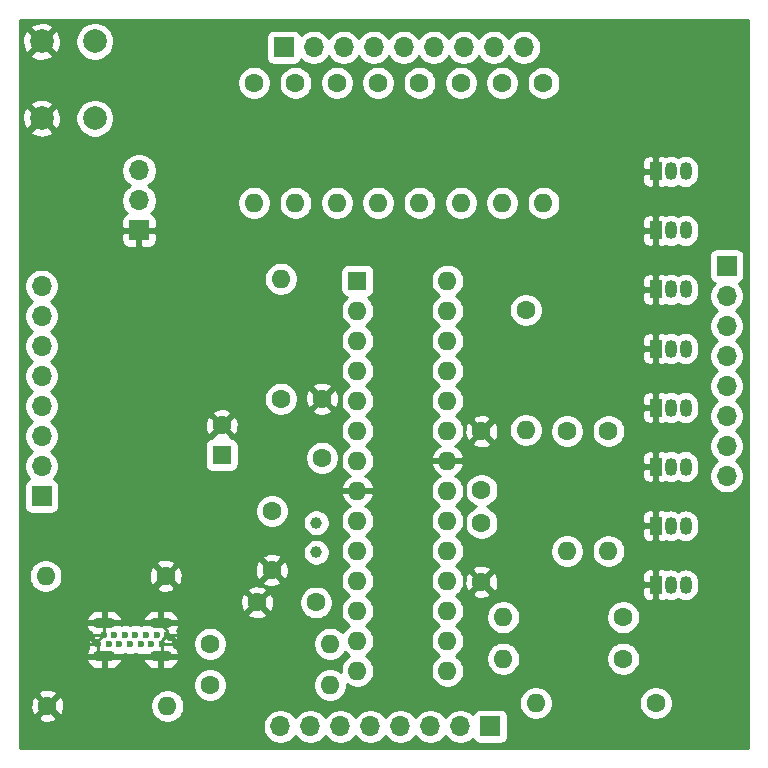
<source format=gbr>
%TF.GenerationSoftware,KiCad,Pcbnew,(5.1.6)-1*%
%TF.CreationDate,2020-05-26T20:54:02-04:00*%
%TF.ProjectId,ArduinoLife2-CPU,41726475-696e-46f4-9c69-6665322d4350,rev?*%
%TF.SameCoordinates,Original*%
%TF.FileFunction,Copper,L1,Top*%
%TF.FilePolarity,Positive*%
%FSLAX46Y46*%
G04 Gerber Fmt 4.6, Leading zero omitted, Abs format (unit mm)*
G04 Created by KiCad (PCBNEW (5.1.6)-1) date 2020-05-26 20:54:02*
%MOMM*%
%LPD*%
G01*
G04 APERTURE LIST*
%TA.AperFunction,ComponentPad*%
%ADD10C,0.600000*%
%TD*%
%TA.AperFunction,ComponentPad*%
%ADD11O,1.900000X0.900000*%
%TD*%
%TA.AperFunction,ComponentPad*%
%ADD12O,1.600000X1.600000*%
%TD*%
%TA.AperFunction,ComponentPad*%
%ADD13C,1.600000*%
%TD*%
%TA.AperFunction,ComponentPad*%
%ADD14C,1.000000*%
%TD*%
%TA.AperFunction,ComponentPad*%
%ADD15R,1.700000X1.700000*%
%TD*%
%TA.AperFunction,ComponentPad*%
%ADD16O,1.700000X1.700000*%
%TD*%
%TA.AperFunction,ComponentPad*%
%ADD17R,1.600000X1.600000*%
%TD*%
%TA.AperFunction,ComponentPad*%
%ADD18C,2.000000*%
%TD*%
%TA.AperFunction,ComponentPad*%
%ADD19R,1.050000X1.500000*%
%TD*%
%TA.AperFunction,ComponentPad*%
%ADD20O,1.050000X1.500000*%
%TD*%
%TA.AperFunction,Conductor*%
%ADD21C,0.250000*%
%TD*%
%TA.AperFunction,Conductor*%
%ADD22C,0.254000*%
%TD*%
G04 APERTURE END LIST*
D10*
%TO.P,J6,A1*%
%TO.N,GND*%
X105750000Y-126750000D03*
%TO.P,J6,A4*%
%TO.N,VCC*%
X106650000Y-126750000D03*
%TO.P,J6,A5*%
%TO.N,/CC1*%
X107550000Y-126750000D03*
%TO.P,J6,A6*%
%TO.N,N/C*%
X108450000Y-126750000D03*
%TO.P,J6,A7*%
X109350000Y-126750000D03*
%TO.P,J6,A9*%
%TO.N,VCC*%
X110250000Y-126750000D03*
%TO.P,J6,A12*%
%TO.N,GND*%
X111150000Y-126750000D03*
%TO.P,J6,B12*%
X105300000Y-127530000D03*
%TO.P,J6,B9*%
%TO.N,VCC*%
X106200000Y-127530000D03*
%TO.P,J6,B7*%
%TO.N,N/C*%
X107100000Y-127530000D03*
%TO.P,J6,B6*%
X108000000Y-127530000D03*
%TO.P,J6,B5*%
%TO.N,/CC2*%
X108900000Y-127530000D03*
%TO.P,J6,B4*%
%TO.N,VCC*%
X109800000Y-127530000D03*
%TO.P,J6,B1*%
%TO.N,GND*%
X110700000Y-127530000D03*
D11*
%TO.P,J6,CASE*%
X110600000Y-125710000D03*
X110600000Y-128570000D03*
X105800000Y-125710000D03*
X105800000Y-128570000D03*
%TD*%
D12*
%TO.P,R17,2*%
%TO.N,/CC1*%
X100840000Y-121750000D03*
D13*
%TO.P,R17,1*%
%TO.N,GND*%
X111000000Y-121750000D03*
%TD*%
%TO.P,R18,1*%
%TO.N,GND*%
X101000000Y-132750000D03*
D12*
%TO.P,R18,2*%
%TO.N,/CC2*%
X111160000Y-132750000D03*
%TD*%
D14*
%TO.P,Y1,2*%
%TO.N,/X2*%
X123750000Y-119750000D03*
%TO.P,Y1,1*%
%TO.N,/X1*%
X123750000Y-117250000D03*
%TD*%
D13*
%TO.P,R1,1*%
%TO.N,Net-(Q1-Pad2)*%
X141500000Y-99250000D03*
D12*
%TO.P,R1,2*%
%TO.N,/UC_R0*%
X141500000Y-109410000D03*
%TD*%
D15*
%TO.P,J5,1*%
%TO.N,GND*%
X108750000Y-92500000D03*
D16*
%TO.P,J5,2*%
%TO.N,/TX*%
X108750000Y-89960000D03*
%TO.P,J5,3*%
%TO.N,/RX*%
X108750000Y-87420000D03*
%TD*%
D13*
%TO.P,C3,2*%
%TO.N,Net-(C3-Pad2)*%
X137750000Y-114500000D03*
%TO.P,C3,1*%
%TO.N,GND*%
X137750000Y-109500000D03*
%TD*%
%TO.P,C1,1*%
%TO.N,GND*%
X124250000Y-106750000D03*
%TO.P,C1,2*%
%TO.N,VCC*%
X124250000Y-111750000D03*
%TD*%
%TO.P,C2,2*%
%TO.N,VCC*%
X137750000Y-117250000D03*
%TO.P,C2,1*%
%TO.N,GND*%
X137750000Y-122250000D03*
%TD*%
%TO.P,C4,2*%
%TO.N,/X1*%
X120000000Y-116250000D03*
%TO.P,C4,1*%
%TO.N,GND*%
X120000000Y-121250000D03*
%TD*%
%TO.P,C5,1*%
%TO.N,GND*%
X118750000Y-124000000D03*
%TO.P,C5,2*%
%TO.N,/X2*%
X123750000Y-124000000D03*
%TD*%
D17*
%TO.P,C6,1*%
%TO.N,VCC*%
X115750000Y-111500000D03*
D13*
%TO.P,C6,2*%
%TO.N,GND*%
X115750000Y-109000000D03*
%TD*%
%TO.P,R20,1*%
%TO.N,VCC*%
X120750000Y-106750000D03*
D12*
%TO.P,R20,2*%
%TO.N,/~RESET*%
X120750000Y-96590000D03*
%TD*%
D18*
%TO.P,SW1,2*%
%TO.N,GND*%
X100500000Y-76500000D03*
%TO.P,SW1,1*%
%TO.N,/~RESET*%
X105000000Y-76500000D03*
%TO.P,SW1,2*%
%TO.N,GND*%
X100500000Y-83000000D03*
%TO.P,SW1,1*%
%TO.N,/~RESET*%
X105000000Y-83000000D03*
%TD*%
D17*
%TO.P,U1,1*%
%TO.N,/~RESET*%
X127250000Y-96750000D03*
D12*
%TO.P,U1,15*%
%TO.N,/UC_R5*%
X134870000Y-129770000D03*
%TO.P,U1,2*%
%TO.N,/RX*%
X127250000Y-99290000D03*
%TO.P,U1,16*%
%TO.N,/UC_R4*%
X134870000Y-127230000D03*
%TO.P,U1,3*%
%TO.N,/TX*%
X127250000Y-101830000D03*
%TO.P,U1,17*%
%TO.N,/UC_R3*%
X134870000Y-124690000D03*
%TO.P,U1,4*%
%TO.N,/UC_C0*%
X127250000Y-104370000D03*
%TO.P,U1,18*%
%TO.N,/UC_R2*%
X134870000Y-122150000D03*
%TO.P,U1,5*%
%TO.N,/UC_C1*%
X127250000Y-106910000D03*
%TO.P,U1,19*%
%TO.N,/UC_R1*%
X134870000Y-119610000D03*
%TO.P,U1,6*%
%TO.N,/UC_C2*%
X127250000Y-109450000D03*
%TO.P,U1,20*%
%TO.N,VCC*%
X134870000Y-117070000D03*
%TO.P,U1,7*%
X127250000Y-111990000D03*
%TO.P,U1,21*%
%TO.N,Net-(C3-Pad2)*%
X134870000Y-114530000D03*
%TO.P,U1,8*%
%TO.N,GND*%
X127250000Y-114530000D03*
%TO.P,U1,22*%
X134870000Y-111990000D03*
%TO.P,U1,9*%
%TO.N,/X1*%
X127250000Y-117070000D03*
%TO.P,U1,23*%
%TO.N,/UC_R0*%
X134870000Y-109450000D03*
%TO.P,U1,10*%
%TO.N,/X2*%
X127250000Y-119610000D03*
%TO.P,U1,24*%
%TO.N,/UC_C7*%
X134870000Y-106910000D03*
%TO.P,U1,11*%
%TO.N,N/C*%
X127250000Y-122150000D03*
%TO.P,U1,25*%
%TO.N,/UC_C3*%
X134870000Y-104370000D03*
%TO.P,U1,12*%
%TO.N,N/C*%
X127250000Y-124690000D03*
%TO.P,U1,26*%
%TO.N,/UC_C4*%
X134870000Y-101830000D03*
%TO.P,U1,13*%
%TO.N,/UC_R7*%
X127250000Y-127230000D03*
%TO.P,U1,27*%
%TO.N,/UC_C5*%
X134870000Y-99290000D03*
%TO.P,U1,14*%
%TO.N,/UC_R6*%
X127250000Y-129770000D03*
%TO.P,U1,28*%
%TO.N,/UC_C6*%
X134870000Y-96750000D03*
%TD*%
D15*
%TO.P,J1,1*%
%TO.N,/C0*%
X121000000Y-77000000D03*
D16*
%TO.P,J1,2*%
%TO.N,/C1*%
X123540000Y-77000000D03*
%TO.P,J1,3*%
%TO.N,/C2*%
X126080000Y-77000000D03*
%TO.P,J1,4*%
%TO.N,/C3*%
X128620000Y-77000000D03*
%TO.P,J1,5*%
%TO.N,/C4*%
X131160000Y-77000000D03*
%TO.P,J1,6*%
%TO.N,/C5*%
X133700000Y-77000000D03*
%TO.P,J1,7*%
%TO.N,/C6*%
X136240000Y-77000000D03*
%TO.P,J1,8*%
%TO.N,/C7*%
X138780000Y-77000000D03*
%TO.P,J1,9*%
%TO.N,N/C*%
X141320000Y-77000000D03*
%TD*%
D15*
%TO.P,J2,1*%
%TO.N,/R0*%
X158500000Y-95500000D03*
D16*
%TO.P,J2,2*%
%TO.N,/R1*%
X158500000Y-98040000D03*
%TO.P,J2,3*%
%TO.N,/R2*%
X158500000Y-100580000D03*
%TO.P,J2,4*%
%TO.N,/R3*%
X158500000Y-103120000D03*
%TO.P,J2,5*%
%TO.N,/R4*%
X158500000Y-105660000D03*
%TO.P,J2,6*%
%TO.N,/R5*%
X158500000Y-108200000D03*
%TO.P,J2,7*%
%TO.N,/R6*%
X158500000Y-110740000D03*
%TO.P,J2,8*%
%TO.N,/R7*%
X158500000Y-113280000D03*
%TD*%
D15*
%TO.P,J3,1*%
%TO.N,N/C*%
X100500000Y-115000000D03*
D16*
%TO.P,J3,2*%
X100500000Y-112460000D03*
%TO.P,J3,3*%
X100500000Y-109920000D03*
%TO.P,J3,4*%
X100500000Y-107380000D03*
%TO.P,J3,5*%
X100500000Y-104840000D03*
%TO.P,J3,6*%
X100500000Y-102300000D03*
%TO.P,J3,7*%
X100500000Y-99760000D03*
%TO.P,J3,8*%
X100500000Y-97220000D03*
%TD*%
%TO.P,J4,8*%
%TO.N,N/C*%
X120720000Y-134500000D03*
%TO.P,J4,7*%
X123260000Y-134500000D03*
%TO.P,J4,6*%
X125800000Y-134500000D03*
%TO.P,J4,5*%
X128340000Y-134500000D03*
%TO.P,J4,4*%
X130880000Y-134500000D03*
%TO.P,J4,3*%
X133420000Y-134500000D03*
%TO.P,J4,2*%
X135960000Y-134500000D03*
D15*
%TO.P,J4,1*%
X138500000Y-134500000D03*
%TD*%
D19*
%TO.P,Q1,1*%
%TO.N,GND*%
X152500000Y-87500000D03*
D20*
%TO.P,Q1,3*%
%TO.N,/R0*%
X155040000Y-87500000D03*
%TO.P,Q1,2*%
%TO.N,Net-(Q1-Pad2)*%
X153770000Y-87500000D03*
%TD*%
D19*
%TO.P,Q2,1*%
%TO.N,GND*%
X152500000Y-92500000D03*
D20*
%TO.P,Q2,3*%
%TO.N,/R1*%
X155040000Y-92500000D03*
%TO.P,Q2,2*%
%TO.N,Net-(Q2-Pad2)*%
X153770000Y-92500000D03*
%TD*%
%TO.P,Q3,2*%
%TO.N,Net-(Q3-Pad2)*%
X153770000Y-97500000D03*
%TO.P,Q3,3*%
%TO.N,/R2*%
X155040000Y-97500000D03*
D19*
%TO.P,Q3,1*%
%TO.N,GND*%
X152500000Y-97500000D03*
%TD*%
D20*
%TO.P,Q4,2*%
%TO.N,Net-(Q4-Pad2)*%
X153770000Y-102500000D03*
%TO.P,Q4,3*%
%TO.N,/R3*%
X155040000Y-102500000D03*
D19*
%TO.P,Q4,1*%
%TO.N,GND*%
X152500000Y-102500000D03*
%TD*%
%TO.P,Q5,1*%
%TO.N,GND*%
X152500000Y-107500000D03*
D20*
%TO.P,Q5,3*%
%TO.N,/R4*%
X155040000Y-107500000D03*
%TO.P,Q5,2*%
%TO.N,Net-(Q5-Pad2)*%
X153770000Y-107500000D03*
%TD*%
D19*
%TO.P,Q6,1*%
%TO.N,GND*%
X152500000Y-112500000D03*
D20*
%TO.P,Q6,3*%
%TO.N,/R5*%
X155040000Y-112500000D03*
%TO.P,Q6,2*%
%TO.N,Net-(Q6-Pad2)*%
X153770000Y-112500000D03*
%TD*%
%TO.P,Q7,2*%
%TO.N,Net-(Q7-Pad2)*%
X153770000Y-117500000D03*
%TO.P,Q7,3*%
%TO.N,/R6*%
X155040000Y-117500000D03*
D19*
%TO.P,Q7,1*%
%TO.N,GND*%
X152500000Y-117500000D03*
%TD*%
D20*
%TO.P,Q8,2*%
%TO.N,Net-(Q8-Pad2)*%
X153770000Y-122500000D03*
%TO.P,Q8,3*%
%TO.N,/R7*%
X155040000Y-122500000D03*
D19*
%TO.P,Q8,1*%
%TO.N,GND*%
X152500000Y-122500000D03*
%TD*%
D13*
%TO.P,R2,1*%
%TO.N,Net-(Q2-Pad2)*%
X145000000Y-109500000D03*
D12*
%TO.P,R2,2*%
%TO.N,/UC_R1*%
X145000000Y-119660000D03*
%TD*%
%TO.P,R3,2*%
%TO.N,/UC_R2*%
X148500000Y-119660000D03*
D13*
%TO.P,R3,1*%
%TO.N,Net-(Q3-Pad2)*%
X148500000Y-109500000D03*
%TD*%
D12*
%TO.P,R4,2*%
%TO.N,/UC_R3*%
X139590000Y-125250000D03*
D13*
%TO.P,R4,1*%
%TO.N,Net-(Q4-Pad2)*%
X149750000Y-125250000D03*
%TD*%
%TO.P,R5,1*%
%TO.N,Net-(Q5-Pad2)*%
X149750000Y-128750000D03*
D12*
%TO.P,R5,2*%
%TO.N,/UC_R4*%
X139590000Y-128750000D03*
%TD*%
D13*
%TO.P,R6,1*%
%TO.N,Net-(Q6-Pad2)*%
X152500000Y-132500000D03*
D12*
%TO.P,R6,2*%
%TO.N,/UC_R5*%
X142340000Y-132500000D03*
%TD*%
%TO.P,R7,2*%
%TO.N,/UC_R6*%
X124910000Y-131000000D03*
D13*
%TO.P,R7,1*%
%TO.N,Net-(Q7-Pad2)*%
X114750000Y-131000000D03*
%TD*%
D12*
%TO.P,R8,2*%
%TO.N,/UC_R7*%
X124910000Y-127500000D03*
D13*
%TO.P,R8,1*%
%TO.N,Net-(Q8-Pad2)*%
X114750000Y-127500000D03*
%TD*%
D12*
%TO.P,R9,2*%
%TO.N,/UC_C0*%
X118500000Y-90160000D03*
D13*
%TO.P,R9,1*%
%TO.N,/C0*%
X118500000Y-80000000D03*
%TD*%
%TO.P,R10,1*%
%TO.N,/C1*%
X122000000Y-80000000D03*
D12*
%TO.P,R10,2*%
%TO.N,/UC_C1*%
X122000000Y-90160000D03*
%TD*%
%TO.P,R11,2*%
%TO.N,/UC_C2*%
X125500000Y-90160000D03*
D13*
%TO.P,R11,1*%
%TO.N,/C2*%
X125500000Y-80000000D03*
%TD*%
%TO.P,R12,1*%
%TO.N,/C3*%
X129000000Y-80000000D03*
D12*
%TO.P,R12,2*%
%TO.N,/UC_C3*%
X129000000Y-90160000D03*
%TD*%
D13*
%TO.P,R13,1*%
%TO.N,/C4*%
X132500000Y-80000000D03*
D12*
%TO.P,R13,2*%
%TO.N,/UC_C4*%
X132500000Y-90160000D03*
%TD*%
%TO.P,R14,2*%
%TO.N,/UC_C5*%
X136000000Y-90160000D03*
D13*
%TO.P,R14,1*%
%TO.N,/C5*%
X136000000Y-80000000D03*
%TD*%
%TO.P,R15,1*%
%TO.N,/C6*%
X139500000Y-80000000D03*
D12*
%TO.P,R15,2*%
%TO.N,/UC_C6*%
X139500000Y-90160000D03*
%TD*%
%TO.P,R16,2*%
%TO.N,/UC_C7*%
X143000000Y-90160000D03*
D13*
%TO.P,R16,1*%
%TO.N,/C7*%
X143000000Y-80000000D03*
%TD*%
D21*
%TO.N,GND*%
X110700000Y-127200000D02*
X111150000Y-126750000D01*
X110700000Y-127530000D02*
X110700000Y-127200000D01*
X105300000Y-127200000D02*
X105750000Y-126750000D01*
X105300000Y-127530000D02*
X105300000Y-127200000D01*
X105750000Y-126750000D02*
X104250000Y-126750000D01*
X110700000Y-127530000D02*
X111720000Y-127530000D01*
X111150000Y-126750000D02*
X112250000Y-126750000D01*
X105300000Y-127530000D02*
X104280000Y-127530000D01*
X105300000Y-128070000D02*
X105800000Y-128570000D01*
X105300000Y-127530000D02*
X105300000Y-128070000D01*
X105800000Y-126700000D02*
X105750000Y-126750000D01*
X105800000Y-125710000D02*
X105800000Y-126700000D01*
X110600000Y-125710000D02*
X110600000Y-125850000D01*
X111150000Y-126400000D02*
X111150000Y-126750000D01*
X110600000Y-125850000D02*
X111150000Y-126400000D01*
X110700000Y-128470000D02*
X110600000Y-128570000D01*
X110700000Y-127530000D02*
X110700000Y-128470000D01*
%TD*%
D22*
%TO.N,GND*%
G36*
X160340000Y-136340000D02*
G01*
X98660000Y-136340000D01*
X98660000Y-134353740D01*
X119235000Y-134353740D01*
X119235000Y-134646260D01*
X119292068Y-134933158D01*
X119404010Y-135203411D01*
X119566525Y-135446632D01*
X119773368Y-135653475D01*
X120016589Y-135815990D01*
X120286842Y-135927932D01*
X120573740Y-135985000D01*
X120866260Y-135985000D01*
X121153158Y-135927932D01*
X121423411Y-135815990D01*
X121666632Y-135653475D01*
X121873475Y-135446632D01*
X121990000Y-135272240D01*
X122106525Y-135446632D01*
X122313368Y-135653475D01*
X122556589Y-135815990D01*
X122826842Y-135927932D01*
X123113740Y-135985000D01*
X123406260Y-135985000D01*
X123693158Y-135927932D01*
X123963411Y-135815990D01*
X124206632Y-135653475D01*
X124413475Y-135446632D01*
X124530000Y-135272240D01*
X124646525Y-135446632D01*
X124853368Y-135653475D01*
X125096589Y-135815990D01*
X125366842Y-135927932D01*
X125653740Y-135985000D01*
X125946260Y-135985000D01*
X126233158Y-135927932D01*
X126503411Y-135815990D01*
X126746632Y-135653475D01*
X126953475Y-135446632D01*
X127070000Y-135272240D01*
X127186525Y-135446632D01*
X127393368Y-135653475D01*
X127636589Y-135815990D01*
X127906842Y-135927932D01*
X128193740Y-135985000D01*
X128486260Y-135985000D01*
X128773158Y-135927932D01*
X129043411Y-135815990D01*
X129286632Y-135653475D01*
X129493475Y-135446632D01*
X129610000Y-135272240D01*
X129726525Y-135446632D01*
X129933368Y-135653475D01*
X130176589Y-135815990D01*
X130446842Y-135927932D01*
X130733740Y-135985000D01*
X131026260Y-135985000D01*
X131313158Y-135927932D01*
X131583411Y-135815990D01*
X131826632Y-135653475D01*
X132033475Y-135446632D01*
X132150000Y-135272240D01*
X132266525Y-135446632D01*
X132473368Y-135653475D01*
X132716589Y-135815990D01*
X132986842Y-135927932D01*
X133273740Y-135985000D01*
X133566260Y-135985000D01*
X133853158Y-135927932D01*
X134123411Y-135815990D01*
X134366632Y-135653475D01*
X134573475Y-135446632D01*
X134690000Y-135272240D01*
X134806525Y-135446632D01*
X135013368Y-135653475D01*
X135256589Y-135815990D01*
X135526842Y-135927932D01*
X135813740Y-135985000D01*
X136106260Y-135985000D01*
X136393158Y-135927932D01*
X136663411Y-135815990D01*
X136906632Y-135653475D01*
X137038487Y-135521620D01*
X137060498Y-135594180D01*
X137119463Y-135704494D01*
X137198815Y-135801185D01*
X137295506Y-135880537D01*
X137405820Y-135939502D01*
X137525518Y-135975812D01*
X137650000Y-135988072D01*
X139350000Y-135988072D01*
X139474482Y-135975812D01*
X139594180Y-135939502D01*
X139704494Y-135880537D01*
X139801185Y-135801185D01*
X139880537Y-135704494D01*
X139939502Y-135594180D01*
X139975812Y-135474482D01*
X139988072Y-135350000D01*
X139988072Y-133650000D01*
X139975812Y-133525518D01*
X139939502Y-133405820D01*
X139880537Y-133295506D01*
X139801185Y-133198815D01*
X139704494Y-133119463D01*
X139594180Y-133060498D01*
X139474482Y-133024188D01*
X139350000Y-133011928D01*
X137650000Y-133011928D01*
X137525518Y-133024188D01*
X137405820Y-133060498D01*
X137295506Y-133119463D01*
X137198815Y-133198815D01*
X137119463Y-133295506D01*
X137060498Y-133405820D01*
X137038487Y-133478380D01*
X136906632Y-133346525D01*
X136663411Y-133184010D01*
X136393158Y-133072068D01*
X136106260Y-133015000D01*
X135813740Y-133015000D01*
X135526842Y-133072068D01*
X135256589Y-133184010D01*
X135013368Y-133346525D01*
X134806525Y-133553368D01*
X134690000Y-133727760D01*
X134573475Y-133553368D01*
X134366632Y-133346525D01*
X134123411Y-133184010D01*
X133853158Y-133072068D01*
X133566260Y-133015000D01*
X133273740Y-133015000D01*
X132986842Y-133072068D01*
X132716589Y-133184010D01*
X132473368Y-133346525D01*
X132266525Y-133553368D01*
X132150000Y-133727760D01*
X132033475Y-133553368D01*
X131826632Y-133346525D01*
X131583411Y-133184010D01*
X131313158Y-133072068D01*
X131026260Y-133015000D01*
X130733740Y-133015000D01*
X130446842Y-133072068D01*
X130176589Y-133184010D01*
X129933368Y-133346525D01*
X129726525Y-133553368D01*
X129610000Y-133727760D01*
X129493475Y-133553368D01*
X129286632Y-133346525D01*
X129043411Y-133184010D01*
X128773158Y-133072068D01*
X128486260Y-133015000D01*
X128193740Y-133015000D01*
X127906842Y-133072068D01*
X127636589Y-133184010D01*
X127393368Y-133346525D01*
X127186525Y-133553368D01*
X127070000Y-133727760D01*
X126953475Y-133553368D01*
X126746632Y-133346525D01*
X126503411Y-133184010D01*
X126233158Y-133072068D01*
X125946260Y-133015000D01*
X125653740Y-133015000D01*
X125366842Y-133072068D01*
X125096589Y-133184010D01*
X124853368Y-133346525D01*
X124646525Y-133553368D01*
X124530000Y-133727760D01*
X124413475Y-133553368D01*
X124206632Y-133346525D01*
X123963411Y-133184010D01*
X123693158Y-133072068D01*
X123406260Y-133015000D01*
X123113740Y-133015000D01*
X122826842Y-133072068D01*
X122556589Y-133184010D01*
X122313368Y-133346525D01*
X122106525Y-133553368D01*
X121990000Y-133727760D01*
X121873475Y-133553368D01*
X121666632Y-133346525D01*
X121423411Y-133184010D01*
X121153158Y-133072068D01*
X120866260Y-133015000D01*
X120573740Y-133015000D01*
X120286842Y-133072068D01*
X120016589Y-133184010D01*
X119773368Y-133346525D01*
X119566525Y-133553368D01*
X119404010Y-133796589D01*
X119292068Y-134066842D01*
X119235000Y-134353740D01*
X98660000Y-134353740D01*
X98660000Y-133742702D01*
X100186903Y-133742702D01*
X100258486Y-133986671D01*
X100513996Y-134107571D01*
X100788184Y-134176300D01*
X101070512Y-134190217D01*
X101350130Y-134148787D01*
X101616292Y-134053603D01*
X101741514Y-133986671D01*
X101813097Y-133742702D01*
X101000000Y-132929605D01*
X100186903Y-133742702D01*
X98660000Y-133742702D01*
X98660000Y-132820512D01*
X99559783Y-132820512D01*
X99601213Y-133100130D01*
X99696397Y-133366292D01*
X99763329Y-133491514D01*
X100007298Y-133563097D01*
X100820395Y-132750000D01*
X101179605Y-132750000D01*
X101992702Y-133563097D01*
X102236671Y-133491514D01*
X102357571Y-133236004D01*
X102426300Y-132961816D01*
X102440217Y-132679488D01*
X102429724Y-132608665D01*
X109725000Y-132608665D01*
X109725000Y-132891335D01*
X109780147Y-133168574D01*
X109888320Y-133429727D01*
X110045363Y-133664759D01*
X110245241Y-133864637D01*
X110480273Y-134021680D01*
X110741426Y-134129853D01*
X111018665Y-134185000D01*
X111301335Y-134185000D01*
X111578574Y-134129853D01*
X111839727Y-134021680D01*
X112074759Y-133864637D01*
X112274637Y-133664759D01*
X112431680Y-133429727D01*
X112539853Y-133168574D01*
X112595000Y-132891335D01*
X112595000Y-132608665D01*
X112539853Y-132331426D01*
X112431680Y-132070273D01*
X112274637Y-131835241D01*
X112074759Y-131635363D01*
X111839727Y-131478320D01*
X111578574Y-131370147D01*
X111301335Y-131315000D01*
X111018665Y-131315000D01*
X110741426Y-131370147D01*
X110480273Y-131478320D01*
X110245241Y-131635363D01*
X110045363Y-131835241D01*
X109888320Y-132070273D01*
X109780147Y-132331426D01*
X109725000Y-132608665D01*
X102429724Y-132608665D01*
X102398787Y-132399870D01*
X102303603Y-132133708D01*
X102236671Y-132008486D01*
X101992702Y-131936903D01*
X101179605Y-132750000D01*
X100820395Y-132750000D01*
X100007298Y-131936903D01*
X99763329Y-132008486D01*
X99642429Y-132263996D01*
X99573700Y-132538184D01*
X99559783Y-132820512D01*
X98660000Y-132820512D01*
X98660000Y-131757298D01*
X100186903Y-131757298D01*
X101000000Y-132570395D01*
X101813097Y-131757298D01*
X101741514Y-131513329D01*
X101486004Y-131392429D01*
X101211816Y-131323700D01*
X100929488Y-131309783D01*
X100649870Y-131351213D01*
X100383708Y-131446397D01*
X100258486Y-131513329D01*
X100186903Y-131757298D01*
X98660000Y-131757298D01*
X98660000Y-130858665D01*
X113315000Y-130858665D01*
X113315000Y-131141335D01*
X113370147Y-131418574D01*
X113478320Y-131679727D01*
X113635363Y-131914759D01*
X113835241Y-132114637D01*
X114070273Y-132271680D01*
X114331426Y-132379853D01*
X114608665Y-132435000D01*
X114891335Y-132435000D01*
X115168574Y-132379853D01*
X115429727Y-132271680D01*
X115664759Y-132114637D01*
X115864637Y-131914759D01*
X116021680Y-131679727D01*
X116129853Y-131418574D01*
X116185000Y-131141335D01*
X116185000Y-130858665D01*
X116129853Y-130581426D01*
X116021680Y-130320273D01*
X115864637Y-130085241D01*
X115664759Y-129885363D01*
X115429727Y-129728320D01*
X115168574Y-129620147D01*
X114891335Y-129565000D01*
X114608665Y-129565000D01*
X114331426Y-129620147D01*
X114070273Y-129728320D01*
X113835241Y-129885363D01*
X113635363Y-130085241D01*
X113478320Y-130320273D01*
X113370147Y-130581426D01*
X113315000Y-130858665D01*
X98660000Y-130858665D01*
X98660000Y-128864001D01*
X104255592Y-128864001D01*
X104327298Y-129067197D01*
X104442986Y-129247408D01*
X104591609Y-129401587D01*
X104767455Y-129523809D01*
X104963767Y-129609376D01*
X105173000Y-129655000D01*
X105673000Y-129655000D01*
X105673000Y-128697000D01*
X105927000Y-128697000D01*
X105927000Y-129655000D01*
X106427000Y-129655000D01*
X106636233Y-129609376D01*
X106832545Y-129523809D01*
X107008391Y-129401587D01*
X107157014Y-129247408D01*
X107272702Y-129067197D01*
X107344408Y-128864001D01*
X109055592Y-128864001D01*
X109127298Y-129067197D01*
X109242986Y-129247408D01*
X109391609Y-129401587D01*
X109567455Y-129523809D01*
X109763767Y-129609376D01*
X109973000Y-129655000D01*
X110473000Y-129655000D01*
X110473000Y-128697000D01*
X110727000Y-128697000D01*
X110727000Y-129655000D01*
X111227000Y-129655000D01*
X111436233Y-129609376D01*
X111632545Y-129523809D01*
X111808391Y-129401587D01*
X111957014Y-129247408D01*
X112072702Y-129067197D01*
X112144408Y-128864001D01*
X112017502Y-128697000D01*
X110727000Y-128697000D01*
X110473000Y-128697000D01*
X109182498Y-128697000D01*
X109055592Y-128864001D01*
X107344408Y-128864001D01*
X107217502Y-128697000D01*
X105927000Y-128697000D01*
X105673000Y-128697000D01*
X104382498Y-128697000D01*
X104255592Y-128864001D01*
X98660000Y-128864001D01*
X98660000Y-126004001D01*
X104255592Y-126004001D01*
X104327298Y-126207197D01*
X104442986Y-126387408D01*
X104591609Y-126541587D01*
X104767455Y-126663809D01*
X104815119Y-126684584D01*
X104814829Y-126840355D01*
X104850426Y-127021061D01*
X104920592Y-127191351D01*
X104922237Y-127194425D01*
X105115459Y-127204936D01*
X105135000Y-127185395D01*
X105285327Y-127335722D01*
X105265000Y-127437911D01*
X105265000Y-127485000D01*
X105173000Y-127485000D01*
X105092868Y-127502473D01*
X104665459Y-127075064D01*
X104472237Y-127085575D01*
X104401438Y-127255603D01*
X104365172Y-127436176D01*
X104364829Y-127620355D01*
X104400426Y-127801061D01*
X104440035Y-127897189D01*
X104327298Y-128072803D01*
X104255592Y-128275999D01*
X104382498Y-128443000D01*
X105097492Y-128443000D01*
X105206176Y-128464828D01*
X105390355Y-128465171D01*
X105502905Y-128443000D01*
X105673000Y-128443000D01*
X105673000Y-128423000D01*
X105912621Y-128423000D01*
X105927000Y-128428956D01*
X105927000Y-128443000D01*
X105997311Y-128443000D01*
X106107911Y-128465000D01*
X106292089Y-128465000D01*
X106402689Y-128443000D01*
X106897311Y-128443000D01*
X107007911Y-128465000D01*
X107192089Y-128465000D01*
X107372729Y-128429068D01*
X107542889Y-128358586D01*
X107550000Y-128353835D01*
X107557111Y-128358586D01*
X107727271Y-128429068D01*
X107907911Y-128465000D01*
X108092089Y-128465000D01*
X108272729Y-128429068D01*
X108442889Y-128358586D01*
X108450000Y-128353835D01*
X108457111Y-128358586D01*
X108627271Y-128429068D01*
X108807911Y-128465000D01*
X108992089Y-128465000D01*
X109172018Y-128429209D01*
X109182498Y-128443000D01*
X109597311Y-128443000D01*
X109707911Y-128465000D01*
X109892089Y-128465000D01*
X110002689Y-128443000D01*
X110473000Y-128443000D01*
X110473000Y-128438081D01*
X110606176Y-128464828D01*
X110790355Y-128465171D01*
X110902905Y-128443000D01*
X112017502Y-128443000D01*
X112144408Y-128275999D01*
X112072702Y-128072803D01*
X111957014Y-127892592D01*
X111808391Y-127738413D01*
X111634839Y-127617786D01*
X111635171Y-127439645D01*
X111619219Y-127358665D01*
X113315000Y-127358665D01*
X113315000Y-127641335D01*
X113370147Y-127918574D01*
X113478320Y-128179727D01*
X113635363Y-128414759D01*
X113835241Y-128614637D01*
X114070273Y-128771680D01*
X114331426Y-128879853D01*
X114608665Y-128935000D01*
X114891335Y-128935000D01*
X115168574Y-128879853D01*
X115429727Y-128771680D01*
X115664759Y-128614637D01*
X115864637Y-128414759D01*
X116021680Y-128179727D01*
X116129853Y-127918574D01*
X116185000Y-127641335D01*
X116185000Y-127358665D01*
X123475000Y-127358665D01*
X123475000Y-127641335D01*
X123530147Y-127918574D01*
X123638320Y-128179727D01*
X123795363Y-128414759D01*
X123995241Y-128614637D01*
X124230273Y-128771680D01*
X124491426Y-128879853D01*
X124768665Y-128935000D01*
X125051335Y-128935000D01*
X125328574Y-128879853D01*
X125589727Y-128771680D01*
X125824759Y-128614637D01*
X126024637Y-128414759D01*
X126177134Y-128186530D01*
X126335241Y-128344637D01*
X126567759Y-128500000D01*
X126335241Y-128655363D01*
X126135363Y-128855241D01*
X125978320Y-129090273D01*
X125870147Y-129351426D01*
X125815000Y-129628665D01*
X125815000Y-129878842D01*
X125589727Y-129728320D01*
X125328574Y-129620147D01*
X125051335Y-129565000D01*
X124768665Y-129565000D01*
X124491426Y-129620147D01*
X124230273Y-129728320D01*
X123995241Y-129885363D01*
X123795363Y-130085241D01*
X123638320Y-130320273D01*
X123530147Y-130581426D01*
X123475000Y-130858665D01*
X123475000Y-131141335D01*
X123530147Y-131418574D01*
X123638320Y-131679727D01*
X123795363Y-131914759D01*
X123995241Y-132114637D01*
X124230273Y-132271680D01*
X124491426Y-132379853D01*
X124768665Y-132435000D01*
X125051335Y-132435000D01*
X125328574Y-132379853D01*
X125379726Y-132358665D01*
X140905000Y-132358665D01*
X140905000Y-132641335D01*
X140960147Y-132918574D01*
X141068320Y-133179727D01*
X141225363Y-133414759D01*
X141425241Y-133614637D01*
X141660273Y-133771680D01*
X141921426Y-133879853D01*
X142198665Y-133935000D01*
X142481335Y-133935000D01*
X142758574Y-133879853D01*
X143019727Y-133771680D01*
X143254759Y-133614637D01*
X143454637Y-133414759D01*
X143611680Y-133179727D01*
X143719853Y-132918574D01*
X143775000Y-132641335D01*
X143775000Y-132358665D01*
X151065000Y-132358665D01*
X151065000Y-132641335D01*
X151120147Y-132918574D01*
X151228320Y-133179727D01*
X151385363Y-133414759D01*
X151585241Y-133614637D01*
X151820273Y-133771680D01*
X152081426Y-133879853D01*
X152358665Y-133935000D01*
X152641335Y-133935000D01*
X152918574Y-133879853D01*
X153179727Y-133771680D01*
X153414759Y-133614637D01*
X153614637Y-133414759D01*
X153771680Y-133179727D01*
X153879853Y-132918574D01*
X153935000Y-132641335D01*
X153935000Y-132358665D01*
X153879853Y-132081426D01*
X153771680Y-131820273D01*
X153614637Y-131585241D01*
X153414759Y-131385363D01*
X153179727Y-131228320D01*
X152918574Y-131120147D01*
X152641335Y-131065000D01*
X152358665Y-131065000D01*
X152081426Y-131120147D01*
X151820273Y-131228320D01*
X151585241Y-131385363D01*
X151385363Y-131585241D01*
X151228320Y-131820273D01*
X151120147Y-132081426D01*
X151065000Y-132358665D01*
X143775000Y-132358665D01*
X143719853Y-132081426D01*
X143611680Y-131820273D01*
X143454637Y-131585241D01*
X143254759Y-131385363D01*
X143019727Y-131228320D01*
X142758574Y-131120147D01*
X142481335Y-131065000D01*
X142198665Y-131065000D01*
X141921426Y-131120147D01*
X141660273Y-131228320D01*
X141425241Y-131385363D01*
X141225363Y-131585241D01*
X141068320Y-131820273D01*
X140960147Y-132081426D01*
X140905000Y-132358665D01*
X125379726Y-132358665D01*
X125589727Y-132271680D01*
X125824759Y-132114637D01*
X126024637Y-131914759D01*
X126181680Y-131679727D01*
X126289853Y-131418574D01*
X126345000Y-131141335D01*
X126345000Y-130891158D01*
X126570273Y-131041680D01*
X126831426Y-131149853D01*
X127108665Y-131205000D01*
X127391335Y-131205000D01*
X127668574Y-131149853D01*
X127929727Y-131041680D01*
X128164759Y-130884637D01*
X128364637Y-130684759D01*
X128521680Y-130449727D01*
X128629853Y-130188574D01*
X128685000Y-129911335D01*
X128685000Y-129628665D01*
X128629853Y-129351426D01*
X128521680Y-129090273D01*
X128364637Y-128855241D01*
X128164759Y-128655363D01*
X127932241Y-128500000D01*
X128164759Y-128344637D01*
X128364637Y-128144759D01*
X128521680Y-127909727D01*
X128629853Y-127648574D01*
X128685000Y-127371335D01*
X128685000Y-127088665D01*
X128629853Y-126811426D01*
X128521680Y-126550273D01*
X128364637Y-126315241D01*
X128164759Y-126115363D01*
X127932241Y-125960000D01*
X128164759Y-125804637D01*
X128364637Y-125604759D01*
X128521680Y-125369727D01*
X128629853Y-125108574D01*
X128685000Y-124831335D01*
X128685000Y-124548665D01*
X128629853Y-124271426D01*
X128521680Y-124010273D01*
X128364637Y-123775241D01*
X128164759Y-123575363D01*
X127932241Y-123420000D01*
X128164759Y-123264637D01*
X128364637Y-123064759D01*
X128521680Y-122829727D01*
X128629853Y-122568574D01*
X128685000Y-122291335D01*
X128685000Y-122008665D01*
X128629853Y-121731426D01*
X128521680Y-121470273D01*
X128364637Y-121235241D01*
X128164759Y-121035363D01*
X127932241Y-120880000D01*
X128164759Y-120724637D01*
X128364637Y-120524759D01*
X128521680Y-120289727D01*
X128629853Y-120028574D01*
X128685000Y-119751335D01*
X128685000Y-119468665D01*
X128629853Y-119191426D01*
X128521680Y-118930273D01*
X128364637Y-118695241D01*
X128164759Y-118495363D01*
X127932241Y-118340000D01*
X128164759Y-118184637D01*
X128364637Y-117984759D01*
X128521680Y-117749727D01*
X128629853Y-117488574D01*
X128685000Y-117211335D01*
X128685000Y-116928665D01*
X128629853Y-116651426D01*
X128521680Y-116390273D01*
X128364637Y-116155241D01*
X128164759Y-115955363D01*
X127929727Y-115798320D01*
X127919135Y-115793933D01*
X128105131Y-115682385D01*
X128313519Y-115493414D01*
X128481037Y-115267420D01*
X128601246Y-115013087D01*
X128641904Y-114879039D01*
X128519915Y-114657000D01*
X127377000Y-114657000D01*
X127377000Y-114677000D01*
X127123000Y-114677000D01*
X127123000Y-114657000D01*
X125980085Y-114657000D01*
X125858096Y-114879039D01*
X125898754Y-115013087D01*
X126018963Y-115267420D01*
X126186481Y-115493414D01*
X126394869Y-115682385D01*
X126580865Y-115793933D01*
X126570273Y-115798320D01*
X126335241Y-115955363D01*
X126135363Y-116155241D01*
X125978320Y-116390273D01*
X125870147Y-116651426D01*
X125815000Y-116928665D01*
X125815000Y-117211335D01*
X125870147Y-117488574D01*
X125978320Y-117749727D01*
X126135363Y-117984759D01*
X126335241Y-118184637D01*
X126567759Y-118340000D01*
X126335241Y-118495363D01*
X126135363Y-118695241D01*
X125978320Y-118930273D01*
X125870147Y-119191426D01*
X125815000Y-119468665D01*
X125815000Y-119751335D01*
X125870147Y-120028574D01*
X125978320Y-120289727D01*
X126135363Y-120524759D01*
X126335241Y-120724637D01*
X126567759Y-120880000D01*
X126335241Y-121035363D01*
X126135363Y-121235241D01*
X125978320Y-121470273D01*
X125870147Y-121731426D01*
X125815000Y-122008665D01*
X125815000Y-122291335D01*
X125870147Y-122568574D01*
X125978320Y-122829727D01*
X126135363Y-123064759D01*
X126335241Y-123264637D01*
X126567759Y-123420000D01*
X126335241Y-123575363D01*
X126135363Y-123775241D01*
X125978320Y-124010273D01*
X125870147Y-124271426D01*
X125815000Y-124548665D01*
X125815000Y-124831335D01*
X125870147Y-125108574D01*
X125978320Y-125369727D01*
X126135363Y-125604759D01*
X126335241Y-125804637D01*
X126567759Y-125960000D01*
X126335241Y-126115363D01*
X126135363Y-126315241D01*
X125982866Y-126543470D01*
X125824759Y-126385363D01*
X125589727Y-126228320D01*
X125328574Y-126120147D01*
X125051335Y-126065000D01*
X124768665Y-126065000D01*
X124491426Y-126120147D01*
X124230273Y-126228320D01*
X123995241Y-126385363D01*
X123795363Y-126585241D01*
X123638320Y-126820273D01*
X123530147Y-127081426D01*
X123475000Y-127358665D01*
X116185000Y-127358665D01*
X116129853Y-127081426D01*
X116021680Y-126820273D01*
X115864637Y-126585241D01*
X115664759Y-126385363D01*
X115429727Y-126228320D01*
X115168574Y-126120147D01*
X114891335Y-126065000D01*
X114608665Y-126065000D01*
X114331426Y-126120147D01*
X114070273Y-126228320D01*
X113835241Y-126385363D01*
X113635363Y-126585241D01*
X113478320Y-126820273D01*
X113370147Y-127081426D01*
X113315000Y-127358665D01*
X111619219Y-127358665D01*
X111599574Y-127258939D01*
X111529408Y-127088649D01*
X111527763Y-127085575D01*
X111334541Y-127075064D01*
X111315000Y-127094605D01*
X111164673Y-126944278D01*
X111185000Y-126842089D01*
X111185000Y-126795000D01*
X111227000Y-126795000D01*
X111348181Y-126768576D01*
X111784541Y-127204936D01*
X111977763Y-127194425D01*
X112048562Y-127024397D01*
X112084828Y-126843824D01*
X112085171Y-126659645D01*
X112049574Y-126478939D01*
X111990419Y-126335372D01*
X112072702Y-126207197D01*
X112144408Y-126004001D01*
X112017502Y-125837000D01*
X111352508Y-125837000D01*
X111243824Y-125815172D01*
X111059645Y-125814829D01*
X110947095Y-125837000D01*
X110727000Y-125837000D01*
X110727000Y-125857000D01*
X110537379Y-125857000D01*
X110522729Y-125850932D01*
X110473000Y-125841040D01*
X110473000Y-125837000D01*
X110452689Y-125837000D01*
X110342089Y-125815000D01*
X110157911Y-125815000D01*
X110047311Y-125837000D01*
X109552689Y-125837000D01*
X109442089Y-125815000D01*
X109257911Y-125815000D01*
X109077271Y-125850932D01*
X108907111Y-125921414D01*
X108900000Y-125926165D01*
X108892889Y-125921414D01*
X108722729Y-125850932D01*
X108542089Y-125815000D01*
X108357911Y-125815000D01*
X108177271Y-125850932D01*
X108007111Y-125921414D01*
X108000000Y-125926165D01*
X107992889Y-125921414D01*
X107822729Y-125850932D01*
X107642089Y-125815000D01*
X107457911Y-125815000D01*
X107277271Y-125850932D01*
X107239864Y-125866427D01*
X107217502Y-125837000D01*
X106852689Y-125837000D01*
X106742089Y-125815000D01*
X106557911Y-125815000D01*
X106447311Y-125837000D01*
X105952508Y-125837000D01*
X105843824Y-125815172D01*
X105659645Y-125814829D01*
X105547095Y-125837000D01*
X104382498Y-125837000D01*
X104255592Y-126004001D01*
X98660000Y-126004001D01*
X98660000Y-125415999D01*
X104255592Y-125415999D01*
X104382498Y-125583000D01*
X105673000Y-125583000D01*
X105673000Y-124625000D01*
X105927000Y-124625000D01*
X105927000Y-125583000D01*
X107217502Y-125583000D01*
X107344408Y-125415999D01*
X109055592Y-125415999D01*
X109182498Y-125583000D01*
X110473000Y-125583000D01*
X110473000Y-124625000D01*
X110727000Y-124625000D01*
X110727000Y-125583000D01*
X112017502Y-125583000D01*
X112144408Y-125415999D01*
X112072702Y-125212803D01*
X111957014Y-125032592D01*
X111918562Y-124992702D01*
X117936903Y-124992702D01*
X118008486Y-125236671D01*
X118263996Y-125357571D01*
X118538184Y-125426300D01*
X118820512Y-125440217D01*
X119100130Y-125398787D01*
X119366292Y-125303603D01*
X119491514Y-125236671D01*
X119563097Y-124992702D01*
X118750000Y-124179605D01*
X117936903Y-124992702D01*
X111918562Y-124992702D01*
X111808391Y-124878413D01*
X111632545Y-124756191D01*
X111436233Y-124670624D01*
X111227000Y-124625000D01*
X110727000Y-124625000D01*
X110473000Y-124625000D01*
X109973000Y-124625000D01*
X109763767Y-124670624D01*
X109567455Y-124756191D01*
X109391609Y-124878413D01*
X109242986Y-125032592D01*
X109127298Y-125212803D01*
X109055592Y-125415999D01*
X107344408Y-125415999D01*
X107272702Y-125212803D01*
X107157014Y-125032592D01*
X107008391Y-124878413D01*
X106832545Y-124756191D01*
X106636233Y-124670624D01*
X106427000Y-124625000D01*
X105927000Y-124625000D01*
X105673000Y-124625000D01*
X105173000Y-124625000D01*
X104963767Y-124670624D01*
X104767455Y-124756191D01*
X104591609Y-124878413D01*
X104442986Y-125032592D01*
X104327298Y-125212803D01*
X104255592Y-125415999D01*
X98660000Y-125415999D01*
X98660000Y-124070512D01*
X117309783Y-124070512D01*
X117351213Y-124350130D01*
X117446397Y-124616292D01*
X117513329Y-124741514D01*
X117757298Y-124813097D01*
X118570395Y-124000000D01*
X118929605Y-124000000D01*
X119742702Y-124813097D01*
X119986671Y-124741514D01*
X120107571Y-124486004D01*
X120176300Y-124211816D01*
X120190217Y-123929488D01*
X120179724Y-123858665D01*
X122315000Y-123858665D01*
X122315000Y-124141335D01*
X122370147Y-124418574D01*
X122478320Y-124679727D01*
X122635363Y-124914759D01*
X122835241Y-125114637D01*
X123070273Y-125271680D01*
X123331426Y-125379853D01*
X123608665Y-125435000D01*
X123891335Y-125435000D01*
X124168574Y-125379853D01*
X124429727Y-125271680D01*
X124664759Y-125114637D01*
X124864637Y-124914759D01*
X125021680Y-124679727D01*
X125129853Y-124418574D01*
X125185000Y-124141335D01*
X125185000Y-123858665D01*
X125129853Y-123581426D01*
X125021680Y-123320273D01*
X124864637Y-123085241D01*
X124664759Y-122885363D01*
X124429727Y-122728320D01*
X124168574Y-122620147D01*
X123891335Y-122565000D01*
X123608665Y-122565000D01*
X123331426Y-122620147D01*
X123070273Y-122728320D01*
X122835241Y-122885363D01*
X122635363Y-123085241D01*
X122478320Y-123320273D01*
X122370147Y-123581426D01*
X122315000Y-123858665D01*
X120179724Y-123858665D01*
X120148787Y-123649870D01*
X120053603Y-123383708D01*
X119986671Y-123258486D01*
X119742702Y-123186903D01*
X118929605Y-124000000D01*
X118570395Y-124000000D01*
X117757298Y-123186903D01*
X117513329Y-123258486D01*
X117392429Y-123513996D01*
X117323700Y-123788184D01*
X117309783Y-124070512D01*
X98660000Y-124070512D01*
X98660000Y-121608665D01*
X99405000Y-121608665D01*
X99405000Y-121891335D01*
X99460147Y-122168574D01*
X99568320Y-122429727D01*
X99725363Y-122664759D01*
X99925241Y-122864637D01*
X100160273Y-123021680D01*
X100421426Y-123129853D01*
X100698665Y-123185000D01*
X100981335Y-123185000D01*
X101258574Y-123129853D01*
X101519727Y-123021680D01*
X101754759Y-122864637D01*
X101876694Y-122742702D01*
X110186903Y-122742702D01*
X110258486Y-122986671D01*
X110513996Y-123107571D01*
X110788184Y-123176300D01*
X111070512Y-123190217D01*
X111350130Y-123148787D01*
X111616292Y-123053603D01*
X111702923Y-123007298D01*
X117936903Y-123007298D01*
X118750000Y-123820395D01*
X119563097Y-123007298D01*
X119491514Y-122763329D01*
X119236004Y-122642429D01*
X118961816Y-122573700D01*
X118679488Y-122559783D01*
X118399870Y-122601213D01*
X118133708Y-122696397D01*
X118008486Y-122763329D01*
X117936903Y-123007298D01*
X111702923Y-123007298D01*
X111741514Y-122986671D01*
X111813097Y-122742702D01*
X111000000Y-121929605D01*
X110186903Y-122742702D01*
X101876694Y-122742702D01*
X101954637Y-122664759D01*
X102111680Y-122429727D01*
X102219853Y-122168574D01*
X102275000Y-121891335D01*
X102275000Y-121820512D01*
X109559783Y-121820512D01*
X109601213Y-122100130D01*
X109696397Y-122366292D01*
X109763329Y-122491514D01*
X110007298Y-122563097D01*
X110820395Y-121750000D01*
X111179605Y-121750000D01*
X111992702Y-122563097D01*
X112236671Y-122491514D01*
X112354401Y-122242702D01*
X119186903Y-122242702D01*
X119258486Y-122486671D01*
X119513996Y-122607571D01*
X119788184Y-122676300D01*
X120070512Y-122690217D01*
X120350130Y-122648787D01*
X120616292Y-122553603D01*
X120741514Y-122486671D01*
X120813097Y-122242702D01*
X120000000Y-121429605D01*
X119186903Y-122242702D01*
X112354401Y-122242702D01*
X112357571Y-122236004D01*
X112426300Y-121961816D01*
X112440217Y-121679488D01*
X112398787Y-121399870D01*
X112370408Y-121320512D01*
X118559783Y-121320512D01*
X118601213Y-121600130D01*
X118696397Y-121866292D01*
X118763329Y-121991514D01*
X119007298Y-122063097D01*
X119820395Y-121250000D01*
X120179605Y-121250000D01*
X120992702Y-122063097D01*
X121236671Y-121991514D01*
X121357571Y-121736004D01*
X121426300Y-121461816D01*
X121440217Y-121179488D01*
X121398787Y-120899870D01*
X121303603Y-120633708D01*
X121236671Y-120508486D01*
X120992702Y-120436903D01*
X120179605Y-121250000D01*
X119820395Y-121250000D01*
X119007298Y-120436903D01*
X118763329Y-120508486D01*
X118642429Y-120763996D01*
X118573700Y-121038184D01*
X118559783Y-121320512D01*
X112370408Y-121320512D01*
X112303603Y-121133708D01*
X112236671Y-121008486D01*
X111992702Y-120936903D01*
X111179605Y-121750000D01*
X110820395Y-121750000D01*
X110007298Y-120936903D01*
X109763329Y-121008486D01*
X109642429Y-121263996D01*
X109573700Y-121538184D01*
X109559783Y-121820512D01*
X102275000Y-121820512D01*
X102275000Y-121608665D01*
X102219853Y-121331426D01*
X102111680Y-121070273D01*
X101954637Y-120835241D01*
X101876694Y-120757298D01*
X110186903Y-120757298D01*
X111000000Y-121570395D01*
X111813097Y-120757298D01*
X111741514Y-120513329D01*
X111486004Y-120392429D01*
X111211816Y-120323700D01*
X110929488Y-120309783D01*
X110649870Y-120351213D01*
X110383708Y-120446397D01*
X110258486Y-120513329D01*
X110186903Y-120757298D01*
X101876694Y-120757298D01*
X101754759Y-120635363D01*
X101519727Y-120478320D01*
X101258574Y-120370147D01*
X100981335Y-120315000D01*
X100698665Y-120315000D01*
X100421426Y-120370147D01*
X100160273Y-120478320D01*
X99925241Y-120635363D01*
X99725363Y-120835241D01*
X99568320Y-121070273D01*
X99460147Y-121331426D01*
X99405000Y-121608665D01*
X98660000Y-121608665D01*
X98660000Y-120257298D01*
X119186903Y-120257298D01*
X120000000Y-121070395D01*
X120813097Y-120257298D01*
X120741514Y-120013329D01*
X120486004Y-119892429D01*
X120211816Y-119823700D01*
X119929488Y-119809783D01*
X119649870Y-119851213D01*
X119383708Y-119946397D01*
X119258486Y-120013329D01*
X119186903Y-120257298D01*
X98660000Y-120257298D01*
X98660000Y-119638212D01*
X122615000Y-119638212D01*
X122615000Y-119861788D01*
X122658617Y-120081067D01*
X122744176Y-120287624D01*
X122868388Y-120473520D01*
X123026480Y-120631612D01*
X123212376Y-120755824D01*
X123418933Y-120841383D01*
X123638212Y-120885000D01*
X123861788Y-120885000D01*
X124081067Y-120841383D01*
X124287624Y-120755824D01*
X124473520Y-120631612D01*
X124631612Y-120473520D01*
X124755824Y-120287624D01*
X124841383Y-120081067D01*
X124885000Y-119861788D01*
X124885000Y-119638212D01*
X124841383Y-119418933D01*
X124755824Y-119212376D01*
X124631612Y-119026480D01*
X124473520Y-118868388D01*
X124287624Y-118744176D01*
X124081067Y-118658617D01*
X123861788Y-118615000D01*
X123638212Y-118615000D01*
X123418933Y-118658617D01*
X123212376Y-118744176D01*
X123026480Y-118868388D01*
X122868388Y-119026480D01*
X122744176Y-119212376D01*
X122658617Y-119418933D01*
X122615000Y-119638212D01*
X98660000Y-119638212D01*
X98660000Y-114150000D01*
X99011928Y-114150000D01*
X99011928Y-115850000D01*
X99024188Y-115974482D01*
X99060498Y-116094180D01*
X99119463Y-116204494D01*
X99198815Y-116301185D01*
X99295506Y-116380537D01*
X99405820Y-116439502D01*
X99525518Y-116475812D01*
X99650000Y-116488072D01*
X101350000Y-116488072D01*
X101474482Y-116475812D01*
X101594180Y-116439502D01*
X101704494Y-116380537D01*
X101801185Y-116301185D01*
X101880537Y-116204494D01*
X101931759Y-116108665D01*
X118565000Y-116108665D01*
X118565000Y-116391335D01*
X118620147Y-116668574D01*
X118728320Y-116929727D01*
X118885363Y-117164759D01*
X119085241Y-117364637D01*
X119320273Y-117521680D01*
X119581426Y-117629853D01*
X119858665Y-117685000D01*
X120141335Y-117685000D01*
X120418574Y-117629853D01*
X120679727Y-117521680D01*
X120914759Y-117364637D01*
X121114637Y-117164759D01*
X121132375Y-117138212D01*
X122615000Y-117138212D01*
X122615000Y-117361788D01*
X122658617Y-117581067D01*
X122744176Y-117787624D01*
X122868388Y-117973520D01*
X123026480Y-118131612D01*
X123212376Y-118255824D01*
X123418933Y-118341383D01*
X123638212Y-118385000D01*
X123861788Y-118385000D01*
X124081067Y-118341383D01*
X124287624Y-118255824D01*
X124473520Y-118131612D01*
X124631612Y-117973520D01*
X124755824Y-117787624D01*
X124841383Y-117581067D01*
X124885000Y-117361788D01*
X124885000Y-117138212D01*
X124841383Y-116918933D01*
X124755824Y-116712376D01*
X124631612Y-116526480D01*
X124473520Y-116368388D01*
X124287624Y-116244176D01*
X124081067Y-116158617D01*
X123861788Y-116115000D01*
X123638212Y-116115000D01*
X123418933Y-116158617D01*
X123212376Y-116244176D01*
X123026480Y-116368388D01*
X122868388Y-116526480D01*
X122744176Y-116712376D01*
X122658617Y-116918933D01*
X122615000Y-117138212D01*
X121132375Y-117138212D01*
X121271680Y-116929727D01*
X121379853Y-116668574D01*
X121435000Y-116391335D01*
X121435000Y-116108665D01*
X121379853Y-115831426D01*
X121271680Y-115570273D01*
X121114637Y-115335241D01*
X120914759Y-115135363D01*
X120679727Y-114978320D01*
X120418574Y-114870147D01*
X120141335Y-114815000D01*
X119858665Y-114815000D01*
X119581426Y-114870147D01*
X119320273Y-114978320D01*
X119085241Y-115135363D01*
X118885363Y-115335241D01*
X118728320Y-115570273D01*
X118620147Y-115831426D01*
X118565000Y-116108665D01*
X101931759Y-116108665D01*
X101939502Y-116094180D01*
X101975812Y-115974482D01*
X101988072Y-115850000D01*
X101988072Y-114150000D01*
X101975812Y-114025518D01*
X101939502Y-113905820D01*
X101880537Y-113795506D01*
X101801185Y-113698815D01*
X101704494Y-113619463D01*
X101594180Y-113560498D01*
X101521620Y-113538487D01*
X101653475Y-113406632D01*
X101815990Y-113163411D01*
X101927932Y-112893158D01*
X101985000Y-112606260D01*
X101985000Y-112313740D01*
X101927932Y-112026842D01*
X101815990Y-111756589D01*
X101653475Y-111513368D01*
X101446632Y-111306525D01*
X101272240Y-111190000D01*
X101446632Y-111073475D01*
X101653475Y-110866632D01*
X101764814Y-110700000D01*
X114311928Y-110700000D01*
X114311928Y-112300000D01*
X114324188Y-112424482D01*
X114360498Y-112544180D01*
X114419463Y-112654494D01*
X114498815Y-112751185D01*
X114595506Y-112830537D01*
X114705820Y-112889502D01*
X114825518Y-112925812D01*
X114950000Y-112938072D01*
X116550000Y-112938072D01*
X116674482Y-112925812D01*
X116794180Y-112889502D01*
X116904494Y-112830537D01*
X117001185Y-112751185D01*
X117080537Y-112654494D01*
X117139502Y-112544180D01*
X117175812Y-112424482D01*
X117188072Y-112300000D01*
X117188072Y-111608665D01*
X122815000Y-111608665D01*
X122815000Y-111891335D01*
X122870147Y-112168574D01*
X122978320Y-112429727D01*
X123135363Y-112664759D01*
X123335241Y-112864637D01*
X123570273Y-113021680D01*
X123831426Y-113129853D01*
X124108665Y-113185000D01*
X124391335Y-113185000D01*
X124668574Y-113129853D01*
X124929727Y-113021680D01*
X125164759Y-112864637D01*
X125364637Y-112664759D01*
X125521680Y-112429727D01*
X125629853Y-112168574D01*
X125685000Y-111891335D01*
X125685000Y-111608665D01*
X125629853Y-111331426D01*
X125521680Y-111070273D01*
X125364637Y-110835241D01*
X125164759Y-110635363D01*
X124929727Y-110478320D01*
X124668574Y-110370147D01*
X124391335Y-110315000D01*
X124108665Y-110315000D01*
X123831426Y-110370147D01*
X123570273Y-110478320D01*
X123335241Y-110635363D01*
X123135363Y-110835241D01*
X122978320Y-111070273D01*
X122870147Y-111331426D01*
X122815000Y-111608665D01*
X117188072Y-111608665D01*
X117188072Y-110700000D01*
X117175812Y-110575518D01*
X117139502Y-110455820D01*
X117080537Y-110345506D01*
X117001185Y-110248815D01*
X116904494Y-110169463D01*
X116794180Y-110110498D01*
X116674482Y-110074188D01*
X116550000Y-110061928D01*
X116542785Y-110061928D01*
X116563097Y-109992702D01*
X115750000Y-109179605D01*
X114936903Y-109992702D01*
X114957215Y-110061928D01*
X114950000Y-110061928D01*
X114825518Y-110074188D01*
X114705820Y-110110498D01*
X114595506Y-110169463D01*
X114498815Y-110248815D01*
X114419463Y-110345506D01*
X114360498Y-110455820D01*
X114324188Y-110575518D01*
X114311928Y-110700000D01*
X101764814Y-110700000D01*
X101815990Y-110623411D01*
X101927932Y-110353158D01*
X101985000Y-110066260D01*
X101985000Y-109773740D01*
X101927932Y-109486842D01*
X101815990Y-109216589D01*
X101718385Y-109070512D01*
X114309783Y-109070512D01*
X114351213Y-109350130D01*
X114446397Y-109616292D01*
X114513329Y-109741514D01*
X114757298Y-109813097D01*
X115570395Y-109000000D01*
X115929605Y-109000000D01*
X116742702Y-109813097D01*
X116986671Y-109741514D01*
X117107571Y-109486004D01*
X117176300Y-109211816D01*
X117190217Y-108929488D01*
X117148787Y-108649870D01*
X117053603Y-108383708D01*
X116986671Y-108258486D01*
X116742702Y-108186903D01*
X115929605Y-109000000D01*
X115570395Y-109000000D01*
X114757298Y-108186903D01*
X114513329Y-108258486D01*
X114392429Y-108513996D01*
X114323700Y-108788184D01*
X114309783Y-109070512D01*
X101718385Y-109070512D01*
X101653475Y-108973368D01*
X101446632Y-108766525D01*
X101272240Y-108650000D01*
X101446632Y-108533475D01*
X101653475Y-108326632D01*
X101815990Y-108083411D01*
X101847516Y-108007298D01*
X114936903Y-108007298D01*
X115750000Y-108820395D01*
X116563097Y-108007298D01*
X116491514Y-107763329D01*
X116236004Y-107642429D01*
X115961816Y-107573700D01*
X115679488Y-107559783D01*
X115399870Y-107601213D01*
X115133708Y-107696397D01*
X115008486Y-107763329D01*
X114936903Y-108007298D01*
X101847516Y-108007298D01*
X101927932Y-107813158D01*
X101985000Y-107526260D01*
X101985000Y-107233740D01*
X101927932Y-106946842D01*
X101815990Y-106676589D01*
X101770605Y-106608665D01*
X119315000Y-106608665D01*
X119315000Y-106891335D01*
X119370147Y-107168574D01*
X119478320Y-107429727D01*
X119635363Y-107664759D01*
X119835241Y-107864637D01*
X120070273Y-108021680D01*
X120331426Y-108129853D01*
X120608665Y-108185000D01*
X120891335Y-108185000D01*
X121168574Y-108129853D01*
X121429727Y-108021680D01*
X121664759Y-107864637D01*
X121786694Y-107742702D01*
X123436903Y-107742702D01*
X123508486Y-107986671D01*
X123763996Y-108107571D01*
X124038184Y-108176300D01*
X124320512Y-108190217D01*
X124600130Y-108148787D01*
X124866292Y-108053603D01*
X124991514Y-107986671D01*
X125063097Y-107742702D01*
X124250000Y-106929605D01*
X123436903Y-107742702D01*
X121786694Y-107742702D01*
X121864637Y-107664759D01*
X122021680Y-107429727D01*
X122129853Y-107168574D01*
X122185000Y-106891335D01*
X122185000Y-106820512D01*
X122809783Y-106820512D01*
X122851213Y-107100130D01*
X122946397Y-107366292D01*
X123013329Y-107491514D01*
X123257298Y-107563097D01*
X124070395Y-106750000D01*
X124429605Y-106750000D01*
X125242702Y-107563097D01*
X125486671Y-107491514D01*
X125607571Y-107236004D01*
X125676300Y-106961816D01*
X125690217Y-106679488D01*
X125648787Y-106399870D01*
X125553603Y-106133708D01*
X125486671Y-106008486D01*
X125242702Y-105936903D01*
X124429605Y-106750000D01*
X124070395Y-106750000D01*
X123257298Y-105936903D01*
X123013329Y-106008486D01*
X122892429Y-106263996D01*
X122823700Y-106538184D01*
X122809783Y-106820512D01*
X122185000Y-106820512D01*
X122185000Y-106608665D01*
X122129853Y-106331426D01*
X122021680Y-106070273D01*
X121864637Y-105835241D01*
X121786694Y-105757298D01*
X123436903Y-105757298D01*
X124250000Y-106570395D01*
X125063097Y-105757298D01*
X124991514Y-105513329D01*
X124736004Y-105392429D01*
X124461816Y-105323700D01*
X124179488Y-105309783D01*
X123899870Y-105351213D01*
X123633708Y-105446397D01*
X123508486Y-105513329D01*
X123436903Y-105757298D01*
X121786694Y-105757298D01*
X121664759Y-105635363D01*
X121429727Y-105478320D01*
X121168574Y-105370147D01*
X120891335Y-105315000D01*
X120608665Y-105315000D01*
X120331426Y-105370147D01*
X120070273Y-105478320D01*
X119835241Y-105635363D01*
X119635363Y-105835241D01*
X119478320Y-106070273D01*
X119370147Y-106331426D01*
X119315000Y-106608665D01*
X101770605Y-106608665D01*
X101653475Y-106433368D01*
X101446632Y-106226525D01*
X101272240Y-106110000D01*
X101446632Y-105993475D01*
X101653475Y-105786632D01*
X101815990Y-105543411D01*
X101927932Y-105273158D01*
X101985000Y-104986260D01*
X101985000Y-104693740D01*
X101927932Y-104406842D01*
X101815990Y-104136589D01*
X101653475Y-103893368D01*
X101446632Y-103686525D01*
X101272240Y-103570000D01*
X101446632Y-103453475D01*
X101653475Y-103246632D01*
X101815990Y-103003411D01*
X101927932Y-102733158D01*
X101985000Y-102446260D01*
X101985000Y-102153740D01*
X101927932Y-101866842D01*
X101815990Y-101596589D01*
X101653475Y-101353368D01*
X101446632Y-101146525D01*
X101272240Y-101030000D01*
X101446632Y-100913475D01*
X101653475Y-100706632D01*
X101815990Y-100463411D01*
X101927932Y-100193158D01*
X101985000Y-99906260D01*
X101985000Y-99613740D01*
X101927932Y-99326842D01*
X101815990Y-99056589D01*
X101653475Y-98813368D01*
X101446632Y-98606525D01*
X101272240Y-98490000D01*
X101446632Y-98373475D01*
X101653475Y-98166632D01*
X101815990Y-97923411D01*
X101927932Y-97653158D01*
X101985000Y-97366260D01*
X101985000Y-97073740D01*
X101927932Y-96786842D01*
X101815990Y-96516589D01*
X101770605Y-96448665D01*
X119315000Y-96448665D01*
X119315000Y-96731335D01*
X119370147Y-97008574D01*
X119478320Y-97269727D01*
X119635363Y-97504759D01*
X119835241Y-97704637D01*
X120070273Y-97861680D01*
X120331426Y-97969853D01*
X120608665Y-98025000D01*
X120891335Y-98025000D01*
X121168574Y-97969853D01*
X121429727Y-97861680D01*
X121664759Y-97704637D01*
X121864637Y-97504759D01*
X122021680Y-97269727D01*
X122129853Y-97008574D01*
X122185000Y-96731335D01*
X122185000Y-96448665D01*
X122129853Y-96171426D01*
X122038136Y-95950000D01*
X125811928Y-95950000D01*
X125811928Y-97550000D01*
X125824188Y-97674482D01*
X125860498Y-97794180D01*
X125919463Y-97904494D01*
X125998815Y-98001185D01*
X126095506Y-98080537D01*
X126205820Y-98139502D01*
X126325518Y-98175812D01*
X126333961Y-98176643D01*
X126135363Y-98375241D01*
X125978320Y-98610273D01*
X125870147Y-98871426D01*
X125815000Y-99148665D01*
X125815000Y-99431335D01*
X125870147Y-99708574D01*
X125978320Y-99969727D01*
X126135363Y-100204759D01*
X126335241Y-100404637D01*
X126567759Y-100560000D01*
X126335241Y-100715363D01*
X126135363Y-100915241D01*
X125978320Y-101150273D01*
X125870147Y-101411426D01*
X125815000Y-101688665D01*
X125815000Y-101971335D01*
X125870147Y-102248574D01*
X125978320Y-102509727D01*
X126135363Y-102744759D01*
X126335241Y-102944637D01*
X126567759Y-103100000D01*
X126335241Y-103255363D01*
X126135363Y-103455241D01*
X125978320Y-103690273D01*
X125870147Y-103951426D01*
X125815000Y-104228665D01*
X125815000Y-104511335D01*
X125870147Y-104788574D01*
X125978320Y-105049727D01*
X126135363Y-105284759D01*
X126335241Y-105484637D01*
X126567759Y-105640000D01*
X126335241Y-105795363D01*
X126135363Y-105995241D01*
X125978320Y-106230273D01*
X125870147Y-106491426D01*
X125815000Y-106768665D01*
X125815000Y-107051335D01*
X125870147Y-107328574D01*
X125978320Y-107589727D01*
X126135363Y-107824759D01*
X126335241Y-108024637D01*
X126567759Y-108180000D01*
X126335241Y-108335363D01*
X126135363Y-108535241D01*
X125978320Y-108770273D01*
X125870147Y-109031426D01*
X125815000Y-109308665D01*
X125815000Y-109591335D01*
X125870147Y-109868574D01*
X125978320Y-110129727D01*
X126135363Y-110364759D01*
X126335241Y-110564637D01*
X126567759Y-110720000D01*
X126335241Y-110875363D01*
X126135363Y-111075241D01*
X125978320Y-111310273D01*
X125870147Y-111571426D01*
X125815000Y-111848665D01*
X125815000Y-112131335D01*
X125870147Y-112408574D01*
X125978320Y-112669727D01*
X126135363Y-112904759D01*
X126335241Y-113104637D01*
X126570273Y-113261680D01*
X126580865Y-113266067D01*
X126394869Y-113377615D01*
X126186481Y-113566586D01*
X126018963Y-113792580D01*
X125898754Y-114046913D01*
X125858096Y-114180961D01*
X125980085Y-114403000D01*
X127123000Y-114403000D01*
X127123000Y-114383000D01*
X127377000Y-114383000D01*
X127377000Y-114403000D01*
X128519915Y-114403000D01*
X128527790Y-114388665D01*
X133435000Y-114388665D01*
X133435000Y-114671335D01*
X133490147Y-114948574D01*
X133598320Y-115209727D01*
X133755363Y-115444759D01*
X133955241Y-115644637D01*
X134187759Y-115800000D01*
X133955241Y-115955363D01*
X133755363Y-116155241D01*
X133598320Y-116390273D01*
X133490147Y-116651426D01*
X133435000Y-116928665D01*
X133435000Y-117211335D01*
X133490147Y-117488574D01*
X133598320Y-117749727D01*
X133755363Y-117984759D01*
X133955241Y-118184637D01*
X134187759Y-118340000D01*
X133955241Y-118495363D01*
X133755363Y-118695241D01*
X133598320Y-118930273D01*
X133490147Y-119191426D01*
X133435000Y-119468665D01*
X133435000Y-119751335D01*
X133490147Y-120028574D01*
X133598320Y-120289727D01*
X133755363Y-120524759D01*
X133955241Y-120724637D01*
X134187759Y-120880000D01*
X133955241Y-121035363D01*
X133755363Y-121235241D01*
X133598320Y-121470273D01*
X133490147Y-121731426D01*
X133435000Y-122008665D01*
X133435000Y-122291335D01*
X133490147Y-122568574D01*
X133598320Y-122829727D01*
X133755363Y-123064759D01*
X133955241Y-123264637D01*
X134187759Y-123420000D01*
X133955241Y-123575363D01*
X133755363Y-123775241D01*
X133598320Y-124010273D01*
X133490147Y-124271426D01*
X133435000Y-124548665D01*
X133435000Y-124831335D01*
X133490147Y-125108574D01*
X133598320Y-125369727D01*
X133755363Y-125604759D01*
X133955241Y-125804637D01*
X134187759Y-125960000D01*
X133955241Y-126115363D01*
X133755363Y-126315241D01*
X133598320Y-126550273D01*
X133490147Y-126811426D01*
X133435000Y-127088665D01*
X133435000Y-127371335D01*
X133490147Y-127648574D01*
X133598320Y-127909727D01*
X133755363Y-128144759D01*
X133955241Y-128344637D01*
X134187759Y-128500000D01*
X133955241Y-128655363D01*
X133755363Y-128855241D01*
X133598320Y-129090273D01*
X133490147Y-129351426D01*
X133435000Y-129628665D01*
X133435000Y-129911335D01*
X133490147Y-130188574D01*
X133598320Y-130449727D01*
X133755363Y-130684759D01*
X133955241Y-130884637D01*
X134190273Y-131041680D01*
X134451426Y-131149853D01*
X134728665Y-131205000D01*
X135011335Y-131205000D01*
X135288574Y-131149853D01*
X135549727Y-131041680D01*
X135784759Y-130884637D01*
X135984637Y-130684759D01*
X136141680Y-130449727D01*
X136249853Y-130188574D01*
X136305000Y-129911335D01*
X136305000Y-129628665D01*
X136249853Y-129351426D01*
X136141680Y-129090273D01*
X135984637Y-128855241D01*
X135784759Y-128655363D01*
X135714871Y-128608665D01*
X138155000Y-128608665D01*
X138155000Y-128891335D01*
X138210147Y-129168574D01*
X138318320Y-129429727D01*
X138475363Y-129664759D01*
X138675241Y-129864637D01*
X138910273Y-130021680D01*
X139171426Y-130129853D01*
X139448665Y-130185000D01*
X139731335Y-130185000D01*
X140008574Y-130129853D01*
X140269727Y-130021680D01*
X140504759Y-129864637D01*
X140704637Y-129664759D01*
X140861680Y-129429727D01*
X140969853Y-129168574D01*
X141025000Y-128891335D01*
X141025000Y-128608665D01*
X148315000Y-128608665D01*
X148315000Y-128891335D01*
X148370147Y-129168574D01*
X148478320Y-129429727D01*
X148635363Y-129664759D01*
X148835241Y-129864637D01*
X149070273Y-130021680D01*
X149331426Y-130129853D01*
X149608665Y-130185000D01*
X149891335Y-130185000D01*
X150168574Y-130129853D01*
X150429727Y-130021680D01*
X150664759Y-129864637D01*
X150864637Y-129664759D01*
X151021680Y-129429727D01*
X151129853Y-129168574D01*
X151185000Y-128891335D01*
X151185000Y-128608665D01*
X151129853Y-128331426D01*
X151021680Y-128070273D01*
X150864637Y-127835241D01*
X150664759Y-127635363D01*
X150429727Y-127478320D01*
X150168574Y-127370147D01*
X149891335Y-127315000D01*
X149608665Y-127315000D01*
X149331426Y-127370147D01*
X149070273Y-127478320D01*
X148835241Y-127635363D01*
X148635363Y-127835241D01*
X148478320Y-128070273D01*
X148370147Y-128331426D01*
X148315000Y-128608665D01*
X141025000Y-128608665D01*
X140969853Y-128331426D01*
X140861680Y-128070273D01*
X140704637Y-127835241D01*
X140504759Y-127635363D01*
X140269727Y-127478320D01*
X140008574Y-127370147D01*
X139731335Y-127315000D01*
X139448665Y-127315000D01*
X139171426Y-127370147D01*
X138910273Y-127478320D01*
X138675241Y-127635363D01*
X138475363Y-127835241D01*
X138318320Y-128070273D01*
X138210147Y-128331426D01*
X138155000Y-128608665D01*
X135714871Y-128608665D01*
X135552241Y-128500000D01*
X135784759Y-128344637D01*
X135984637Y-128144759D01*
X136141680Y-127909727D01*
X136249853Y-127648574D01*
X136305000Y-127371335D01*
X136305000Y-127088665D01*
X136249853Y-126811426D01*
X136141680Y-126550273D01*
X135984637Y-126315241D01*
X135784759Y-126115363D01*
X135552241Y-125960000D01*
X135784759Y-125804637D01*
X135984637Y-125604759D01*
X136141680Y-125369727D01*
X136249815Y-125108665D01*
X138155000Y-125108665D01*
X138155000Y-125391335D01*
X138210147Y-125668574D01*
X138318320Y-125929727D01*
X138475363Y-126164759D01*
X138675241Y-126364637D01*
X138910273Y-126521680D01*
X139171426Y-126629853D01*
X139448665Y-126685000D01*
X139731335Y-126685000D01*
X140008574Y-126629853D01*
X140269727Y-126521680D01*
X140504759Y-126364637D01*
X140704637Y-126164759D01*
X140861680Y-125929727D01*
X140969853Y-125668574D01*
X141025000Y-125391335D01*
X141025000Y-125108665D01*
X148315000Y-125108665D01*
X148315000Y-125391335D01*
X148370147Y-125668574D01*
X148478320Y-125929727D01*
X148635363Y-126164759D01*
X148835241Y-126364637D01*
X149070273Y-126521680D01*
X149331426Y-126629853D01*
X149608665Y-126685000D01*
X149891335Y-126685000D01*
X150168574Y-126629853D01*
X150429727Y-126521680D01*
X150664759Y-126364637D01*
X150864637Y-126164759D01*
X151021680Y-125929727D01*
X151129853Y-125668574D01*
X151185000Y-125391335D01*
X151185000Y-125108665D01*
X151129853Y-124831426D01*
X151021680Y-124570273D01*
X150864637Y-124335241D01*
X150664759Y-124135363D01*
X150429727Y-123978320D01*
X150168574Y-123870147D01*
X149891335Y-123815000D01*
X149608665Y-123815000D01*
X149331426Y-123870147D01*
X149070273Y-123978320D01*
X148835241Y-124135363D01*
X148635363Y-124335241D01*
X148478320Y-124570273D01*
X148370147Y-124831426D01*
X148315000Y-125108665D01*
X141025000Y-125108665D01*
X140969853Y-124831426D01*
X140861680Y-124570273D01*
X140704637Y-124335241D01*
X140504759Y-124135363D01*
X140269727Y-123978320D01*
X140008574Y-123870147D01*
X139731335Y-123815000D01*
X139448665Y-123815000D01*
X139171426Y-123870147D01*
X138910273Y-123978320D01*
X138675241Y-124135363D01*
X138475363Y-124335241D01*
X138318320Y-124570273D01*
X138210147Y-124831426D01*
X138155000Y-125108665D01*
X136249815Y-125108665D01*
X136249853Y-125108574D01*
X136305000Y-124831335D01*
X136305000Y-124548665D01*
X136249853Y-124271426D01*
X136141680Y-124010273D01*
X135984637Y-123775241D01*
X135784759Y-123575363D01*
X135552241Y-123420000D01*
X135784759Y-123264637D01*
X135806694Y-123242702D01*
X136936903Y-123242702D01*
X137008486Y-123486671D01*
X137263996Y-123607571D01*
X137538184Y-123676300D01*
X137820512Y-123690217D01*
X138100130Y-123648787D01*
X138366292Y-123553603D01*
X138491514Y-123486671D01*
X138560955Y-123250000D01*
X151336928Y-123250000D01*
X151349188Y-123374482D01*
X151385498Y-123494180D01*
X151444463Y-123604494D01*
X151523815Y-123701185D01*
X151620506Y-123780537D01*
X151730820Y-123839502D01*
X151850518Y-123875812D01*
X151975000Y-123888072D01*
X152214250Y-123885000D01*
X152373000Y-123726250D01*
X152373000Y-122627000D01*
X151498750Y-122627000D01*
X151340000Y-122785750D01*
X151336928Y-123250000D01*
X138560955Y-123250000D01*
X138563097Y-123242702D01*
X137750000Y-122429605D01*
X136936903Y-123242702D01*
X135806694Y-123242702D01*
X135984637Y-123064759D01*
X136141680Y-122829727D01*
X136249853Y-122568574D01*
X136299196Y-122320512D01*
X136309783Y-122320512D01*
X136351213Y-122600130D01*
X136446397Y-122866292D01*
X136513329Y-122991514D01*
X136757298Y-123063097D01*
X137570395Y-122250000D01*
X137929605Y-122250000D01*
X138742702Y-123063097D01*
X138986671Y-122991514D01*
X139107571Y-122736004D01*
X139176300Y-122461816D01*
X139190217Y-122179488D01*
X139148787Y-121899870D01*
X139095191Y-121750000D01*
X151336928Y-121750000D01*
X151340000Y-122214250D01*
X151498750Y-122373000D01*
X152373000Y-122373000D01*
X152373000Y-122218022D01*
X152610000Y-122218022D01*
X152610000Y-122781979D01*
X152626785Y-122952400D01*
X152627000Y-122953109D01*
X152627000Y-123726250D01*
X152785750Y-123885000D01*
X153025000Y-123888072D01*
X153149482Y-123875812D01*
X153269180Y-123839502D01*
X153333902Y-123804907D01*
X153542601Y-123868215D01*
X153770000Y-123890612D01*
X153997400Y-123868215D01*
X154216060Y-123801885D01*
X154405001Y-123700894D01*
X154593941Y-123801885D01*
X154812601Y-123868215D01*
X155040000Y-123890612D01*
X155267400Y-123868215D01*
X155486060Y-123801885D01*
X155687579Y-123694171D01*
X155864212Y-123549212D01*
X156009171Y-123372579D01*
X156116885Y-123171059D01*
X156183215Y-122952399D01*
X156200000Y-122781978D01*
X156200000Y-122218021D01*
X156183215Y-122047600D01*
X156116885Y-121828940D01*
X156009171Y-121627421D01*
X155864212Y-121450788D01*
X155687578Y-121305829D01*
X155486059Y-121198115D01*
X155267399Y-121131785D01*
X155040000Y-121109388D01*
X154812600Y-121131785D01*
X154593940Y-121198115D01*
X154405000Y-121299106D01*
X154216059Y-121198115D01*
X153997399Y-121131785D01*
X153770000Y-121109388D01*
X153542600Y-121131785D01*
X153333902Y-121195093D01*
X153269180Y-121160498D01*
X153149482Y-121124188D01*
X153025000Y-121111928D01*
X152785750Y-121115000D01*
X152627000Y-121273750D01*
X152627000Y-122046892D01*
X152626785Y-122047601D01*
X152610000Y-122218022D01*
X152373000Y-122218022D01*
X152373000Y-121273750D01*
X152214250Y-121115000D01*
X151975000Y-121111928D01*
X151850518Y-121124188D01*
X151730820Y-121160498D01*
X151620506Y-121219463D01*
X151523815Y-121298815D01*
X151444463Y-121395506D01*
X151385498Y-121505820D01*
X151349188Y-121625518D01*
X151336928Y-121750000D01*
X139095191Y-121750000D01*
X139053603Y-121633708D01*
X138986671Y-121508486D01*
X138742702Y-121436903D01*
X137929605Y-122250000D01*
X137570395Y-122250000D01*
X136757298Y-121436903D01*
X136513329Y-121508486D01*
X136392429Y-121763996D01*
X136323700Y-122038184D01*
X136309783Y-122320512D01*
X136299196Y-122320512D01*
X136305000Y-122291335D01*
X136305000Y-122008665D01*
X136249853Y-121731426D01*
X136141680Y-121470273D01*
X135999375Y-121257298D01*
X136936903Y-121257298D01*
X137750000Y-122070395D01*
X138563097Y-121257298D01*
X138491514Y-121013329D01*
X138236004Y-120892429D01*
X137961816Y-120823700D01*
X137679488Y-120809783D01*
X137399870Y-120851213D01*
X137133708Y-120946397D01*
X137008486Y-121013329D01*
X136936903Y-121257298D01*
X135999375Y-121257298D01*
X135984637Y-121235241D01*
X135784759Y-121035363D01*
X135552241Y-120880000D01*
X135784759Y-120724637D01*
X135984637Y-120524759D01*
X136141680Y-120289727D01*
X136249853Y-120028574D01*
X136305000Y-119751335D01*
X136305000Y-119518665D01*
X143565000Y-119518665D01*
X143565000Y-119801335D01*
X143620147Y-120078574D01*
X143728320Y-120339727D01*
X143885363Y-120574759D01*
X144085241Y-120774637D01*
X144320273Y-120931680D01*
X144581426Y-121039853D01*
X144858665Y-121095000D01*
X145141335Y-121095000D01*
X145418574Y-121039853D01*
X145679727Y-120931680D01*
X145914759Y-120774637D01*
X146114637Y-120574759D01*
X146271680Y-120339727D01*
X146379853Y-120078574D01*
X146435000Y-119801335D01*
X146435000Y-119518665D01*
X147065000Y-119518665D01*
X147065000Y-119801335D01*
X147120147Y-120078574D01*
X147228320Y-120339727D01*
X147385363Y-120574759D01*
X147585241Y-120774637D01*
X147820273Y-120931680D01*
X148081426Y-121039853D01*
X148358665Y-121095000D01*
X148641335Y-121095000D01*
X148918574Y-121039853D01*
X149179727Y-120931680D01*
X149414759Y-120774637D01*
X149614637Y-120574759D01*
X149771680Y-120339727D01*
X149879853Y-120078574D01*
X149935000Y-119801335D01*
X149935000Y-119518665D01*
X149879853Y-119241426D01*
X149771680Y-118980273D01*
X149614637Y-118745241D01*
X149414759Y-118545363D01*
X149179727Y-118388320D01*
X148918574Y-118280147D01*
X148767017Y-118250000D01*
X151336928Y-118250000D01*
X151349188Y-118374482D01*
X151385498Y-118494180D01*
X151444463Y-118604494D01*
X151523815Y-118701185D01*
X151620506Y-118780537D01*
X151730820Y-118839502D01*
X151850518Y-118875812D01*
X151975000Y-118888072D01*
X152214250Y-118885000D01*
X152373000Y-118726250D01*
X152373000Y-117627000D01*
X151498750Y-117627000D01*
X151340000Y-117785750D01*
X151336928Y-118250000D01*
X148767017Y-118250000D01*
X148641335Y-118225000D01*
X148358665Y-118225000D01*
X148081426Y-118280147D01*
X147820273Y-118388320D01*
X147585241Y-118545363D01*
X147385363Y-118745241D01*
X147228320Y-118980273D01*
X147120147Y-119241426D01*
X147065000Y-119518665D01*
X146435000Y-119518665D01*
X146379853Y-119241426D01*
X146271680Y-118980273D01*
X146114637Y-118745241D01*
X145914759Y-118545363D01*
X145679727Y-118388320D01*
X145418574Y-118280147D01*
X145141335Y-118225000D01*
X144858665Y-118225000D01*
X144581426Y-118280147D01*
X144320273Y-118388320D01*
X144085241Y-118545363D01*
X143885363Y-118745241D01*
X143728320Y-118980273D01*
X143620147Y-119241426D01*
X143565000Y-119518665D01*
X136305000Y-119518665D01*
X136305000Y-119468665D01*
X136249853Y-119191426D01*
X136141680Y-118930273D01*
X135984637Y-118695241D01*
X135784759Y-118495363D01*
X135552241Y-118340000D01*
X135784759Y-118184637D01*
X135984637Y-117984759D01*
X136141680Y-117749727D01*
X136249853Y-117488574D01*
X136305000Y-117211335D01*
X136305000Y-116928665D01*
X136249853Y-116651426D01*
X136141680Y-116390273D01*
X135984637Y-116155241D01*
X135784759Y-115955363D01*
X135552241Y-115800000D01*
X135784759Y-115644637D01*
X135984637Y-115444759D01*
X136141680Y-115209727D01*
X136249853Y-114948574D01*
X136305000Y-114671335D01*
X136305000Y-114388665D01*
X136299033Y-114358665D01*
X136315000Y-114358665D01*
X136315000Y-114641335D01*
X136370147Y-114918574D01*
X136478320Y-115179727D01*
X136635363Y-115414759D01*
X136835241Y-115614637D01*
X137070273Y-115771680D01*
X137319710Y-115875000D01*
X137070273Y-115978320D01*
X136835241Y-116135363D01*
X136635363Y-116335241D01*
X136478320Y-116570273D01*
X136370147Y-116831426D01*
X136315000Y-117108665D01*
X136315000Y-117391335D01*
X136370147Y-117668574D01*
X136478320Y-117929727D01*
X136635363Y-118164759D01*
X136835241Y-118364637D01*
X137070273Y-118521680D01*
X137331426Y-118629853D01*
X137608665Y-118685000D01*
X137891335Y-118685000D01*
X138168574Y-118629853D01*
X138429727Y-118521680D01*
X138664759Y-118364637D01*
X138864637Y-118164759D01*
X139021680Y-117929727D01*
X139129853Y-117668574D01*
X139185000Y-117391335D01*
X139185000Y-117108665D01*
X139129853Y-116831426D01*
X139096126Y-116750000D01*
X151336928Y-116750000D01*
X151340000Y-117214250D01*
X151498750Y-117373000D01*
X152373000Y-117373000D01*
X152373000Y-117218022D01*
X152610000Y-117218022D01*
X152610000Y-117781979D01*
X152626785Y-117952400D01*
X152627000Y-117953109D01*
X152627000Y-118726250D01*
X152785750Y-118885000D01*
X153025000Y-118888072D01*
X153149482Y-118875812D01*
X153269180Y-118839502D01*
X153333902Y-118804907D01*
X153542601Y-118868215D01*
X153770000Y-118890612D01*
X153997400Y-118868215D01*
X154216060Y-118801885D01*
X154405001Y-118700894D01*
X154593941Y-118801885D01*
X154812601Y-118868215D01*
X155040000Y-118890612D01*
X155267400Y-118868215D01*
X155486060Y-118801885D01*
X155687579Y-118694171D01*
X155864212Y-118549212D01*
X156009171Y-118372579D01*
X156116885Y-118171059D01*
X156183215Y-117952399D01*
X156200000Y-117781978D01*
X156200000Y-117218021D01*
X156183215Y-117047600D01*
X156116885Y-116828940D01*
X156009171Y-116627421D01*
X155864212Y-116450788D01*
X155687578Y-116305829D01*
X155486059Y-116198115D01*
X155267399Y-116131785D01*
X155040000Y-116109388D01*
X154812600Y-116131785D01*
X154593940Y-116198115D01*
X154405000Y-116299106D01*
X154216059Y-116198115D01*
X153997399Y-116131785D01*
X153770000Y-116109388D01*
X153542600Y-116131785D01*
X153333902Y-116195093D01*
X153269180Y-116160498D01*
X153149482Y-116124188D01*
X153025000Y-116111928D01*
X152785750Y-116115000D01*
X152627000Y-116273750D01*
X152627000Y-117046892D01*
X152626785Y-117047601D01*
X152610000Y-117218022D01*
X152373000Y-117218022D01*
X152373000Y-116273750D01*
X152214250Y-116115000D01*
X151975000Y-116111928D01*
X151850518Y-116124188D01*
X151730820Y-116160498D01*
X151620506Y-116219463D01*
X151523815Y-116298815D01*
X151444463Y-116395506D01*
X151385498Y-116505820D01*
X151349188Y-116625518D01*
X151336928Y-116750000D01*
X139096126Y-116750000D01*
X139021680Y-116570273D01*
X138864637Y-116335241D01*
X138664759Y-116135363D01*
X138429727Y-115978320D01*
X138180290Y-115875000D01*
X138429727Y-115771680D01*
X138664759Y-115614637D01*
X138864637Y-115414759D01*
X139021680Y-115179727D01*
X139129853Y-114918574D01*
X139185000Y-114641335D01*
X139185000Y-114358665D01*
X139129853Y-114081426D01*
X139021680Y-113820273D01*
X138864637Y-113585241D01*
X138664759Y-113385363D01*
X138462174Y-113250000D01*
X151336928Y-113250000D01*
X151349188Y-113374482D01*
X151385498Y-113494180D01*
X151444463Y-113604494D01*
X151523815Y-113701185D01*
X151620506Y-113780537D01*
X151730820Y-113839502D01*
X151850518Y-113875812D01*
X151975000Y-113888072D01*
X152214250Y-113885000D01*
X152373000Y-113726250D01*
X152373000Y-112627000D01*
X151498750Y-112627000D01*
X151340000Y-112785750D01*
X151336928Y-113250000D01*
X138462174Y-113250000D01*
X138429727Y-113228320D01*
X138168574Y-113120147D01*
X137891335Y-113065000D01*
X137608665Y-113065000D01*
X137331426Y-113120147D01*
X137070273Y-113228320D01*
X136835241Y-113385363D01*
X136635363Y-113585241D01*
X136478320Y-113820273D01*
X136370147Y-114081426D01*
X136315000Y-114358665D01*
X136299033Y-114358665D01*
X136249853Y-114111426D01*
X136141680Y-113850273D01*
X135984637Y-113615241D01*
X135784759Y-113415363D01*
X135549727Y-113258320D01*
X135539135Y-113253933D01*
X135725131Y-113142385D01*
X135933519Y-112953414D01*
X136101037Y-112727420D01*
X136221246Y-112473087D01*
X136261904Y-112339039D01*
X136139915Y-112117000D01*
X134997000Y-112117000D01*
X134997000Y-112137000D01*
X134743000Y-112137000D01*
X134743000Y-112117000D01*
X133600085Y-112117000D01*
X133478096Y-112339039D01*
X133518754Y-112473087D01*
X133638963Y-112727420D01*
X133806481Y-112953414D01*
X134014869Y-113142385D01*
X134200865Y-113253933D01*
X134190273Y-113258320D01*
X133955241Y-113415363D01*
X133755363Y-113615241D01*
X133598320Y-113850273D01*
X133490147Y-114111426D01*
X133435000Y-114388665D01*
X128527790Y-114388665D01*
X128641904Y-114180961D01*
X128601246Y-114046913D01*
X128481037Y-113792580D01*
X128313519Y-113566586D01*
X128105131Y-113377615D01*
X127919135Y-113266067D01*
X127929727Y-113261680D01*
X128164759Y-113104637D01*
X128364637Y-112904759D01*
X128521680Y-112669727D01*
X128629853Y-112408574D01*
X128685000Y-112131335D01*
X128685000Y-111848665D01*
X128629853Y-111571426D01*
X128521680Y-111310273D01*
X128364637Y-111075241D01*
X128164759Y-110875363D01*
X127932241Y-110720000D01*
X128164759Y-110564637D01*
X128364637Y-110364759D01*
X128521680Y-110129727D01*
X128629853Y-109868574D01*
X128685000Y-109591335D01*
X128685000Y-109308665D01*
X128629853Y-109031426D01*
X128521680Y-108770273D01*
X128364637Y-108535241D01*
X128164759Y-108335363D01*
X127932241Y-108180000D01*
X128164759Y-108024637D01*
X128364637Y-107824759D01*
X128521680Y-107589727D01*
X128629853Y-107328574D01*
X128685000Y-107051335D01*
X128685000Y-106768665D01*
X128629853Y-106491426D01*
X128521680Y-106230273D01*
X128364637Y-105995241D01*
X128164759Y-105795363D01*
X127932241Y-105640000D01*
X128164759Y-105484637D01*
X128364637Y-105284759D01*
X128521680Y-105049727D01*
X128629853Y-104788574D01*
X128685000Y-104511335D01*
X128685000Y-104228665D01*
X128629853Y-103951426D01*
X128521680Y-103690273D01*
X128364637Y-103455241D01*
X128164759Y-103255363D01*
X127932241Y-103100000D01*
X128164759Y-102944637D01*
X128364637Y-102744759D01*
X128521680Y-102509727D01*
X128629853Y-102248574D01*
X128685000Y-101971335D01*
X128685000Y-101688665D01*
X128629853Y-101411426D01*
X128521680Y-101150273D01*
X128364637Y-100915241D01*
X128164759Y-100715363D01*
X127932241Y-100560000D01*
X128164759Y-100404637D01*
X128364637Y-100204759D01*
X128521680Y-99969727D01*
X128629853Y-99708574D01*
X128685000Y-99431335D01*
X128685000Y-99148665D01*
X128629853Y-98871426D01*
X128521680Y-98610273D01*
X128364637Y-98375241D01*
X128166039Y-98176643D01*
X128174482Y-98175812D01*
X128294180Y-98139502D01*
X128404494Y-98080537D01*
X128501185Y-98001185D01*
X128580537Y-97904494D01*
X128639502Y-97794180D01*
X128675812Y-97674482D01*
X128688072Y-97550000D01*
X128688072Y-96608665D01*
X133435000Y-96608665D01*
X133435000Y-96891335D01*
X133490147Y-97168574D01*
X133598320Y-97429727D01*
X133755363Y-97664759D01*
X133955241Y-97864637D01*
X134187759Y-98020000D01*
X133955241Y-98175363D01*
X133755363Y-98375241D01*
X133598320Y-98610273D01*
X133490147Y-98871426D01*
X133435000Y-99148665D01*
X133435000Y-99431335D01*
X133490147Y-99708574D01*
X133598320Y-99969727D01*
X133755363Y-100204759D01*
X133955241Y-100404637D01*
X134187759Y-100560000D01*
X133955241Y-100715363D01*
X133755363Y-100915241D01*
X133598320Y-101150273D01*
X133490147Y-101411426D01*
X133435000Y-101688665D01*
X133435000Y-101971335D01*
X133490147Y-102248574D01*
X133598320Y-102509727D01*
X133755363Y-102744759D01*
X133955241Y-102944637D01*
X134187759Y-103100000D01*
X133955241Y-103255363D01*
X133755363Y-103455241D01*
X133598320Y-103690273D01*
X133490147Y-103951426D01*
X133435000Y-104228665D01*
X133435000Y-104511335D01*
X133490147Y-104788574D01*
X133598320Y-105049727D01*
X133755363Y-105284759D01*
X133955241Y-105484637D01*
X134187759Y-105640000D01*
X133955241Y-105795363D01*
X133755363Y-105995241D01*
X133598320Y-106230273D01*
X133490147Y-106491426D01*
X133435000Y-106768665D01*
X133435000Y-107051335D01*
X133490147Y-107328574D01*
X133598320Y-107589727D01*
X133755363Y-107824759D01*
X133955241Y-108024637D01*
X134187759Y-108180000D01*
X133955241Y-108335363D01*
X133755363Y-108535241D01*
X133598320Y-108770273D01*
X133490147Y-109031426D01*
X133435000Y-109308665D01*
X133435000Y-109591335D01*
X133490147Y-109868574D01*
X133598320Y-110129727D01*
X133755363Y-110364759D01*
X133955241Y-110564637D01*
X134190273Y-110721680D01*
X134200865Y-110726067D01*
X134014869Y-110837615D01*
X133806481Y-111026586D01*
X133638963Y-111252580D01*
X133518754Y-111506913D01*
X133478096Y-111640961D01*
X133600085Y-111863000D01*
X134743000Y-111863000D01*
X134743000Y-111843000D01*
X134997000Y-111843000D01*
X134997000Y-111863000D01*
X136139915Y-111863000D01*
X136201997Y-111750000D01*
X151336928Y-111750000D01*
X151340000Y-112214250D01*
X151498750Y-112373000D01*
X152373000Y-112373000D01*
X152373000Y-112218022D01*
X152610000Y-112218022D01*
X152610000Y-112781979D01*
X152626785Y-112952400D01*
X152627000Y-112953109D01*
X152627000Y-113726250D01*
X152785750Y-113885000D01*
X153025000Y-113888072D01*
X153149482Y-113875812D01*
X153269180Y-113839502D01*
X153333902Y-113804907D01*
X153542601Y-113868215D01*
X153770000Y-113890612D01*
X153997400Y-113868215D01*
X154216060Y-113801885D01*
X154405001Y-113700894D01*
X154593941Y-113801885D01*
X154812601Y-113868215D01*
X155040000Y-113890612D01*
X155267400Y-113868215D01*
X155486060Y-113801885D01*
X155687579Y-113694171D01*
X155864212Y-113549212D01*
X156009171Y-113372579D01*
X156116885Y-113171059D01*
X156183215Y-112952399D01*
X156200000Y-112781978D01*
X156200000Y-112218021D01*
X156183215Y-112047600D01*
X156116885Y-111828940D01*
X156009171Y-111627421D01*
X155864212Y-111450788D01*
X155687578Y-111305829D01*
X155486059Y-111198115D01*
X155267399Y-111131785D01*
X155040000Y-111109388D01*
X154812600Y-111131785D01*
X154593940Y-111198115D01*
X154405000Y-111299106D01*
X154216059Y-111198115D01*
X153997399Y-111131785D01*
X153770000Y-111109388D01*
X153542600Y-111131785D01*
X153333902Y-111195093D01*
X153269180Y-111160498D01*
X153149482Y-111124188D01*
X153025000Y-111111928D01*
X152785750Y-111115000D01*
X152627000Y-111273750D01*
X152627000Y-112046892D01*
X152626785Y-112047601D01*
X152610000Y-112218022D01*
X152373000Y-112218022D01*
X152373000Y-111273750D01*
X152214250Y-111115000D01*
X151975000Y-111111928D01*
X151850518Y-111124188D01*
X151730820Y-111160498D01*
X151620506Y-111219463D01*
X151523815Y-111298815D01*
X151444463Y-111395506D01*
X151385498Y-111505820D01*
X151349188Y-111625518D01*
X151336928Y-111750000D01*
X136201997Y-111750000D01*
X136261904Y-111640961D01*
X136221246Y-111506913D01*
X136101037Y-111252580D01*
X135933519Y-111026586D01*
X135725131Y-110837615D01*
X135539135Y-110726067D01*
X135549727Y-110721680D01*
X135784759Y-110564637D01*
X135856694Y-110492702D01*
X136936903Y-110492702D01*
X137008486Y-110736671D01*
X137263996Y-110857571D01*
X137538184Y-110926300D01*
X137820512Y-110940217D01*
X138100130Y-110898787D01*
X138366292Y-110803603D01*
X138491514Y-110736671D01*
X138563097Y-110492702D01*
X137750000Y-109679605D01*
X136936903Y-110492702D01*
X135856694Y-110492702D01*
X135984637Y-110364759D01*
X136141680Y-110129727D01*
X136249853Y-109868574D01*
X136305000Y-109591335D01*
X136305000Y-109570512D01*
X136309783Y-109570512D01*
X136351213Y-109850130D01*
X136446397Y-110116292D01*
X136513329Y-110241514D01*
X136757298Y-110313097D01*
X137570395Y-109500000D01*
X137929605Y-109500000D01*
X138742702Y-110313097D01*
X138986671Y-110241514D01*
X139107571Y-109986004D01*
X139176300Y-109711816D01*
X139190217Y-109429488D01*
X139166389Y-109268665D01*
X140065000Y-109268665D01*
X140065000Y-109551335D01*
X140120147Y-109828574D01*
X140228320Y-110089727D01*
X140385363Y-110324759D01*
X140585241Y-110524637D01*
X140820273Y-110681680D01*
X141081426Y-110789853D01*
X141358665Y-110845000D01*
X141641335Y-110845000D01*
X141918574Y-110789853D01*
X142179727Y-110681680D01*
X142414759Y-110524637D01*
X142614637Y-110324759D01*
X142771680Y-110089727D01*
X142879853Y-109828574D01*
X142935000Y-109551335D01*
X142935000Y-109358665D01*
X143565000Y-109358665D01*
X143565000Y-109641335D01*
X143620147Y-109918574D01*
X143728320Y-110179727D01*
X143885363Y-110414759D01*
X144085241Y-110614637D01*
X144320273Y-110771680D01*
X144581426Y-110879853D01*
X144858665Y-110935000D01*
X145141335Y-110935000D01*
X145418574Y-110879853D01*
X145679727Y-110771680D01*
X145914759Y-110614637D01*
X146114637Y-110414759D01*
X146271680Y-110179727D01*
X146379853Y-109918574D01*
X146435000Y-109641335D01*
X146435000Y-109358665D01*
X147065000Y-109358665D01*
X147065000Y-109641335D01*
X147120147Y-109918574D01*
X147228320Y-110179727D01*
X147385363Y-110414759D01*
X147585241Y-110614637D01*
X147820273Y-110771680D01*
X148081426Y-110879853D01*
X148358665Y-110935000D01*
X148641335Y-110935000D01*
X148918574Y-110879853D01*
X149179727Y-110771680D01*
X149414759Y-110614637D01*
X149614637Y-110414759D01*
X149771680Y-110179727D01*
X149879853Y-109918574D01*
X149935000Y-109641335D01*
X149935000Y-109358665D01*
X149879853Y-109081426D01*
X149771680Y-108820273D01*
X149614637Y-108585241D01*
X149414759Y-108385363D01*
X149212174Y-108250000D01*
X151336928Y-108250000D01*
X151349188Y-108374482D01*
X151385498Y-108494180D01*
X151444463Y-108604494D01*
X151523815Y-108701185D01*
X151620506Y-108780537D01*
X151730820Y-108839502D01*
X151850518Y-108875812D01*
X151975000Y-108888072D01*
X152214250Y-108885000D01*
X152373000Y-108726250D01*
X152373000Y-107627000D01*
X151498750Y-107627000D01*
X151340000Y-107785750D01*
X151336928Y-108250000D01*
X149212174Y-108250000D01*
X149179727Y-108228320D01*
X148918574Y-108120147D01*
X148641335Y-108065000D01*
X148358665Y-108065000D01*
X148081426Y-108120147D01*
X147820273Y-108228320D01*
X147585241Y-108385363D01*
X147385363Y-108585241D01*
X147228320Y-108820273D01*
X147120147Y-109081426D01*
X147065000Y-109358665D01*
X146435000Y-109358665D01*
X146379853Y-109081426D01*
X146271680Y-108820273D01*
X146114637Y-108585241D01*
X145914759Y-108385363D01*
X145679727Y-108228320D01*
X145418574Y-108120147D01*
X145141335Y-108065000D01*
X144858665Y-108065000D01*
X144581426Y-108120147D01*
X144320273Y-108228320D01*
X144085241Y-108385363D01*
X143885363Y-108585241D01*
X143728320Y-108820273D01*
X143620147Y-109081426D01*
X143565000Y-109358665D01*
X142935000Y-109358665D01*
X142935000Y-109268665D01*
X142879853Y-108991426D01*
X142771680Y-108730273D01*
X142614637Y-108495241D01*
X142414759Y-108295363D01*
X142179727Y-108138320D01*
X141918574Y-108030147D01*
X141641335Y-107975000D01*
X141358665Y-107975000D01*
X141081426Y-108030147D01*
X140820273Y-108138320D01*
X140585241Y-108295363D01*
X140385363Y-108495241D01*
X140228320Y-108730273D01*
X140120147Y-108991426D01*
X140065000Y-109268665D01*
X139166389Y-109268665D01*
X139148787Y-109149870D01*
X139053603Y-108883708D01*
X138986671Y-108758486D01*
X138742702Y-108686903D01*
X137929605Y-109500000D01*
X137570395Y-109500000D01*
X136757298Y-108686903D01*
X136513329Y-108758486D01*
X136392429Y-109013996D01*
X136323700Y-109288184D01*
X136309783Y-109570512D01*
X136305000Y-109570512D01*
X136305000Y-109308665D01*
X136249853Y-109031426D01*
X136141680Y-108770273D01*
X135984637Y-108535241D01*
X135956694Y-108507298D01*
X136936903Y-108507298D01*
X137750000Y-109320395D01*
X138563097Y-108507298D01*
X138491514Y-108263329D01*
X138236004Y-108142429D01*
X137961816Y-108073700D01*
X137679488Y-108059783D01*
X137399870Y-108101213D01*
X137133708Y-108196397D01*
X137008486Y-108263329D01*
X136936903Y-108507298D01*
X135956694Y-108507298D01*
X135784759Y-108335363D01*
X135552241Y-108180000D01*
X135784759Y-108024637D01*
X135984637Y-107824759D01*
X136141680Y-107589727D01*
X136249853Y-107328574D01*
X136305000Y-107051335D01*
X136305000Y-106768665D01*
X136301288Y-106750000D01*
X151336928Y-106750000D01*
X151340000Y-107214250D01*
X151498750Y-107373000D01*
X152373000Y-107373000D01*
X152373000Y-107218022D01*
X152610000Y-107218022D01*
X152610000Y-107781979D01*
X152626785Y-107952400D01*
X152627000Y-107953109D01*
X152627000Y-108726250D01*
X152785750Y-108885000D01*
X153025000Y-108888072D01*
X153149482Y-108875812D01*
X153269180Y-108839502D01*
X153333902Y-108804907D01*
X153542601Y-108868215D01*
X153770000Y-108890612D01*
X153997400Y-108868215D01*
X154216060Y-108801885D01*
X154405000Y-108700894D01*
X154593941Y-108801885D01*
X154812601Y-108868215D01*
X155040000Y-108890612D01*
X155267400Y-108868215D01*
X155486060Y-108801885D01*
X155687579Y-108694171D01*
X155864212Y-108549212D01*
X156009171Y-108372579D01*
X156116885Y-108171059D01*
X156183215Y-107952399D01*
X156200000Y-107781978D01*
X156200000Y-107218021D01*
X156183215Y-107047600D01*
X156116885Y-106828940D01*
X156009171Y-106627421D01*
X155864212Y-106450788D01*
X155687578Y-106305829D01*
X155486059Y-106198115D01*
X155267399Y-106131785D01*
X155040000Y-106109388D01*
X154812600Y-106131785D01*
X154593940Y-106198115D01*
X154405000Y-106299106D01*
X154216059Y-106198115D01*
X153997399Y-106131785D01*
X153770000Y-106109388D01*
X153542600Y-106131785D01*
X153333902Y-106195093D01*
X153269180Y-106160498D01*
X153149482Y-106124188D01*
X153025000Y-106111928D01*
X152785750Y-106115000D01*
X152627000Y-106273750D01*
X152627000Y-107046892D01*
X152626785Y-107047601D01*
X152610000Y-107218022D01*
X152373000Y-107218022D01*
X152373000Y-106273750D01*
X152214250Y-106115000D01*
X151975000Y-106111928D01*
X151850518Y-106124188D01*
X151730820Y-106160498D01*
X151620506Y-106219463D01*
X151523815Y-106298815D01*
X151444463Y-106395506D01*
X151385498Y-106505820D01*
X151349188Y-106625518D01*
X151336928Y-106750000D01*
X136301288Y-106750000D01*
X136249853Y-106491426D01*
X136141680Y-106230273D01*
X135984637Y-105995241D01*
X135784759Y-105795363D01*
X135552241Y-105640000D01*
X135784759Y-105484637D01*
X135984637Y-105284759D01*
X136141680Y-105049727D01*
X136249853Y-104788574D01*
X136305000Y-104511335D01*
X136305000Y-104228665D01*
X136249853Y-103951426D01*
X136141680Y-103690273D01*
X135984637Y-103455241D01*
X135784759Y-103255363D01*
X135776733Y-103250000D01*
X151336928Y-103250000D01*
X151349188Y-103374482D01*
X151385498Y-103494180D01*
X151444463Y-103604494D01*
X151523815Y-103701185D01*
X151620506Y-103780537D01*
X151730820Y-103839502D01*
X151850518Y-103875812D01*
X151975000Y-103888072D01*
X152214250Y-103885000D01*
X152373000Y-103726250D01*
X152373000Y-102627000D01*
X151498750Y-102627000D01*
X151340000Y-102785750D01*
X151336928Y-103250000D01*
X135776733Y-103250000D01*
X135552241Y-103100000D01*
X135784759Y-102944637D01*
X135984637Y-102744759D01*
X136141680Y-102509727D01*
X136249853Y-102248574D01*
X136305000Y-101971335D01*
X136305000Y-101750000D01*
X151336928Y-101750000D01*
X151340000Y-102214250D01*
X151498750Y-102373000D01*
X152373000Y-102373000D01*
X152373000Y-102218022D01*
X152610000Y-102218022D01*
X152610000Y-102781979D01*
X152626785Y-102952400D01*
X152627000Y-102953109D01*
X152627000Y-103726250D01*
X152785750Y-103885000D01*
X153025000Y-103888072D01*
X153149482Y-103875812D01*
X153269180Y-103839502D01*
X153333902Y-103804907D01*
X153542601Y-103868215D01*
X153770000Y-103890612D01*
X153997400Y-103868215D01*
X154216060Y-103801885D01*
X154405001Y-103700894D01*
X154593941Y-103801885D01*
X154812601Y-103868215D01*
X155040000Y-103890612D01*
X155267400Y-103868215D01*
X155486060Y-103801885D01*
X155687579Y-103694171D01*
X155864212Y-103549212D01*
X156009171Y-103372579D01*
X156116885Y-103171059D01*
X156183215Y-102952399D01*
X156200000Y-102781978D01*
X156200000Y-102218021D01*
X156183215Y-102047600D01*
X156116885Y-101828940D01*
X156009171Y-101627421D01*
X155864212Y-101450788D01*
X155687578Y-101305829D01*
X155486059Y-101198115D01*
X155267399Y-101131785D01*
X155040000Y-101109388D01*
X154812600Y-101131785D01*
X154593940Y-101198115D01*
X154404999Y-101299106D01*
X154216059Y-101198115D01*
X153997399Y-101131785D01*
X153770000Y-101109388D01*
X153542600Y-101131785D01*
X153333902Y-101195093D01*
X153269180Y-101160498D01*
X153149482Y-101124188D01*
X153025000Y-101111928D01*
X152785750Y-101115000D01*
X152627000Y-101273750D01*
X152627000Y-102046892D01*
X152626785Y-102047601D01*
X152610000Y-102218022D01*
X152373000Y-102218022D01*
X152373000Y-101273750D01*
X152214250Y-101115000D01*
X151975000Y-101111928D01*
X151850518Y-101124188D01*
X151730820Y-101160498D01*
X151620506Y-101219463D01*
X151523815Y-101298815D01*
X151444463Y-101395506D01*
X151385498Y-101505820D01*
X151349188Y-101625518D01*
X151336928Y-101750000D01*
X136305000Y-101750000D01*
X136305000Y-101688665D01*
X136249853Y-101411426D01*
X136141680Y-101150273D01*
X135984637Y-100915241D01*
X135784759Y-100715363D01*
X135552241Y-100560000D01*
X135784759Y-100404637D01*
X135984637Y-100204759D01*
X136141680Y-99969727D01*
X136249853Y-99708574D01*
X136305000Y-99431335D01*
X136305000Y-99148665D01*
X136297044Y-99108665D01*
X140065000Y-99108665D01*
X140065000Y-99391335D01*
X140120147Y-99668574D01*
X140228320Y-99929727D01*
X140385363Y-100164759D01*
X140585241Y-100364637D01*
X140820273Y-100521680D01*
X141081426Y-100629853D01*
X141358665Y-100685000D01*
X141641335Y-100685000D01*
X141918574Y-100629853D01*
X142179727Y-100521680D01*
X142414759Y-100364637D01*
X142614637Y-100164759D01*
X142771680Y-99929727D01*
X142879853Y-99668574D01*
X142935000Y-99391335D01*
X142935000Y-99108665D01*
X142879853Y-98831426D01*
X142771680Y-98570273D01*
X142614637Y-98335241D01*
X142529396Y-98250000D01*
X151336928Y-98250000D01*
X151349188Y-98374482D01*
X151385498Y-98494180D01*
X151444463Y-98604494D01*
X151523815Y-98701185D01*
X151620506Y-98780537D01*
X151730820Y-98839502D01*
X151850518Y-98875812D01*
X151975000Y-98888072D01*
X152214250Y-98885000D01*
X152373000Y-98726250D01*
X152373000Y-97627000D01*
X151498750Y-97627000D01*
X151340000Y-97785750D01*
X151336928Y-98250000D01*
X142529396Y-98250000D01*
X142414759Y-98135363D01*
X142179727Y-97978320D01*
X141918574Y-97870147D01*
X141641335Y-97815000D01*
X141358665Y-97815000D01*
X141081426Y-97870147D01*
X140820273Y-97978320D01*
X140585241Y-98135363D01*
X140385363Y-98335241D01*
X140228320Y-98570273D01*
X140120147Y-98831426D01*
X140065000Y-99108665D01*
X136297044Y-99108665D01*
X136249853Y-98871426D01*
X136141680Y-98610273D01*
X135984637Y-98375241D01*
X135784759Y-98175363D01*
X135552241Y-98020000D01*
X135784759Y-97864637D01*
X135984637Y-97664759D01*
X136141680Y-97429727D01*
X136249853Y-97168574D01*
X136305000Y-96891335D01*
X136305000Y-96750000D01*
X151336928Y-96750000D01*
X151340000Y-97214250D01*
X151498750Y-97373000D01*
X152373000Y-97373000D01*
X152373000Y-97218022D01*
X152610000Y-97218022D01*
X152610000Y-97781979D01*
X152626785Y-97952400D01*
X152627000Y-97953109D01*
X152627000Y-98726250D01*
X152785750Y-98885000D01*
X153025000Y-98888072D01*
X153149482Y-98875812D01*
X153269180Y-98839502D01*
X153333902Y-98804907D01*
X153542601Y-98868215D01*
X153770000Y-98890612D01*
X153997400Y-98868215D01*
X154216060Y-98801885D01*
X154405001Y-98700894D01*
X154593941Y-98801885D01*
X154812601Y-98868215D01*
X155040000Y-98890612D01*
X155267400Y-98868215D01*
X155486060Y-98801885D01*
X155687579Y-98694171D01*
X155864212Y-98549212D01*
X156009171Y-98372579D01*
X156116885Y-98171059D01*
X156183215Y-97952399D01*
X156200000Y-97781978D01*
X156200000Y-97218021D01*
X156183215Y-97047600D01*
X156116885Y-96828940D01*
X156009171Y-96627421D01*
X155864212Y-96450788D01*
X155687578Y-96305829D01*
X155486059Y-96198115D01*
X155267399Y-96131785D01*
X155040000Y-96109388D01*
X154812600Y-96131785D01*
X154593940Y-96198115D01*
X154405000Y-96299106D01*
X154216059Y-96198115D01*
X153997399Y-96131785D01*
X153770000Y-96109388D01*
X153542600Y-96131785D01*
X153333902Y-96195093D01*
X153269180Y-96160498D01*
X153149482Y-96124188D01*
X153025000Y-96111928D01*
X152785750Y-96115000D01*
X152627000Y-96273750D01*
X152627000Y-97046892D01*
X152626785Y-97047601D01*
X152610000Y-97218022D01*
X152373000Y-97218022D01*
X152373000Y-96273750D01*
X152214250Y-96115000D01*
X151975000Y-96111928D01*
X151850518Y-96124188D01*
X151730820Y-96160498D01*
X151620506Y-96219463D01*
X151523815Y-96298815D01*
X151444463Y-96395506D01*
X151385498Y-96505820D01*
X151349188Y-96625518D01*
X151336928Y-96750000D01*
X136305000Y-96750000D01*
X136305000Y-96608665D01*
X136249853Y-96331426D01*
X136141680Y-96070273D01*
X135984637Y-95835241D01*
X135784759Y-95635363D01*
X135549727Y-95478320D01*
X135288574Y-95370147D01*
X135011335Y-95315000D01*
X134728665Y-95315000D01*
X134451426Y-95370147D01*
X134190273Y-95478320D01*
X133955241Y-95635363D01*
X133755363Y-95835241D01*
X133598320Y-96070273D01*
X133490147Y-96331426D01*
X133435000Y-96608665D01*
X128688072Y-96608665D01*
X128688072Y-95950000D01*
X128675812Y-95825518D01*
X128639502Y-95705820D01*
X128580537Y-95595506D01*
X128501185Y-95498815D01*
X128404494Y-95419463D01*
X128294180Y-95360498D01*
X128174482Y-95324188D01*
X128050000Y-95311928D01*
X126450000Y-95311928D01*
X126325518Y-95324188D01*
X126205820Y-95360498D01*
X126095506Y-95419463D01*
X125998815Y-95498815D01*
X125919463Y-95595506D01*
X125860498Y-95705820D01*
X125824188Y-95825518D01*
X125811928Y-95950000D01*
X122038136Y-95950000D01*
X122021680Y-95910273D01*
X121864637Y-95675241D01*
X121664759Y-95475363D01*
X121429727Y-95318320D01*
X121168574Y-95210147D01*
X120891335Y-95155000D01*
X120608665Y-95155000D01*
X120331426Y-95210147D01*
X120070273Y-95318320D01*
X119835241Y-95475363D01*
X119635363Y-95675241D01*
X119478320Y-95910273D01*
X119370147Y-96171426D01*
X119315000Y-96448665D01*
X101770605Y-96448665D01*
X101653475Y-96273368D01*
X101446632Y-96066525D01*
X101203411Y-95904010D01*
X100933158Y-95792068D01*
X100646260Y-95735000D01*
X100353740Y-95735000D01*
X100066842Y-95792068D01*
X99796589Y-95904010D01*
X99553368Y-96066525D01*
X99346525Y-96273368D01*
X99184010Y-96516589D01*
X99072068Y-96786842D01*
X99015000Y-97073740D01*
X99015000Y-97366260D01*
X99072068Y-97653158D01*
X99184010Y-97923411D01*
X99346525Y-98166632D01*
X99553368Y-98373475D01*
X99727760Y-98490000D01*
X99553368Y-98606525D01*
X99346525Y-98813368D01*
X99184010Y-99056589D01*
X99072068Y-99326842D01*
X99015000Y-99613740D01*
X99015000Y-99906260D01*
X99072068Y-100193158D01*
X99184010Y-100463411D01*
X99346525Y-100706632D01*
X99553368Y-100913475D01*
X99727760Y-101030000D01*
X99553368Y-101146525D01*
X99346525Y-101353368D01*
X99184010Y-101596589D01*
X99072068Y-101866842D01*
X99015000Y-102153740D01*
X99015000Y-102446260D01*
X99072068Y-102733158D01*
X99184010Y-103003411D01*
X99346525Y-103246632D01*
X99553368Y-103453475D01*
X99727760Y-103570000D01*
X99553368Y-103686525D01*
X99346525Y-103893368D01*
X99184010Y-104136589D01*
X99072068Y-104406842D01*
X99015000Y-104693740D01*
X99015000Y-104986260D01*
X99072068Y-105273158D01*
X99184010Y-105543411D01*
X99346525Y-105786632D01*
X99553368Y-105993475D01*
X99727760Y-106110000D01*
X99553368Y-106226525D01*
X99346525Y-106433368D01*
X99184010Y-106676589D01*
X99072068Y-106946842D01*
X99015000Y-107233740D01*
X99015000Y-107526260D01*
X99072068Y-107813158D01*
X99184010Y-108083411D01*
X99346525Y-108326632D01*
X99553368Y-108533475D01*
X99727760Y-108650000D01*
X99553368Y-108766525D01*
X99346525Y-108973368D01*
X99184010Y-109216589D01*
X99072068Y-109486842D01*
X99015000Y-109773740D01*
X99015000Y-110066260D01*
X99072068Y-110353158D01*
X99184010Y-110623411D01*
X99346525Y-110866632D01*
X99553368Y-111073475D01*
X99727760Y-111190000D01*
X99553368Y-111306525D01*
X99346525Y-111513368D01*
X99184010Y-111756589D01*
X99072068Y-112026842D01*
X99015000Y-112313740D01*
X99015000Y-112606260D01*
X99072068Y-112893158D01*
X99184010Y-113163411D01*
X99346525Y-113406632D01*
X99478380Y-113538487D01*
X99405820Y-113560498D01*
X99295506Y-113619463D01*
X99198815Y-113698815D01*
X99119463Y-113795506D01*
X99060498Y-113905820D01*
X99024188Y-114025518D01*
X99011928Y-114150000D01*
X98660000Y-114150000D01*
X98660000Y-94650000D01*
X157011928Y-94650000D01*
X157011928Y-96350000D01*
X157024188Y-96474482D01*
X157060498Y-96594180D01*
X157119463Y-96704494D01*
X157198815Y-96801185D01*
X157295506Y-96880537D01*
X157405820Y-96939502D01*
X157478380Y-96961513D01*
X157346525Y-97093368D01*
X157184010Y-97336589D01*
X157072068Y-97606842D01*
X157015000Y-97893740D01*
X157015000Y-98186260D01*
X157072068Y-98473158D01*
X157184010Y-98743411D01*
X157346525Y-98986632D01*
X157553368Y-99193475D01*
X157727760Y-99310000D01*
X157553368Y-99426525D01*
X157346525Y-99633368D01*
X157184010Y-99876589D01*
X157072068Y-100146842D01*
X157015000Y-100433740D01*
X157015000Y-100726260D01*
X157072068Y-101013158D01*
X157184010Y-101283411D01*
X157346525Y-101526632D01*
X157553368Y-101733475D01*
X157727760Y-101850000D01*
X157553368Y-101966525D01*
X157346525Y-102173368D01*
X157184010Y-102416589D01*
X157072068Y-102686842D01*
X157015000Y-102973740D01*
X157015000Y-103266260D01*
X157072068Y-103553158D01*
X157184010Y-103823411D01*
X157346525Y-104066632D01*
X157553368Y-104273475D01*
X157727760Y-104390000D01*
X157553368Y-104506525D01*
X157346525Y-104713368D01*
X157184010Y-104956589D01*
X157072068Y-105226842D01*
X157015000Y-105513740D01*
X157015000Y-105806260D01*
X157072068Y-106093158D01*
X157184010Y-106363411D01*
X157346525Y-106606632D01*
X157553368Y-106813475D01*
X157727760Y-106930000D01*
X157553368Y-107046525D01*
X157346525Y-107253368D01*
X157184010Y-107496589D01*
X157072068Y-107766842D01*
X157015000Y-108053740D01*
X157015000Y-108346260D01*
X157072068Y-108633158D01*
X157184010Y-108903411D01*
X157346525Y-109146632D01*
X157553368Y-109353475D01*
X157727760Y-109470000D01*
X157553368Y-109586525D01*
X157346525Y-109793368D01*
X157184010Y-110036589D01*
X157072068Y-110306842D01*
X157015000Y-110593740D01*
X157015000Y-110886260D01*
X157072068Y-111173158D01*
X157184010Y-111443411D01*
X157346525Y-111686632D01*
X157553368Y-111893475D01*
X157727760Y-112010000D01*
X157553368Y-112126525D01*
X157346525Y-112333368D01*
X157184010Y-112576589D01*
X157072068Y-112846842D01*
X157015000Y-113133740D01*
X157015000Y-113426260D01*
X157072068Y-113713158D01*
X157184010Y-113983411D01*
X157346525Y-114226632D01*
X157553368Y-114433475D01*
X157796589Y-114595990D01*
X158066842Y-114707932D01*
X158353740Y-114765000D01*
X158646260Y-114765000D01*
X158933158Y-114707932D01*
X159203411Y-114595990D01*
X159446632Y-114433475D01*
X159653475Y-114226632D01*
X159815990Y-113983411D01*
X159927932Y-113713158D01*
X159985000Y-113426260D01*
X159985000Y-113133740D01*
X159927932Y-112846842D01*
X159815990Y-112576589D01*
X159653475Y-112333368D01*
X159446632Y-112126525D01*
X159272240Y-112010000D01*
X159446632Y-111893475D01*
X159653475Y-111686632D01*
X159815990Y-111443411D01*
X159927932Y-111173158D01*
X159985000Y-110886260D01*
X159985000Y-110593740D01*
X159927932Y-110306842D01*
X159815990Y-110036589D01*
X159653475Y-109793368D01*
X159446632Y-109586525D01*
X159272240Y-109470000D01*
X159446632Y-109353475D01*
X159653475Y-109146632D01*
X159815990Y-108903411D01*
X159927932Y-108633158D01*
X159985000Y-108346260D01*
X159985000Y-108053740D01*
X159927932Y-107766842D01*
X159815990Y-107496589D01*
X159653475Y-107253368D01*
X159446632Y-107046525D01*
X159272240Y-106930000D01*
X159446632Y-106813475D01*
X159653475Y-106606632D01*
X159815990Y-106363411D01*
X159927932Y-106093158D01*
X159985000Y-105806260D01*
X159985000Y-105513740D01*
X159927932Y-105226842D01*
X159815990Y-104956589D01*
X159653475Y-104713368D01*
X159446632Y-104506525D01*
X159272240Y-104390000D01*
X159446632Y-104273475D01*
X159653475Y-104066632D01*
X159815990Y-103823411D01*
X159927932Y-103553158D01*
X159985000Y-103266260D01*
X159985000Y-102973740D01*
X159927932Y-102686842D01*
X159815990Y-102416589D01*
X159653475Y-102173368D01*
X159446632Y-101966525D01*
X159272240Y-101850000D01*
X159446632Y-101733475D01*
X159653475Y-101526632D01*
X159815990Y-101283411D01*
X159927932Y-101013158D01*
X159985000Y-100726260D01*
X159985000Y-100433740D01*
X159927932Y-100146842D01*
X159815990Y-99876589D01*
X159653475Y-99633368D01*
X159446632Y-99426525D01*
X159272240Y-99310000D01*
X159446632Y-99193475D01*
X159653475Y-98986632D01*
X159815990Y-98743411D01*
X159927932Y-98473158D01*
X159985000Y-98186260D01*
X159985000Y-97893740D01*
X159927932Y-97606842D01*
X159815990Y-97336589D01*
X159653475Y-97093368D01*
X159521620Y-96961513D01*
X159594180Y-96939502D01*
X159704494Y-96880537D01*
X159801185Y-96801185D01*
X159880537Y-96704494D01*
X159939502Y-96594180D01*
X159975812Y-96474482D01*
X159988072Y-96350000D01*
X159988072Y-94650000D01*
X159975812Y-94525518D01*
X159939502Y-94405820D01*
X159880537Y-94295506D01*
X159801185Y-94198815D01*
X159704494Y-94119463D01*
X159594180Y-94060498D01*
X159474482Y-94024188D01*
X159350000Y-94011928D01*
X157650000Y-94011928D01*
X157525518Y-94024188D01*
X157405820Y-94060498D01*
X157295506Y-94119463D01*
X157198815Y-94198815D01*
X157119463Y-94295506D01*
X157060498Y-94405820D01*
X157024188Y-94525518D01*
X157011928Y-94650000D01*
X98660000Y-94650000D01*
X98660000Y-93350000D01*
X107261928Y-93350000D01*
X107274188Y-93474482D01*
X107310498Y-93594180D01*
X107369463Y-93704494D01*
X107448815Y-93801185D01*
X107545506Y-93880537D01*
X107655820Y-93939502D01*
X107775518Y-93975812D01*
X107900000Y-93988072D01*
X108464250Y-93985000D01*
X108623000Y-93826250D01*
X108623000Y-92627000D01*
X108877000Y-92627000D01*
X108877000Y-93826250D01*
X109035750Y-93985000D01*
X109600000Y-93988072D01*
X109724482Y-93975812D01*
X109844180Y-93939502D01*
X109954494Y-93880537D01*
X110051185Y-93801185D01*
X110130537Y-93704494D01*
X110189502Y-93594180D01*
X110225812Y-93474482D01*
X110238072Y-93350000D01*
X110237528Y-93250000D01*
X151336928Y-93250000D01*
X151349188Y-93374482D01*
X151385498Y-93494180D01*
X151444463Y-93604494D01*
X151523815Y-93701185D01*
X151620506Y-93780537D01*
X151730820Y-93839502D01*
X151850518Y-93875812D01*
X151975000Y-93888072D01*
X152214250Y-93885000D01*
X152373000Y-93726250D01*
X152373000Y-92627000D01*
X151498750Y-92627000D01*
X151340000Y-92785750D01*
X151336928Y-93250000D01*
X110237528Y-93250000D01*
X110235000Y-92785750D01*
X110076250Y-92627000D01*
X108877000Y-92627000D01*
X108623000Y-92627000D01*
X107423750Y-92627000D01*
X107265000Y-92785750D01*
X107261928Y-93350000D01*
X98660000Y-93350000D01*
X98660000Y-91650000D01*
X107261928Y-91650000D01*
X107265000Y-92214250D01*
X107423750Y-92373000D01*
X108623000Y-92373000D01*
X108623000Y-92353000D01*
X108877000Y-92353000D01*
X108877000Y-92373000D01*
X110076250Y-92373000D01*
X110235000Y-92214250D01*
X110237527Y-91750000D01*
X151336928Y-91750000D01*
X151340000Y-92214250D01*
X151498750Y-92373000D01*
X152373000Y-92373000D01*
X152373000Y-92218022D01*
X152610000Y-92218022D01*
X152610000Y-92781979D01*
X152626785Y-92952400D01*
X152627000Y-92953109D01*
X152627000Y-93726250D01*
X152785750Y-93885000D01*
X153025000Y-93888072D01*
X153149482Y-93875812D01*
X153269180Y-93839502D01*
X153333902Y-93804907D01*
X153542601Y-93868215D01*
X153770000Y-93890612D01*
X153997400Y-93868215D01*
X154216060Y-93801885D01*
X154405001Y-93700894D01*
X154593941Y-93801885D01*
X154812601Y-93868215D01*
X155040000Y-93890612D01*
X155267400Y-93868215D01*
X155486060Y-93801885D01*
X155687579Y-93694171D01*
X155864212Y-93549212D01*
X156009171Y-93372579D01*
X156116885Y-93171059D01*
X156183215Y-92952399D01*
X156200000Y-92781978D01*
X156200000Y-92218021D01*
X156183215Y-92047600D01*
X156116885Y-91828940D01*
X156009171Y-91627421D01*
X155864212Y-91450788D01*
X155687578Y-91305829D01*
X155486059Y-91198115D01*
X155267399Y-91131785D01*
X155040000Y-91109388D01*
X154812600Y-91131785D01*
X154593940Y-91198115D01*
X154405000Y-91299106D01*
X154216059Y-91198115D01*
X153997399Y-91131785D01*
X153770000Y-91109388D01*
X153542600Y-91131785D01*
X153333902Y-91195093D01*
X153269180Y-91160498D01*
X153149482Y-91124188D01*
X153025000Y-91111928D01*
X152785750Y-91115000D01*
X152627000Y-91273750D01*
X152627000Y-92046892D01*
X152626785Y-92047601D01*
X152610000Y-92218022D01*
X152373000Y-92218022D01*
X152373000Y-91273750D01*
X152214250Y-91115000D01*
X151975000Y-91111928D01*
X151850518Y-91124188D01*
X151730820Y-91160498D01*
X151620506Y-91219463D01*
X151523815Y-91298815D01*
X151444463Y-91395506D01*
X151385498Y-91505820D01*
X151349188Y-91625518D01*
X151336928Y-91750000D01*
X110237527Y-91750000D01*
X110238072Y-91650000D01*
X110225812Y-91525518D01*
X110189502Y-91405820D01*
X110130537Y-91295506D01*
X110051185Y-91198815D01*
X109954494Y-91119463D01*
X109844180Y-91060498D01*
X109771620Y-91038487D01*
X109903475Y-90906632D01*
X110065990Y-90663411D01*
X110177932Y-90393158D01*
X110235000Y-90106260D01*
X110235000Y-90018665D01*
X117065000Y-90018665D01*
X117065000Y-90301335D01*
X117120147Y-90578574D01*
X117228320Y-90839727D01*
X117385363Y-91074759D01*
X117585241Y-91274637D01*
X117820273Y-91431680D01*
X118081426Y-91539853D01*
X118358665Y-91595000D01*
X118641335Y-91595000D01*
X118918574Y-91539853D01*
X119179727Y-91431680D01*
X119414759Y-91274637D01*
X119614637Y-91074759D01*
X119771680Y-90839727D01*
X119879853Y-90578574D01*
X119935000Y-90301335D01*
X119935000Y-90018665D01*
X120565000Y-90018665D01*
X120565000Y-90301335D01*
X120620147Y-90578574D01*
X120728320Y-90839727D01*
X120885363Y-91074759D01*
X121085241Y-91274637D01*
X121320273Y-91431680D01*
X121581426Y-91539853D01*
X121858665Y-91595000D01*
X122141335Y-91595000D01*
X122418574Y-91539853D01*
X122679727Y-91431680D01*
X122914759Y-91274637D01*
X123114637Y-91074759D01*
X123271680Y-90839727D01*
X123379853Y-90578574D01*
X123435000Y-90301335D01*
X123435000Y-90018665D01*
X124065000Y-90018665D01*
X124065000Y-90301335D01*
X124120147Y-90578574D01*
X124228320Y-90839727D01*
X124385363Y-91074759D01*
X124585241Y-91274637D01*
X124820273Y-91431680D01*
X125081426Y-91539853D01*
X125358665Y-91595000D01*
X125641335Y-91595000D01*
X125918574Y-91539853D01*
X126179727Y-91431680D01*
X126414759Y-91274637D01*
X126614637Y-91074759D01*
X126771680Y-90839727D01*
X126879853Y-90578574D01*
X126935000Y-90301335D01*
X126935000Y-90018665D01*
X127565000Y-90018665D01*
X127565000Y-90301335D01*
X127620147Y-90578574D01*
X127728320Y-90839727D01*
X127885363Y-91074759D01*
X128085241Y-91274637D01*
X128320273Y-91431680D01*
X128581426Y-91539853D01*
X128858665Y-91595000D01*
X129141335Y-91595000D01*
X129418574Y-91539853D01*
X129679727Y-91431680D01*
X129914759Y-91274637D01*
X130114637Y-91074759D01*
X130271680Y-90839727D01*
X130379853Y-90578574D01*
X130435000Y-90301335D01*
X130435000Y-90018665D01*
X131065000Y-90018665D01*
X131065000Y-90301335D01*
X131120147Y-90578574D01*
X131228320Y-90839727D01*
X131385363Y-91074759D01*
X131585241Y-91274637D01*
X131820273Y-91431680D01*
X132081426Y-91539853D01*
X132358665Y-91595000D01*
X132641335Y-91595000D01*
X132918574Y-91539853D01*
X133179727Y-91431680D01*
X133414759Y-91274637D01*
X133614637Y-91074759D01*
X133771680Y-90839727D01*
X133879853Y-90578574D01*
X133935000Y-90301335D01*
X133935000Y-90018665D01*
X134565000Y-90018665D01*
X134565000Y-90301335D01*
X134620147Y-90578574D01*
X134728320Y-90839727D01*
X134885363Y-91074759D01*
X135085241Y-91274637D01*
X135320273Y-91431680D01*
X135581426Y-91539853D01*
X135858665Y-91595000D01*
X136141335Y-91595000D01*
X136418574Y-91539853D01*
X136679727Y-91431680D01*
X136914759Y-91274637D01*
X137114637Y-91074759D01*
X137271680Y-90839727D01*
X137379853Y-90578574D01*
X137435000Y-90301335D01*
X137435000Y-90018665D01*
X138065000Y-90018665D01*
X138065000Y-90301335D01*
X138120147Y-90578574D01*
X138228320Y-90839727D01*
X138385363Y-91074759D01*
X138585241Y-91274637D01*
X138820273Y-91431680D01*
X139081426Y-91539853D01*
X139358665Y-91595000D01*
X139641335Y-91595000D01*
X139918574Y-91539853D01*
X140179727Y-91431680D01*
X140414759Y-91274637D01*
X140614637Y-91074759D01*
X140771680Y-90839727D01*
X140879853Y-90578574D01*
X140935000Y-90301335D01*
X140935000Y-90018665D01*
X141565000Y-90018665D01*
X141565000Y-90301335D01*
X141620147Y-90578574D01*
X141728320Y-90839727D01*
X141885363Y-91074759D01*
X142085241Y-91274637D01*
X142320273Y-91431680D01*
X142581426Y-91539853D01*
X142858665Y-91595000D01*
X143141335Y-91595000D01*
X143418574Y-91539853D01*
X143679727Y-91431680D01*
X143914759Y-91274637D01*
X144114637Y-91074759D01*
X144271680Y-90839727D01*
X144379853Y-90578574D01*
X144435000Y-90301335D01*
X144435000Y-90018665D01*
X144379853Y-89741426D01*
X144271680Y-89480273D01*
X144114637Y-89245241D01*
X143914759Y-89045363D01*
X143679727Y-88888320D01*
X143418574Y-88780147D01*
X143141335Y-88725000D01*
X142858665Y-88725000D01*
X142581426Y-88780147D01*
X142320273Y-88888320D01*
X142085241Y-89045363D01*
X141885363Y-89245241D01*
X141728320Y-89480273D01*
X141620147Y-89741426D01*
X141565000Y-90018665D01*
X140935000Y-90018665D01*
X140879853Y-89741426D01*
X140771680Y-89480273D01*
X140614637Y-89245241D01*
X140414759Y-89045363D01*
X140179727Y-88888320D01*
X139918574Y-88780147D01*
X139641335Y-88725000D01*
X139358665Y-88725000D01*
X139081426Y-88780147D01*
X138820273Y-88888320D01*
X138585241Y-89045363D01*
X138385363Y-89245241D01*
X138228320Y-89480273D01*
X138120147Y-89741426D01*
X138065000Y-90018665D01*
X137435000Y-90018665D01*
X137379853Y-89741426D01*
X137271680Y-89480273D01*
X137114637Y-89245241D01*
X136914759Y-89045363D01*
X136679727Y-88888320D01*
X136418574Y-88780147D01*
X136141335Y-88725000D01*
X135858665Y-88725000D01*
X135581426Y-88780147D01*
X135320273Y-88888320D01*
X135085241Y-89045363D01*
X134885363Y-89245241D01*
X134728320Y-89480273D01*
X134620147Y-89741426D01*
X134565000Y-90018665D01*
X133935000Y-90018665D01*
X133879853Y-89741426D01*
X133771680Y-89480273D01*
X133614637Y-89245241D01*
X133414759Y-89045363D01*
X133179727Y-88888320D01*
X132918574Y-88780147D01*
X132641335Y-88725000D01*
X132358665Y-88725000D01*
X132081426Y-88780147D01*
X131820273Y-88888320D01*
X131585241Y-89045363D01*
X131385363Y-89245241D01*
X131228320Y-89480273D01*
X131120147Y-89741426D01*
X131065000Y-90018665D01*
X130435000Y-90018665D01*
X130379853Y-89741426D01*
X130271680Y-89480273D01*
X130114637Y-89245241D01*
X129914759Y-89045363D01*
X129679727Y-88888320D01*
X129418574Y-88780147D01*
X129141335Y-88725000D01*
X128858665Y-88725000D01*
X128581426Y-88780147D01*
X128320273Y-88888320D01*
X128085241Y-89045363D01*
X127885363Y-89245241D01*
X127728320Y-89480273D01*
X127620147Y-89741426D01*
X127565000Y-90018665D01*
X126935000Y-90018665D01*
X126879853Y-89741426D01*
X126771680Y-89480273D01*
X126614637Y-89245241D01*
X126414759Y-89045363D01*
X126179727Y-88888320D01*
X125918574Y-88780147D01*
X125641335Y-88725000D01*
X125358665Y-88725000D01*
X125081426Y-88780147D01*
X124820273Y-88888320D01*
X124585241Y-89045363D01*
X124385363Y-89245241D01*
X124228320Y-89480273D01*
X124120147Y-89741426D01*
X124065000Y-90018665D01*
X123435000Y-90018665D01*
X123379853Y-89741426D01*
X123271680Y-89480273D01*
X123114637Y-89245241D01*
X122914759Y-89045363D01*
X122679727Y-88888320D01*
X122418574Y-88780147D01*
X122141335Y-88725000D01*
X121858665Y-88725000D01*
X121581426Y-88780147D01*
X121320273Y-88888320D01*
X121085241Y-89045363D01*
X120885363Y-89245241D01*
X120728320Y-89480273D01*
X120620147Y-89741426D01*
X120565000Y-90018665D01*
X119935000Y-90018665D01*
X119879853Y-89741426D01*
X119771680Y-89480273D01*
X119614637Y-89245241D01*
X119414759Y-89045363D01*
X119179727Y-88888320D01*
X118918574Y-88780147D01*
X118641335Y-88725000D01*
X118358665Y-88725000D01*
X118081426Y-88780147D01*
X117820273Y-88888320D01*
X117585241Y-89045363D01*
X117385363Y-89245241D01*
X117228320Y-89480273D01*
X117120147Y-89741426D01*
X117065000Y-90018665D01*
X110235000Y-90018665D01*
X110235000Y-89813740D01*
X110177932Y-89526842D01*
X110065990Y-89256589D01*
X109903475Y-89013368D01*
X109696632Y-88806525D01*
X109522240Y-88690000D01*
X109696632Y-88573475D01*
X109903475Y-88366632D01*
X109981405Y-88250000D01*
X151336928Y-88250000D01*
X151349188Y-88374482D01*
X151385498Y-88494180D01*
X151444463Y-88604494D01*
X151523815Y-88701185D01*
X151620506Y-88780537D01*
X151730820Y-88839502D01*
X151850518Y-88875812D01*
X151975000Y-88888072D01*
X152214250Y-88885000D01*
X152373000Y-88726250D01*
X152373000Y-87627000D01*
X151498750Y-87627000D01*
X151340000Y-87785750D01*
X151336928Y-88250000D01*
X109981405Y-88250000D01*
X110065990Y-88123411D01*
X110177932Y-87853158D01*
X110235000Y-87566260D01*
X110235000Y-87273740D01*
X110177932Y-86986842D01*
X110079830Y-86750000D01*
X151336928Y-86750000D01*
X151340000Y-87214250D01*
X151498750Y-87373000D01*
X152373000Y-87373000D01*
X152373000Y-87218022D01*
X152610000Y-87218022D01*
X152610000Y-87781979D01*
X152626785Y-87952400D01*
X152627000Y-87953109D01*
X152627000Y-88726250D01*
X152785750Y-88885000D01*
X153025000Y-88888072D01*
X153149482Y-88875812D01*
X153269180Y-88839502D01*
X153333902Y-88804907D01*
X153542601Y-88868215D01*
X153770000Y-88890612D01*
X153997400Y-88868215D01*
X154216060Y-88801885D01*
X154405001Y-88700894D01*
X154593941Y-88801885D01*
X154812601Y-88868215D01*
X155040000Y-88890612D01*
X155267400Y-88868215D01*
X155486060Y-88801885D01*
X155687579Y-88694171D01*
X155864212Y-88549212D01*
X156009171Y-88372579D01*
X156116885Y-88171059D01*
X156183215Y-87952399D01*
X156200000Y-87781978D01*
X156200000Y-87218021D01*
X156183215Y-87047600D01*
X156116885Y-86828940D01*
X156009171Y-86627421D01*
X155864212Y-86450788D01*
X155687578Y-86305829D01*
X155486059Y-86198115D01*
X155267399Y-86131785D01*
X155040000Y-86109388D01*
X154812600Y-86131785D01*
X154593940Y-86198115D01*
X154405000Y-86299106D01*
X154216059Y-86198115D01*
X153997399Y-86131785D01*
X153770000Y-86109388D01*
X153542600Y-86131785D01*
X153333902Y-86195093D01*
X153269180Y-86160498D01*
X153149482Y-86124188D01*
X153025000Y-86111928D01*
X152785750Y-86115000D01*
X152627000Y-86273750D01*
X152627000Y-87046892D01*
X152626785Y-87047601D01*
X152610000Y-87218022D01*
X152373000Y-87218022D01*
X152373000Y-86273750D01*
X152214250Y-86115000D01*
X151975000Y-86111928D01*
X151850518Y-86124188D01*
X151730820Y-86160498D01*
X151620506Y-86219463D01*
X151523815Y-86298815D01*
X151444463Y-86395506D01*
X151385498Y-86505820D01*
X151349188Y-86625518D01*
X151336928Y-86750000D01*
X110079830Y-86750000D01*
X110065990Y-86716589D01*
X109903475Y-86473368D01*
X109696632Y-86266525D01*
X109453411Y-86104010D01*
X109183158Y-85992068D01*
X108896260Y-85935000D01*
X108603740Y-85935000D01*
X108316842Y-85992068D01*
X108046589Y-86104010D01*
X107803368Y-86266525D01*
X107596525Y-86473368D01*
X107434010Y-86716589D01*
X107322068Y-86986842D01*
X107265000Y-87273740D01*
X107265000Y-87566260D01*
X107322068Y-87853158D01*
X107434010Y-88123411D01*
X107596525Y-88366632D01*
X107803368Y-88573475D01*
X107977760Y-88690000D01*
X107803368Y-88806525D01*
X107596525Y-89013368D01*
X107434010Y-89256589D01*
X107322068Y-89526842D01*
X107265000Y-89813740D01*
X107265000Y-90106260D01*
X107322068Y-90393158D01*
X107434010Y-90663411D01*
X107596525Y-90906632D01*
X107728380Y-91038487D01*
X107655820Y-91060498D01*
X107545506Y-91119463D01*
X107448815Y-91198815D01*
X107369463Y-91295506D01*
X107310498Y-91405820D01*
X107274188Y-91525518D01*
X107261928Y-91650000D01*
X98660000Y-91650000D01*
X98660000Y-84135413D01*
X99544192Y-84135413D01*
X99639956Y-84399814D01*
X99929571Y-84540704D01*
X100241108Y-84622384D01*
X100562595Y-84641718D01*
X100881675Y-84597961D01*
X101186088Y-84492795D01*
X101360044Y-84399814D01*
X101455808Y-84135413D01*
X100500000Y-83179605D01*
X99544192Y-84135413D01*
X98660000Y-84135413D01*
X98660000Y-83062595D01*
X98858282Y-83062595D01*
X98902039Y-83381675D01*
X99007205Y-83686088D01*
X99100186Y-83860044D01*
X99364587Y-83955808D01*
X100320395Y-83000000D01*
X100679605Y-83000000D01*
X101635413Y-83955808D01*
X101899814Y-83860044D01*
X102040704Y-83570429D01*
X102122384Y-83258892D01*
X102141718Y-82937405D01*
X102128219Y-82838967D01*
X103365000Y-82838967D01*
X103365000Y-83161033D01*
X103427832Y-83476912D01*
X103551082Y-83774463D01*
X103730013Y-84042252D01*
X103957748Y-84269987D01*
X104225537Y-84448918D01*
X104523088Y-84572168D01*
X104838967Y-84635000D01*
X105161033Y-84635000D01*
X105476912Y-84572168D01*
X105774463Y-84448918D01*
X106042252Y-84269987D01*
X106269987Y-84042252D01*
X106448918Y-83774463D01*
X106572168Y-83476912D01*
X106635000Y-83161033D01*
X106635000Y-82838967D01*
X106572168Y-82523088D01*
X106448918Y-82225537D01*
X106269987Y-81957748D01*
X106042252Y-81730013D01*
X105774463Y-81551082D01*
X105476912Y-81427832D01*
X105161033Y-81365000D01*
X104838967Y-81365000D01*
X104523088Y-81427832D01*
X104225537Y-81551082D01*
X103957748Y-81730013D01*
X103730013Y-81957748D01*
X103551082Y-82225537D01*
X103427832Y-82523088D01*
X103365000Y-82838967D01*
X102128219Y-82838967D01*
X102097961Y-82618325D01*
X101992795Y-82313912D01*
X101899814Y-82139956D01*
X101635413Y-82044192D01*
X100679605Y-83000000D01*
X100320395Y-83000000D01*
X99364587Y-82044192D01*
X99100186Y-82139956D01*
X98959296Y-82429571D01*
X98877616Y-82741108D01*
X98858282Y-83062595D01*
X98660000Y-83062595D01*
X98660000Y-81864587D01*
X99544192Y-81864587D01*
X100500000Y-82820395D01*
X101455808Y-81864587D01*
X101360044Y-81600186D01*
X101070429Y-81459296D01*
X100758892Y-81377616D01*
X100437405Y-81358282D01*
X100118325Y-81402039D01*
X99813912Y-81507205D01*
X99639956Y-81600186D01*
X99544192Y-81864587D01*
X98660000Y-81864587D01*
X98660000Y-79858665D01*
X117065000Y-79858665D01*
X117065000Y-80141335D01*
X117120147Y-80418574D01*
X117228320Y-80679727D01*
X117385363Y-80914759D01*
X117585241Y-81114637D01*
X117820273Y-81271680D01*
X118081426Y-81379853D01*
X118358665Y-81435000D01*
X118641335Y-81435000D01*
X118918574Y-81379853D01*
X119179727Y-81271680D01*
X119414759Y-81114637D01*
X119614637Y-80914759D01*
X119771680Y-80679727D01*
X119879853Y-80418574D01*
X119935000Y-80141335D01*
X119935000Y-79858665D01*
X120565000Y-79858665D01*
X120565000Y-80141335D01*
X120620147Y-80418574D01*
X120728320Y-80679727D01*
X120885363Y-80914759D01*
X121085241Y-81114637D01*
X121320273Y-81271680D01*
X121581426Y-81379853D01*
X121858665Y-81435000D01*
X122141335Y-81435000D01*
X122418574Y-81379853D01*
X122679727Y-81271680D01*
X122914759Y-81114637D01*
X123114637Y-80914759D01*
X123271680Y-80679727D01*
X123379853Y-80418574D01*
X123435000Y-80141335D01*
X123435000Y-79858665D01*
X124065000Y-79858665D01*
X124065000Y-80141335D01*
X124120147Y-80418574D01*
X124228320Y-80679727D01*
X124385363Y-80914759D01*
X124585241Y-81114637D01*
X124820273Y-81271680D01*
X125081426Y-81379853D01*
X125358665Y-81435000D01*
X125641335Y-81435000D01*
X125918574Y-81379853D01*
X126179727Y-81271680D01*
X126414759Y-81114637D01*
X126614637Y-80914759D01*
X126771680Y-80679727D01*
X126879853Y-80418574D01*
X126935000Y-80141335D01*
X126935000Y-79858665D01*
X127565000Y-79858665D01*
X127565000Y-80141335D01*
X127620147Y-80418574D01*
X127728320Y-80679727D01*
X127885363Y-80914759D01*
X128085241Y-81114637D01*
X128320273Y-81271680D01*
X128581426Y-81379853D01*
X128858665Y-81435000D01*
X129141335Y-81435000D01*
X129418574Y-81379853D01*
X129679727Y-81271680D01*
X129914759Y-81114637D01*
X130114637Y-80914759D01*
X130271680Y-80679727D01*
X130379853Y-80418574D01*
X130435000Y-80141335D01*
X130435000Y-79858665D01*
X131065000Y-79858665D01*
X131065000Y-80141335D01*
X131120147Y-80418574D01*
X131228320Y-80679727D01*
X131385363Y-80914759D01*
X131585241Y-81114637D01*
X131820273Y-81271680D01*
X132081426Y-81379853D01*
X132358665Y-81435000D01*
X132641335Y-81435000D01*
X132918574Y-81379853D01*
X133179727Y-81271680D01*
X133414759Y-81114637D01*
X133614637Y-80914759D01*
X133771680Y-80679727D01*
X133879853Y-80418574D01*
X133935000Y-80141335D01*
X133935000Y-79858665D01*
X134565000Y-79858665D01*
X134565000Y-80141335D01*
X134620147Y-80418574D01*
X134728320Y-80679727D01*
X134885363Y-80914759D01*
X135085241Y-81114637D01*
X135320273Y-81271680D01*
X135581426Y-81379853D01*
X135858665Y-81435000D01*
X136141335Y-81435000D01*
X136418574Y-81379853D01*
X136679727Y-81271680D01*
X136914759Y-81114637D01*
X137114637Y-80914759D01*
X137271680Y-80679727D01*
X137379853Y-80418574D01*
X137435000Y-80141335D01*
X137435000Y-79858665D01*
X138065000Y-79858665D01*
X138065000Y-80141335D01*
X138120147Y-80418574D01*
X138228320Y-80679727D01*
X138385363Y-80914759D01*
X138585241Y-81114637D01*
X138820273Y-81271680D01*
X139081426Y-81379853D01*
X139358665Y-81435000D01*
X139641335Y-81435000D01*
X139918574Y-81379853D01*
X140179727Y-81271680D01*
X140414759Y-81114637D01*
X140614637Y-80914759D01*
X140771680Y-80679727D01*
X140879853Y-80418574D01*
X140935000Y-80141335D01*
X140935000Y-79858665D01*
X141565000Y-79858665D01*
X141565000Y-80141335D01*
X141620147Y-80418574D01*
X141728320Y-80679727D01*
X141885363Y-80914759D01*
X142085241Y-81114637D01*
X142320273Y-81271680D01*
X142581426Y-81379853D01*
X142858665Y-81435000D01*
X143141335Y-81435000D01*
X143418574Y-81379853D01*
X143679727Y-81271680D01*
X143914759Y-81114637D01*
X144114637Y-80914759D01*
X144271680Y-80679727D01*
X144379853Y-80418574D01*
X144435000Y-80141335D01*
X144435000Y-79858665D01*
X144379853Y-79581426D01*
X144271680Y-79320273D01*
X144114637Y-79085241D01*
X143914759Y-78885363D01*
X143679727Y-78728320D01*
X143418574Y-78620147D01*
X143141335Y-78565000D01*
X142858665Y-78565000D01*
X142581426Y-78620147D01*
X142320273Y-78728320D01*
X142085241Y-78885363D01*
X141885363Y-79085241D01*
X141728320Y-79320273D01*
X141620147Y-79581426D01*
X141565000Y-79858665D01*
X140935000Y-79858665D01*
X140879853Y-79581426D01*
X140771680Y-79320273D01*
X140614637Y-79085241D01*
X140414759Y-78885363D01*
X140179727Y-78728320D01*
X139918574Y-78620147D01*
X139641335Y-78565000D01*
X139358665Y-78565000D01*
X139081426Y-78620147D01*
X138820273Y-78728320D01*
X138585241Y-78885363D01*
X138385363Y-79085241D01*
X138228320Y-79320273D01*
X138120147Y-79581426D01*
X138065000Y-79858665D01*
X137435000Y-79858665D01*
X137379853Y-79581426D01*
X137271680Y-79320273D01*
X137114637Y-79085241D01*
X136914759Y-78885363D01*
X136679727Y-78728320D01*
X136418574Y-78620147D01*
X136141335Y-78565000D01*
X135858665Y-78565000D01*
X135581426Y-78620147D01*
X135320273Y-78728320D01*
X135085241Y-78885363D01*
X134885363Y-79085241D01*
X134728320Y-79320273D01*
X134620147Y-79581426D01*
X134565000Y-79858665D01*
X133935000Y-79858665D01*
X133879853Y-79581426D01*
X133771680Y-79320273D01*
X133614637Y-79085241D01*
X133414759Y-78885363D01*
X133179727Y-78728320D01*
X132918574Y-78620147D01*
X132641335Y-78565000D01*
X132358665Y-78565000D01*
X132081426Y-78620147D01*
X131820273Y-78728320D01*
X131585241Y-78885363D01*
X131385363Y-79085241D01*
X131228320Y-79320273D01*
X131120147Y-79581426D01*
X131065000Y-79858665D01*
X130435000Y-79858665D01*
X130379853Y-79581426D01*
X130271680Y-79320273D01*
X130114637Y-79085241D01*
X129914759Y-78885363D01*
X129679727Y-78728320D01*
X129418574Y-78620147D01*
X129141335Y-78565000D01*
X128858665Y-78565000D01*
X128581426Y-78620147D01*
X128320273Y-78728320D01*
X128085241Y-78885363D01*
X127885363Y-79085241D01*
X127728320Y-79320273D01*
X127620147Y-79581426D01*
X127565000Y-79858665D01*
X126935000Y-79858665D01*
X126879853Y-79581426D01*
X126771680Y-79320273D01*
X126614637Y-79085241D01*
X126414759Y-78885363D01*
X126179727Y-78728320D01*
X125918574Y-78620147D01*
X125641335Y-78565000D01*
X125358665Y-78565000D01*
X125081426Y-78620147D01*
X124820273Y-78728320D01*
X124585241Y-78885363D01*
X124385363Y-79085241D01*
X124228320Y-79320273D01*
X124120147Y-79581426D01*
X124065000Y-79858665D01*
X123435000Y-79858665D01*
X123379853Y-79581426D01*
X123271680Y-79320273D01*
X123114637Y-79085241D01*
X122914759Y-78885363D01*
X122679727Y-78728320D01*
X122418574Y-78620147D01*
X122141335Y-78565000D01*
X121858665Y-78565000D01*
X121581426Y-78620147D01*
X121320273Y-78728320D01*
X121085241Y-78885363D01*
X120885363Y-79085241D01*
X120728320Y-79320273D01*
X120620147Y-79581426D01*
X120565000Y-79858665D01*
X119935000Y-79858665D01*
X119879853Y-79581426D01*
X119771680Y-79320273D01*
X119614637Y-79085241D01*
X119414759Y-78885363D01*
X119179727Y-78728320D01*
X118918574Y-78620147D01*
X118641335Y-78565000D01*
X118358665Y-78565000D01*
X118081426Y-78620147D01*
X117820273Y-78728320D01*
X117585241Y-78885363D01*
X117385363Y-79085241D01*
X117228320Y-79320273D01*
X117120147Y-79581426D01*
X117065000Y-79858665D01*
X98660000Y-79858665D01*
X98660000Y-77635413D01*
X99544192Y-77635413D01*
X99639956Y-77899814D01*
X99929571Y-78040704D01*
X100241108Y-78122384D01*
X100562595Y-78141718D01*
X100881675Y-78097961D01*
X101186088Y-77992795D01*
X101360044Y-77899814D01*
X101455808Y-77635413D01*
X100500000Y-76679605D01*
X99544192Y-77635413D01*
X98660000Y-77635413D01*
X98660000Y-76562595D01*
X98858282Y-76562595D01*
X98902039Y-76881675D01*
X99007205Y-77186088D01*
X99100186Y-77360044D01*
X99364587Y-77455808D01*
X100320395Y-76500000D01*
X100679605Y-76500000D01*
X101635413Y-77455808D01*
X101899814Y-77360044D01*
X102040704Y-77070429D01*
X102122384Y-76758892D01*
X102141718Y-76437405D01*
X102128219Y-76338967D01*
X103365000Y-76338967D01*
X103365000Y-76661033D01*
X103427832Y-76976912D01*
X103551082Y-77274463D01*
X103730013Y-77542252D01*
X103957748Y-77769987D01*
X104225537Y-77948918D01*
X104523088Y-78072168D01*
X104838967Y-78135000D01*
X105161033Y-78135000D01*
X105476912Y-78072168D01*
X105774463Y-77948918D01*
X106042252Y-77769987D01*
X106269987Y-77542252D01*
X106448918Y-77274463D01*
X106572168Y-76976912D01*
X106635000Y-76661033D01*
X106635000Y-76338967D01*
X106597413Y-76150000D01*
X119511928Y-76150000D01*
X119511928Y-77850000D01*
X119524188Y-77974482D01*
X119560498Y-78094180D01*
X119619463Y-78204494D01*
X119698815Y-78301185D01*
X119795506Y-78380537D01*
X119905820Y-78439502D01*
X120025518Y-78475812D01*
X120150000Y-78488072D01*
X121850000Y-78488072D01*
X121974482Y-78475812D01*
X122094180Y-78439502D01*
X122204494Y-78380537D01*
X122301185Y-78301185D01*
X122380537Y-78204494D01*
X122439502Y-78094180D01*
X122461513Y-78021620D01*
X122593368Y-78153475D01*
X122836589Y-78315990D01*
X123106842Y-78427932D01*
X123393740Y-78485000D01*
X123686260Y-78485000D01*
X123973158Y-78427932D01*
X124243411Y-78315990D01*
X124486632Y-78153475D01*
X124693475Y-77946632D01*
X124810000Y-77772240D01*
X124926525Y-77946632D01*
X125133368Y-78153475D01*
X125376589Y-78315990D01*
X125646842Y-78427932D01*
X125933740Y-78485000D01*
X126226260Y-78485000D01*
X126513158Y-78427932D01*
X126783411Y-78315990D01*
X127026632Y-78153475D01*
X127233475Y-77946632D01*
X127350000Y-77772240D01*
X127466525Y-77946632D01*
X127673368Y-78153475D01*
X127916589Y-78315990D01*
X128186842Y-78427932D01*
X128473740Y-78485000D01*
X128766260Y-78485000D01*
X129053158Y-78427932D01*
X129323411Y-78315990D01*
X129566632Y-78153475D01*
X129773475Y-77946632D01*
X129890000Y-77772240D01*
X130006525Y-77946632D01*
X130213368Y-78153475D01*
X130456589Y-78315990D01*
X130726842Y-78427932D01*
X131013740Y-78485000D01*
X131306260Y-78485000D01*
X131593158Y-78427932D01*
X131863411Y-78315990D01*
X132106632Y-78153475D01*
X132313475Y-77946632D01*
X132430000Y-77772240D01*
X132546525Y-77946632D01*
X132753368Y-78153475D01*
X132996589Y-78315990D01*
X133266842Y-78427932D01*
X133553740Y-78485000D01*
X133846260Y-78485000D01*
X134133158Y-78427932D01*
X134403411Y-78315990D01*
X134646632Y-78153475D01*
X134853475Y-77946632D01*
X134970000Y-77772240D01*
X135086525Y-77946632D01*
X135293368Y-78153475D01*
X135536589Y-78315990D01*
X135806842Y-78427932D01*
X136093740Y-78485000D01*
X136386260Y-78485000D01*
X136673158Y-78427932D01*
X136943411Y-78315990D01*
X137186632Y-78153475D01*
X137393475Y-77946632D01*
X137510000Y-77772240D01*
X137626525Y-77946632D01*
X137833368Y-78153475D01*
X138076589Y-78315990D01*
X138346842Y-78427932D01*
X138633740Y-78485000D01*
X138926260Y-78485000D01*
X139213158Y-78427932D01*
X139483411Y-78315990D01*
X139726632Y-78153475D01*
X139933475Y-77946632D01*
X140050000Y-77772240D01*
X140166525Y-77946632D01*
X140373368Y-78153475D01*
X140616589Y-78315990D01*
X140886842Y-78427932D01*
X141173740Y-78485000D01*
X141466260Y-78485000D01*
X141753158Y-78427932D01*
X142023411Y-78315990D01*
X142266632Y-78153475D01*
X142473475Y-77946632D01*
X142635990Y-77703411D01*
X142747932Y-77433158D01*
X142805000Y-77146260D01*
X142805000Y-76853740D01*
X142747932Y-76566842D01*
X142635990Y-76296589D01*
X142473475Y-76053368D01*
X142266632Y-75846525D01*
X142023411Y-75684010D01*
X141753158Y-75572068D01*
X141466260Y-75515000D01*
X141173740Y-75515000D01*
X140886842Y-75572068D01*
X140616589Y-75684010D01*
X140373368Y-75846525D01*
X140166525Y-76053368D01*
X140050000Y-76227760D01*
X139933475Y-76053368D01*
X139726632Y-75846525D01*
X139483411Y-75684010D01*
X139213158Y-75572068D01*
X138926260Y-75515000D01*
X138633740Y-75515000D01*
X138346842Y-75572068D01*
X138076589Y-75684010D01*
X137833368Y-75846525D01*
X137626525Y-76053368D01*
X137510000Y-76227760D01*
X137393475Y-76053368D01*
X137186632Y-75846525D01*
X136943411Y-75684010D01*
X136673158Y-75572068D01*
X136386260Y-75515000D01*
X136093740Y-75515000D01*
X135806842Y-75572068D01*
X135536589Y-75684010D01*
X135293368Y-75846525D01*
X135086525Y-76053368D01*
X134970000Y-76227760D01*
X134853475Y-76053368D01*
X134646632Y-75846525D01*
X134403411Y-75684010D01*
X134133158Y-75572068D01*
X133846260Y-75515000D01*
X133553740Y-75515000D01*
X133266842Y-75572068D01*
X132996589Y-75684010D01*
X132753368Y-75846525D01*
X132546525Y-76053368D01*
X132430000Y-76227760D01*
X132313475Y-76053368D01*
X132106632Y-75846525D01*
X131863411Y-75684010D01*
X131593158Y-75572068D01*
X131306260Y-75515000D01*
X131013740Y-75515000D01*
X130726842Y-75572068D01*
X130456589Y-75684010D01*
X130213368Y-75846525D01*
X130006525Y-76053368D01*
X129890000Y-76227760D01*
X129773475Y-76053368D01*
X129566632Y-75846525D01*
X129323411Y-75684010D01*
X129053158Y-75572068D01*
X128766260Y-75515000D01*
X128473740Y-75515000D01*
X128186842Y-75572068D01*
X127916589Y-75684010D01*
X127673368Y-75846525D01*
X127466525Y-76053368D01*
X127350000Y-76227760D01*
X127233475Y-76053368D01*
X127026632Y-75846525D01*
X126783411Y-75684010D01*
X126513158Y-75572068D01*
X126226260Y-75515000D01*
X125933740Y-75515000D01*
X125646842Y-75572068D01*
X125376589Y-75684010D01*
X125133368Y-75846525D01*
X124926525Y-76053368D01*
X124810000Y-76227760D01*
X124693475Y-76053368D01*
X124486632Y-75846525D01*
X124243411Y-75684010D01*
X123973158Y-75572068D01*
X123686260Y-75515000D01*
X123393740Y-75515000D01*
X123106842Y-75572068D01*
X122836589Y-75684010D01*
X122593368Y-75846525D01*
X122461513Y-75978380D01*
X122439502Y-75905820D01*
X122380537Y-75795506D01*
X122301185Y-75698815D01*
X122204494Y-75619463D01*
X122094180Y-75560498D01*
X121974482Y-75524188D01*
X121850000Y-75511928D01*
X120150000Y-75511928D01*
X120025518Y-75524188D01*
X119905820Y-75560498D01*
X119795506Y-75619463D01*
X119698815Y-75698815D01*
X119619463Y-75795506D01*
X119560498Y-75905820D01*
X119524188Y-76025518D01*
X119511928Y-76150000D01*
X106597413Y-76150000D01*
X106572168Y-76023088D01*
X106448918Y-75725537D01*
X106269987Y-75457748D01*
X106042252Y-75230013D01*
X105774463Y-75051082D01*
X105476912Y-74927832D01*
X105161033Y-74865000D01*
X104838967Y-74865000D01*
X104523088Y-74927832D01*
X104225537Y-75051082D01*
X103957748Y-75230013D01*
X103730013Y-75457748D01*
X103551082Y-75725537D01*
X103427832Y-76023088D01*
X103365000Y-76338967D01*
X102128219Y-76338967D01*
X102097961Y-76118325D01*
X101992795Y-75813912D01*
X101899814Y-75639956D01*
X101635413Y-75544192D01*
X100679605Y-76500000D01*
X100320395Y-76500000D01*
X99364587Y-75544192D01*
X99100186Y-75639956D01*
X98959296Y-75929571D01*
X98877616Y-76241108D01*
X98858282Y-76562595D01*
X98660000Y-76562595D01*
X98660000Y-75364587D01*
X99544192Y-75364587D01*
X100500000Y-76320395D01*
X101455808Y-75364587D01*
X101360044Y-75100186D01*
X101070429Y-74959296D01*
X100758892Y-74877616D01*
X100437405Y-74858282D01*
X100118325Y-74902039D01*
X99813912Y-75007205D01*
X99639956Y-75100186D01*
X99544192Y-75364587D01*
X98660000Y-75364587D01*
X98660000Y-74660000D01*
X160340001Y-74660000D01*
X160340000Y-136340000D01*
G37*
X160340000Y-136340000D02*
X98660000Y-136340000D01*
X98660000Y-134353740D01*
X119235000Y-134353740D01*
X119235000Y-134646260D01*
X119292068Y-134933158D01*
X119404010Y-135203411D01*
X119566525Y-135446632D01*
X119773368Y-135653475D01*
X120016589Y-135815990D01*
X120286842Y-135927932D01*
X120573740Y-135985000D01*
X120866260Y-135985000D01*
X121153158Y-135927932D01*
X121423411Y-135815990D01*
X121666632Y-135653475D01*
X121873475Y-135446632D01*
X121990000Y-135272240D01*
X122106525Y-135446632D01*
X122313368Y-135653475D01*
X122556589Y-135815990D01*
X122826842Y-135927932D01*
X123113740Y-135985000D01*
X123406260Y-135985000D01*
X123693158Y-135927932D01*
X123963411Y-135815990D01*
X124206632Y-135653475D01*
X124413475Y-135446632D01*
X124530000Y-135272240D01*
X124646525Y-135446632D01*
X124853368Y-135653475D01*
X125096589Y-135815990D01*
X125366842Y-135927932D01*
X125653740Y-135985000D01*
X125946260Y-135985000D01*
X126233158Y-135927932D01*
X126503411Y-135815990D01*
X126746632Y-135653475D01*
X126953475Y-135446632D01*
X127070000Y-135272240D01*
X127186525Y-135446632D01*
X127393368Y-135653475D01*
X127636589Y-135815990D01*
X127906842Y-135927932D01*
X128193740Y-135985000D01*
X128486260Y-135985000D01*
X128773158Y-135927932D01*
X129043411Y-135815990D01*
X129286632Y-135653475D01*
X129493475Y-135446632D01*
X129610000Y-135272240D01*
X129726525Y-135446632D01*
X129933368Y-135653475D01*
X130176589Y-135815990D01*
X130446842Y-135927932D01*
X130733740Y-135985000D01*
X131026260Y-135985000D01*
X131313158Y-135927932D01*
X131583411Y-135815990D01*
X131826632Y-135653475D01*
X132033475Y-135446632D01*
X132150000Y-135272240D01*
X132266525Y-135446632D01*
X132473368Y-135653475D01*
X132716589Y-135815990D01*
X132986842Y-135927932D01*
X133273740Y-135985000D01*
X133566260Y-135985000D01*
X133853158Y-135927932D01*
X134123411Y-135815990D01*
X134366632Y-135653475D01*
X134573475Y-135446632D01*
X134690000Y-135272240D01*
X134806525Y-135446632D01*
X135013368Y-135653475D01*
X135256589Y-135815990D01*
X135526842Y-135927932D01*
X135813740Y-135985000D01*
X136106260Y-135985000D01*
X136393158Y-135927932D01*
X136663411Y-135815990D01*
X136906632Y-135653475D01*
X137038487Y-135521620D01*
X137060498Y-135594180D01*
X137119463Y-135704494D01*
X137198815Y-135801185D01*
X137295506Y-135880537D01*
X137405820Y-135939502D01*
X137525518Y-135975812D01*
X137650000Y-135988072D01*
X139350000Y-135988072D01*
X139474482Y-135975812D01*
X139594180Y-135939502D01*
X139704494Y-135880537D01*
X139801185Y-135801185D01*
X139880537Y-135704494D01*
X139939502Y-135594180D01*
X139975812Y-135474482D01*
X139988072Y-135350000D01*
X139988072Y-133650000D01*
X139975812Y-133525518D01*
X139939502Y-133405820D01*
X139880537Y-133295506D01*
X139801185Y-133198815D01*
X139704494Y-133119463D01*
X139594180Y-133060498D01*
X139474482Y-133024188D01*
X139350000Y-133011928D01*
X137650000Y-133011928D01*
X137525518Y-133024188D01*
X137405820Y-133060498D01*
X137295506Y-133119463D01*
X137198815Y-133198815D01*
X137119463Y-133295506D01*
X137060498Y-133405820D01*
X137038487Y-133478380D01*
X136906632Y-133346525D01*
X136663411Y-133184010D01*
X136393158Y-133072068D01*
X136106260Y-133015000D01*
X135813740Y-133015000D01*
X135526842Y-133072068D01*
X135256589Y-133184010D01*
X135013368Y-133346525D01*
X134806525Y-133553368D01*
X134690000Y-133727760D01*
X134573475Y-133553368D01*
X134366632Y-133346525D01*
X134123411Y-133184010D01*
X133853158Y-133072068D01*
X133566260Y-133015000D01*
X133273740Y-133015000D01*
X132986842Y-133072068D01*
X132716589Y-133184010D01*
X132473368Y-133346525D01*
X132266525Y-133553368D01*
X132150000Y-133727760D01*
X132033475Y-133553368D01*
X131826632Y-133346525D01*
X131583411Y-133184010D01*
X131313158Y-133072068D01*
X131026260Y-133015000D01*
X130733740Y-133015000D01*
X130446842Y-133072068D01*
X130176589Y-133184010D01*
X129933368Y-133346525D01*
X129726525Y-133553368D01*
X129610000Y-133727760D01*
X129493475Y-133553368D01*
X129286632Y-133346525D01*
X129043411Y-133184010D01*
X128773158Y-133072068D01*
X128486260Y-133015000D01*
X128193740Y-133015000D01*
X127906842Y-133072068D01*
X127636589Y-133184010D01*
X127393368Y-133346525D01*
X127186525Y-133553368D01*
X127070000Y-133727760D01*
X126953475Y-133553368D01*
X126746632Y-133346525D01*
X126503411Y-133184010D01*
X126233158Y-133072068D01*
X125946260Y-133015000D01*
X125653740Y-133015000D01*
X125366842Y-133072068D01*
X125096589Y-133184010D01*
X124853368Y-133346525D01*
X124646525Y-133553368D01*
X124530000Y-133727760D01*
X124413475Y-133553368D01*
X124206632Y-133346525D01*
X123963411Y-133184010D01*
X123693158Y-133072068D01*
X123406260Y-133015000D01*
X123113740Y-133015000D01*
X122826842Y-133072068D01*
X122556589Y-133184010D01*
X122313368Y-133346525D01*
X122106525Y-133553368D01*
X121990000Y-133727760D01*
X121873475Y-133553368D01*
X121666632Y-133346525D01*
X121423411Y-133184010D01*
X121153158Y-133072068D01*
X120866260Y-133015000D01*
X120573740Y-133015000D01*
X120286842Y-133072068D01*
X120016589Y-133184010D01*
X119773368Y-133346525D01*
X119566525Y-133553368D01*
X119404010Y-133796589D01*
X119292068Y-134066842D01*
X119235000Y-134353740D01*
X98660000Y-134353740D01*
X98660000Y-133742702D01*
X100186903Y-133742702D01*
X100258486Y-133986671D01*
X100513996Y-134107571D01*
X100788184Y-134176300D01*
X101070512Y-134190217D01*
X101350130Y-134148787D01*
X101616292Y-134053603D01*
X101741514Y-133986671D01*
X101813097Y-133742702D01*
X101000000Y-132929605D01*
X100186903Y-133742702D01*
X98660000Y-133742702D01*
X98660000Y-132820512D01*
X99559783Y-132820512D01*
X99601213Y-133100130D01*
X99696397Y-133366292D01*
X99763329Y-133491514D01*
X100007298Y-133563097D01*
X100820395Y-132750000D01*
X101179605Y-132750000D01*
X101992702Y-133563097D01*
X102236671Y-133491514D01*
X102357571Y-133236004D01*
X102426300Y-132961816D01*
X102440217Y-132679488D01*
X102429724Y-132608665D01*
X109725000Y-132608665D01*
X109725000Y-132891335D01*
X109780147Y-133168574D01*
X109888320Y-133429727D01*
X110045363Y-133664759D01*
X110245241Y-133864637D01*
X110480273Y-134021680D01*
X110741426Y-134129853D01*
X111018665Y-134185000D01*
X111301335Y-134185000D01*
X111578574Y-134129853D01*
X111839727Y-134021680D01*
X112074759Y-133864637D01*
X112274637Y-133664759D01*
X112431680Y-133429727D01*
X112539853Y-133168574D01*
X112595000Y-132891335D01*
X112595000Y-132608665D01*
X112539853Y-132331426D01*
X112431680Y-132070273D01*
X112274637Y-131835241D01*
X112074759Y-131635363D01*
X111839727Y-131478320D01*
X111578574Y-131370147D01*
X111301335Y-131315000D01*
X111018665Y-131315000D01*
X110741426Y-131370147D01*
X110480273Y-131478320D01*
X110245241Y-131635363D01*
X110045363Y-131835241D01*
X109888320Y-132070273D01*
X109780147Y-132331426D01*
X109725000Y-132608665D01*
X102429724Y-132608665D01*
X102398787Y-132399870D01*
X102303603Y-132133708D01*
X102236671Y-132008486D01*
X101992702Y-131936903D01*
X101179605Y-132750000D01*
X100820395Y-132750000D01*
X100007298Y-131936903D01*
X99763329Y-132008486D01*
X99642429Y-132263996D01*
X99573700Y-132538184D01*
X99559783Y-132820512D01*
X98660000Y-132820512D01*
X98660000Y-131757298D01*
X100186903Y-131757298D01*
X101000000Y-132570395D01*
X101813097Y-131757298D01*
X101741514Y-131513329D01*
X101486004Y-131392429D01*
X101211816Y-131323700D01*
X100929488Y-131309783D01*
X100649870Y-131351213D01*
X100383708Y-131446397D01*
X100258486Y-131513329D01*
X100186903Y-131757298D01*
X98660000Y-131757298D01*
X98660000Y-130858665D01*
X113315000Y-130858665D01*
X113315000Y-131141335D01*
X113370147Y-131418574D01*
X113478320Y-131679727D01*
X113635363Y-131914759D01*
X113835241Y-132114637D01*
X114070273Y-132271680D01*
X114331426Y-132379853D01*
X114608665Y-132435000D01*
X114891335Y-132435000D01*
X115168574Y-132379853D01*
X115429727Y-132271680D01*
X115664759Y-132114637D01*
X115864637Y-131914759D01*
X116021680Y-131679727D01*
X116129853Y-131418574D01*
X116185000Y-131141335D01*
X116185000Y-130858665D01*
X116129853Y-130581426D01*
X116021680Y-130320273D01*
X115864637Y-130085241D01*
X115664759Y-129885363D01*
X115429727Y-129728320D01*
X115168574Y-129620147D01*
X114891335Y-129565000D01*
X114608665Y-129565000D01*
X114331426Y-129620147D01*
X114070273Y-129728320D01*
X113835241Y-129885363D01*
X113635363Y-130085241D01*
X113478320Y-130320273D01*
X113370147Y-130581426D01*
X113315000Y-130858665D01*
X98660000Y-130858665D01*
X98660000Y-128864001D01*
X104255592Y-128864001D01*
X104327298Y-129067197D01*
X104442986Y-129247408D01*
X104591609Y-129401587D01*
X104767455Y-129523809D01*
X104963767Y-129609376D01*
X105173000Y-129655000D01*
X105673000Y-129655000D01*
X105673000Y-128697000D01*
X105927000Y-128697000D01*
X105927000Y-129655000D01*
X106427000Y-129655000D01*
X106636233Y-129609376D01*
X106832545Y-129523809D01*
X107008391Y-129401587D01*
X107157014Y-129247408D01*
X107272702Y-129067197D01*
X107344408Y-128864001D01*
X109055592Y-128864001D01*
X109127298Y-129067197D01*
X109242986Y-129247408D01*
X109391609Y-129401587D01*
X109567455Y-129523809D01*
X109763767Y-129609376D01*
X109973000Y-129655000D01*
X110473000Y-129655000D01*
X110473000Y-128697000D01*
X110727000Y-128697000D01*
X110727000Y-129655000D01*
X111227000Y-129655000D01*
X111436233Y-129609376D01*
X111632545Y-129523809D01*
X111808391Y-129401587D01*
X111957014Y-129247408D01*
X112072702Y-129067197D01*
X112144408Y-128864001D01*
X112017502Y-128697000D01*
X110727000Y-128697000D01*
X110473000Y-128697000D01*
X109182498Y-128697000D01*
X109055592Y-128864001D01*
X107344408Y-128864001D01*
X107217502Y-128697000D01*
X105927000Y-128697000D01*
X105673000Y-128697000D01*
X104382498Y-128697000D01*
X104255592Y-128864001D01*
X98660000Y-128864001D01*
X98660000Y-126004001D01*
X104255592Y-126004001D01*
X104327298Y-126207197D01*
X104442986Y-126387408D01*
X104591609Y-126541587D01*
X104767455Y-126663809D01*
X104815119Y-126684584D01*
X104814829Y-126840355D01*
X104850426Y-127021061D01*
X104920592Y-127191351D01*
X104922237Y-127194425D01*
X105115459Y-127204936D01*
X105135000Y-127185395D01*
X105285327Y-127335722D01*
X105265000Y-127437911D01*
X105265000Y-127485000D01*
X105173000Y-127485000D01*
X105092868Y-127502473D01*
X104665459Y-127075064D01*
X104472237Y-127085575D01*
X104401438Y-127255603D01*
X104365172Y-127436176D01*
X104364829Y-127620355D01*
X104400426Y-127801061D01*
X104440035Y-127897189D01*
X104327298Y-128072803D01*
X104255592Y-128275999D01*
X104382498Y-128443000D01*
X105097492Y-128443000D01*
X105206176Y-128464828D01*
X105390355Y-128465171D01*
X105502905Y-128443000D01*
X105673000Y-128443000D01*
X105673000Y-128423000D01*
X105912621Y-128423000D01*
X105927000Y-128428956D01*
X105927000Y-128443000D01*
X105997311Y-128443000D01*
X106107911Y-128465000D01*
X106292089Y-128465000D01*
X106402689Y-128443000D01*
X106897311Y-128443000D01*
X107007911Y-128465000D01*
X107192089Y-128465000D01*
X107372729Y-128429068D01*
X107542889Y-128358586D01*
X107550000Y-128353835D01*
X107557111Y-128358586D01*
X107727271Y-128429068D01*
X107907911Y-128465000D01*
X108092089Y-128465000D01*
X108272729Y-128429068D01*
X108442889Y-128358586D01*
X108450000Y-128353835D01*
X108457111Y-128358586D01*
X108627271Y-128429068D01*
X108807911Y-128465000D01*
X108992089Y-128465000D01*
X109172018Y-128429209D01*
X109182498Y-128443000D01*
X109597311Y-128443000D01*
X109707911Y-128465000D01*
X109892089Y-128465000D01*
X110002689Y-128443000D01*
X110473000Y-128443000D01*
X110473000Y-128438081D01*
X110606176Y-128464828D01*
X110790355Y-128465171D01*
X110902905Y-128443000D01*
X112017502Y-128443000D01*
X112144408Y-128275999D01*
X112072702Y-128072803D01*
X111957014Y-127892592D01*
X111808391Y-127738413D01*
X111634839Y-127617786D01*
X111635171Y-127439645D01*
X111619219Y-127358665D01*
X113315000Y-127358665D01*
X113315000Y-127641335D01*
X113370147Y-127918574D01*
X113478320Y-128179727D01*
X113635363Y-128414759D01*
X113835241Y-128614637D01*
X114070273Y-128771680D01*
X114331426Y-128879853D01*
X114608665Y-128935000D01*
X114891335Y-128935000D01*
X115168574Y-128879853D01*
X115429727Y-128771680D01*
X115664759Y-128614637D01*
X115864637Y-128414759D01*
X116021680Y-128179727D01*
X116129853Y-127918574D01*
X116185000Y-127641335D01*
X116185000Y-127358665D01*
X123475000Y-127358665D01*
X123475000Y-127641335D01*
X123530147Y-127918574D01*
X123638320Y-128179727D01*
X123795363Y-128414759D01*
X123995241Y-128614637D01*
X124230273Y-128771680D01*
X124491426Y-128879853D01*
X124768665Y-128935000D01*
X125051335Y-128935000D01*
X125328574Y-128879853D01*
X125589727Y-128771680D01*
X125824759Y-128614637D01*
X126024637Y-128414759D01*
X126177134Y-128186530D01*
X126335241Y-128344637D01*
X126567759Y-128500000D01*
X126335241Y-128655363D01*
X126135363Y-128855241D01*
X125978320Y-129090273D01*
X125870147Y-129351426D01*
X125815000Y-129628665D01*
X125815000Y-129878842D01*
X125589727Y-129728320D01*
X125328574Y-129620147D01*
X125051335Y-129565000D01*
X124768665Y-129565000D01*
X124491426Y-129620147D01*
X124230273Y-129728320D01*
X123995241Y-129885363D01*
X123795363Y-130085241D01*
X123638320Y-130320273D01*
X123530147Y-130581426D01*
X123475000Y-130858665D01*
X123475000Y-131141335D01*
X123530147Y-131418574D01*
X123638320Y-131679727D01*
X123795363Y-131914759D01*
X123995241Y-132114637D01*
X124230273Y-132271680D01*
X124491426Y-132379853D01*
X124768665Y-132435000D01*
X125051335Y-132435000D01*
X125328574Y-132379853D01*
X125379726Y-132358665D01*
X140905000Y-132358665D01*
X140905000Y-132641335D01*
X140960147Y-132918574D01*
X141068320Y-133179727D01*
X141225363Y-133414759D01*
X141425241Y-133614637D01*
X141660273Y-133771680D01*
X141921426Y-133879853D01*
X142198665Y-133935000D01*
X142481335Y-133935000D01*
X142758574Y-133879853D01*
X143019727Y-133771680D01*
X143254759Y-133614637D01*
X143454637Y-133414759D01*
X143611680Y-133179727D01*
X143719853Y-132918574D01*
X143775000Y-132641335D01*
X143775000Y-132358665D01*
X151065000Y-132358665D01*
X151065000Y-132641335D01*
X151120147Y-132918574D01*
X151228320Y-133179727D01*
X151385363Y-133414759D01*
X151585241Y-133614637D01*
X151820273Y-133771680D01*
X152081426Y-133879853D01*
X152358665Y-133935000D01*
X152641335Y-133935000D01*
X152918574Y-133879853D01*
X153179727Y-133771680D01*
X153414759Y-133614637D01*
X153614637Y-133414759D01*
X153771680Y-133179727D01*
X153879853Y-132918574D01*
X153935000Y-132641335D01*
X153935000Y-132358665D01*
X153879853Y-132081426D01*
X153771680Y-131820273D01*
X153614637Y-131585241D01*
X153414759Y-131385363D01*
X153179727Y-131228320D01*
X152918574Y-131120147D01*
X152641335Y-131065000D01*
X152358665Y-131065000D01*
X152081426Y-131120147D01*
X151820273Y-131228320D01*
X151585241Y-131385363D01*
X151385363Y-131585241D01*
X151228320Y-131820273D01*
X151120147Y-132081426D01*
X151065000Y-132358665D01*
X143775000Y-132358665D01*
X143719853Y-132081426D01*
X143611680Y-131820273D01*
X143454637Y-131585241D01*
X143254759Y-131385363D01*
X143019727Y-131228320D01*
X142758574Y-131120147D01*
X142481335Y-131065000D01*
X142198665Y-131065000D01*
X141921426Y-131120147D01*
X141660273Y-131228320D01*
X141425241Y-131385363D01*
X141225363Y-131585241D01*
X141068320Y-131820273D01*
X140960147Y-132081426D01*
X140905000Y-132358665D01*
X125379726Y-132358665D01*
X125589727Y-132271680D01*
X125824759Y-132114637D01*
X126024637Y-131914759D01*
X126181680Y-131679727D01*
X126289853Y-131418574D01*
X126345000Y-131141335D01*
X126345000Y-130891158D01*
X126570273Y-131041680D01*
X126831426Y-131149853D01*
X127108665Y-131205000D01*
X127391335Y-131205000D01*
X127668574Y-131149853D01*
X127929727Y-131041680D01*
X128164759Y-130884637D01*
X128364637Y-130684759D01*
X128521680Y-130449727D01*
X128629853Y-130188574D01*
X128685000Y-129911335D01*
X128685000Y-129628665D01*
X128629853Y-129351426D01*
X128521680Y-129090273D01*
X128364637Y-128855241D01*
X128164759Y-128655363D01*
X127932241Y-128500000D01*
X128164759Y-128344637D01*
X128364637Y-128144759D01*
X128521680Y-127909727D01*
X128629853Y-127648574D01*
X128685000Y-127371335D01*
X128685000Y-127088665D01*
X128629853Y-126811426D01*
X128521680Y-126550273D01*
X128364637Y-126315241D01*
X128164759Y-126115363D01*
X127932241Y-125960000D01*
X128164759Y-125804637D01*
X128364637Y-125604759D01*
X128521680Y-125369727D01*
X128629853Y-125108574D01*
X128685000Y-124831335D01*
X128685000Y-124548665D01*
X128629853Y-124271426D01*
X128521680Y-124010273D01*
X128364637Y-123775241D01*
X128164759Y-123575363D01*
X127932241Y-123420000D01*
X128164759Y-123264637D01*
X128364637Y-123064759D01*
X128521680Y-122829727D01*
X128629853Y-122568574D01*
X128685000Y-122291335D01*
X128685000Y-122008665D01*
X128629853Y-121731426D01*
X128521680Y-121470273D01*
X128364637Y-121235241D01*
X128164759Y-121035363D01*
X127932241Y-120880000D01*
X128164759Y-120724637D01*
X128364637Y-120524759D01*
X128521680Y-120289727D01*
X128629853Y-120028574D01*
X128685000Y-119751335D01*
X128685000Y-119468665D01*
X128629853Y-119191426D01*
X128521680Y-118930273D01*
X128364637Y-118695241D01*
X128164759Y-118495363D01*
X127932241Y-118340000D01*
X128164759Y-118184637D01*
X128364637Y-117984759D01*
X128521680Y-117749727D01*
X128629853Y-117488574D01*
X128685000Y-117211335D01*
X128685000Y-116928665D01*
X128629853Y-116651426D01*
X128521680Y-116390273D01*
X128364637Y-116155241D01*
X128164759Y-115955363D01*
X127929727Y-115798320D01*
X127919135Y-115793933D01*
X128105131Y-115682385D01*
X128313519Y-115493414D01*
X128481037Y-115267420D01*
X128601246Y-115013087D01*
X128641904Y-114879039D01*
X128519915Y-114657000D01*
X127377000Y-114657000D01*
X127377000Y-114677000D01*
X127123000Y-114677000D01*
X127123000Y-114657000D01*
X125980085Y-114657000D01*
X125858096Y-114879039D01*
X125898754Y-115013087D01*
X126018963Y-115267420D01*
X126186481Y-115493414D01*
X126394869Y-115682385D01*
X126580865Y-115793933D01*
X126570273Y-115798320D01*
X126335241Y-115955363D01*
X126135363Y-116155241D01*
X125978320Y-116390273D01*
X125870147Y-116651426D01*
X125815000Y-116928665D01*
X125815000Y-117211335D01*
X125870147Y-117488574D01*
X125978320Y-117749727D01*
X126135363Y-117984759D01*
X126335241Y-118184637D01*
X126567759Y-118340000D01*
X126335241Y-118495363D01*
X126135363Y-118695241D01*
X125978320Y-118930273D01*
X125870147Y-119191426D01*
X125815000Y-119468665D01*
X125815000Y-119751335D01*
X125870147Y-120028574D01*
X125978320Y-120289727D01*
X126135363Y-120524759D01*
X126335241Y-120724637D01*
X126567759Y-120880000D01*
X126335241Y-121035363D01*
X126135363Y-121235241D01*
X125978320Y-121470273D01*
X125870147Y-121731426D01*
X125815000Y-122008665D01*
X125815000Y-122291335D01*
X125870147Y-122568574D01*
X125978320Y-122829727D01*
X126135363Y-123064759D01*
X126335241Y-123264637D01*
X126567759Y-123420000D01*
X126335241Y-123575363D01*
X126135363Y-123775241D01*
X125978320Y-124010273D01*
X125870147Y-124271426D01*
X125815000Y-124548665D01*
X125815000Y-124831335D01*
X125870147Y-125108574D01*
X125978320Y-125369727D01*
X126135363Y-125604759D01*
X126335241Y-125804637D01*
X126567759Y-125960000D01*
X126335241Y-126115363D01*
X126135363Y-126315241D01*
X125982866Y-126543470D01*
X125824759Y-126385363D01*
X125589727Y-126228320D01*
X125328574Y-126120147D01*
X125051335Y-126065000D01*
X124768665Y-126065000D01*
X124491426Y-126120147D01*
X124230273Y-126228320D01*
X123995241Y-126385363D01*
X123795363Y-126585241D01*
X123638320Y-126820273D01*
X123530147Y-127081426D01*
X123475000Y-127358665D01*
X116185000Y-127358665D01*
X116129853Y-127081426D01*
X116021680Y-126820273D01*
X115864637Y-126585241D01*
X115664759Y-126385363D01*
X115429727Y-126228320D01*
X115168574Y-126120147D01*
X114891335Y-126065000D01*
X114608665Y-126065000D01*
X114331426Y-126120147D01*
X114070273Y-126228320D01*
X113835241Y-126385363D01*
X113635363Y-126585241D01*
X113478320Y-126820273D01*
X113370147Y-127081426D01*
X113315000Y-127358665D01*
X111619219Y-127358665D01*
X111599574Y-127258939D01*
X111529408Y-127088649D01*
X111527763Y-127085575D01*
X111334541Y-127075064D01*
X111315000Y-127094605D01*
X111164673Y-126944278D01*
X111185000Y-126842089D01*
X111185000Y-126795000D01*
X111227000Y-126795000D01*
X111348181Y-126768576D01*
X111784541Y-127204936D01*
X111977763Y-127194425D01*
X112048562Y-127024397D01*
X112084828Y-126843824D01*
X112085171Y-126659645D01*
X112049574Y-126478939D01*
X111990419Y-126335372D01*
X112072702Y-126207197D01*
X112144408Y-126004001D01*
X112017502Y-125837000D01*
X111352508Y-125837000D01*
X111243824Y-125815172D01*
X111059645Y-125814829D01*
X110947095Y-125837000D01*
X110727000Y-125837000D01*
X110727000Y-125857000D01*
X110537379Y-125857000D01*
X110522729Y-125850932D01*
X110473000Y-125841040D01*
X110473000Y-125837000D01*
X110452689Y-125837000D01*
X110342089Y-125815000D01*
X110157911Y-125815000D01*
X110047311Y-125837000D01*
X109552689Y-125837000D01*
X109442089Y-125815000D01*
X109257911Y-125815000D01*
X109077271Y-125850932D01*
X108907111Y-125921414D01*
X108900000Y-125926165D01*
X108892889Y-125921414D01*
X108722729Y-125850932D01*
X108542089Y-125815000D01*
X108357911Y-125815000D01*
X108177271Y-125850932D01*
X108007111Y-125921414D01*
X108000000Y-125926165D01*
X107992889Y-125921414D01*
X107822729Y-125850932D01*
X107642089Y-125815000D01*
X107457911Y-125815000D01*
X107277271Y-125850932D01*
X107239864Y-125866427D01*
X107217502Y-125837000D01*
X106852689Y-125837000D01*
X106742089Y-125815000D01*
X106557911Y-125815000D01*
X106447311Y-125837000D01*
X105952508Y-125837000D01*
X105843824Y-125815172D01*
X105659645Y-125814829D01*
X105547095Y-125837000D01*
X104382498Y-125837000D01*
X104255592Y-126004001D01*
X98660000Y-126004001D01*
X98660000Y-125415999D01*
X104255592Y-125415999D01*
X104382498Y-125583000D01*
X105673000Y-125583000D01*
X105673000Y-124625000D01*
X105927000Y-124625000D01*
X105927000Y-125583000D01*
X107217502Y-125583000D01*
X107344408Y-125415999D01*
X109055592Y-125415999D01*
X109182498Y-125583000D01*
X110473000Y-125583000D01*
X110473000Y-124625000D01*
X110727000Y-124625000D01*
X110727000Y-125583000D01*
X112017502Y-125583000D01*
X112144408Y-125415999D01*
X112072702Y-125212803D01*
X111957014Y-125032592D01*
X111918562Y-124992702D01*
X117936903Y-124992702D01*
X118008486Y-125236671D01*
X118263996Y-125357571D01*
X118538184Y-125426300D01*
X118820512Y-125440217D01*
X119100130Y-125398787D01*
X119366292Y-125303603D01*
X119491514Y-125236671D01*
X119563097Y-124992702D01*
X118750000Y-124179605D01*
X117936903Y-124992702D01*
X111918562Y-124992702D01*
X111808391Y-124878413D01*
X111632545Y-124756191D01*
X111436233Y-124670624D01*
X111227000Y-124625000D01*
X110727000Y-124625000D01*
X110473000Y-124625000D01*
X109973000Y-124625000D01*
X109763767Y-124670624D01*
X109567455Y-124756191D01*
X109391609Y-124878413D01*
X109242986Y-125032592D01*
X109127298Y-125212803D01*
X109055592Y-125415999D01*
X107344408Y-125415999D01*
X107272702Y-125212803D01*
X107157014Y-125032592D01*
X107008391Y-124878413D01*
X106832545Y-124756191D01*
X106636233Y-124670624D01*
X106427000Y-124625000D01*
X105927000Y-124625000D01*
X105673000Y-124625000D01*
X105173000Y-124625000D01*
X104963767Y-124670624D01*
X104767455Y-124756191D01*
X104591609Y-124878413D01*
X104442986Y-125032592D01*
X104327298Y-125212803D01*
X104255592Y-125415999D01*
X98660000Y-125415999D01*
X98660000Y-124070512D01*
X117309783Y-124070512D01*
X117351213Y-124350130D01*
X117446397Y-124616292D01*
X117513329Y-124741514D01*
X117757298Y-124813097D01*
X118570395Y-124000000D01*
X118929605Y-124000000D01*
X119742702Y-124813097D01*
X119986671Y-124741514D01*
X120107571Y-124486004D01*
X120176300Y-124211816D01*
X120190217Y-123929488D01*
X120179724Y-123858665D01*
X122315000Y-123858665D01*
X122315000Y-124141335D01*
X122370147Y-124418574D01*
X122478320Y-124679727D01*
X122635363Y-124914759D01*
X122835241Y-125114637D01*
X123070273Y-125271680D01*
X123331426Y-125379853D01*
X123608665Y-125435000D01*
X123891335Y-125435000D01*
X124168574Y-125379853D01*
X124429727Y-125271680D01*
X124664759Y-125114637D01*
X124864637Y-124914759D01*
X125021680Y-124679727D01*
X125129853Y-124418574D01*
X125185000Y-124141335D01*
X125185000Y-123858665D01*
X125129853Y-123581426D01*
X125021680Y-123320273D01*
X124864637Y-123085241D01*
X124664759Y-122885363D01*
X124429727Y-122728320D01*
X124168574Y-122620147D01*
X123891335Y-122565000D01*
X123608665Y-122565000D01*
X123331426Y-122620147D01*
X123070273Y-122728320D01*
X122835241Y-122885363D01*
X122635363Y-123085241D01*
X122478320Y-123320273D01*
X122370147Y-123581426D01*
X122315000Y-123858665D01*
X120179724Y-123858665D01*
X120148787Y-123649870D01*
X120053603Y-123383708D01*
X119986671Y-123258486D01*
X119742702Y-123186903D01*
X118929605Y-124000000D01*
X118570395Y-124000000D01*
X117757298Y-123186903D01*
X117513329Y-123258486D01*
X117392429Y-123513996D01*
X117323700Y-123788184D01*
X117309783Y-124070512D01*
X98660000Y-124070512D01*
X98660000Y-121608665D01*
X99405000Y-121608665D01*
X99405000Y-121891335D01*
X99460147Y-122168574D01*
X99568320Y-122429727D01*
X99725363Y-122664759D01*
X99925241Y-122864637D01*
X100160273Y-123021680D01*
X100421426Y-123129853D01*
X100698665Y-123185000D01*
X100981335Y-123185000D01*
X101258574Y-123129853D01*
X101519727Y-123021680D01*
X101754759Y-122864637D01*
X101876694Y-122742702D01*
X110186903Y-122742702D01*
X110258486Y-122986671D01*
X110513996Y-123107571D01*
X110788184Y-123176300D01*
X111070512Y-123190217D01*
X111350130Y-123148787D01*
X111616292Y-123053603D01*
X111702923Y-123007298D01*
X117936903Y-123007298D01*
X118750000Y-123820395D01*
X119563097Y-123007298D01*
X119491514Y-122763329D01*
X119236004Y-122642429D01*
X118961816Y-122573700D01*
X118679488Y-122559783D01*
X118399870Y-122601213D01*
X118133708Y-122696397D01*
X118008486Y-122763329D01*
X117936903Y-123007298D01*
X111702923Y-123007298D01*
X111741514Y-122986671D01*
X111813097Y-122742702D01*
X111000000Y-121929605D01*
X110186903Y-122742702D01*
X101876694Y-122742702D01*
X101954637Y-122664759D01*
X102111680Y-122429727D01*
X102219853Y-122168574D01*
X102275000Y-121891335D01*
X102275000Y-121820512D01*
X109559783Y-121820512D01*
X109601213Y-122100130D01*
X109696397Y-122366292D01*
X109763329Y-122491514D01*
X110007298Y-122563097D01*
X110820395Y-121750000D01*
X111179605Y-121750000D01*
X111992702Y-122563097D01*
X112236671Y-122491514D01*
X112354401Y-122242702D01*
X119186903Y-122242702D01*
X119258486Y-122486671D01*
X119513996Y-122607571D01*
X119788184Y-122676300D01*
X120070512Y-122690217D01*
X120350130Y-122648787D01*
X120616292Y-122553603D01*
X120741514Y-122486671D01*
X120813097Y-122242702D01*
X120000000Y-121429605D01*
X119186903Y-122242702D01*
X112354401Y-122242702D01*
X112357571Y-122236004D01*
X112426300Y-121961816D01*
X112440217Y-121679488D01*
X112398787Y-121399870D01*
X112370408Y-121320512D01*
X118559783Y-121320512D01*
X118601213Y-121600130D01*
X118696397Y-121866292D01*
X118763329Y-121991514D01*
X119007298Y-122063097D01*
X119820395Y-121250000D01*
X120179605Y-121250000D01*
X120992702Y-122063097D01*
X121236671Y-121991514D01*
X121357571Y-121736004D01*
X121426300Y-121461816D01*
X121440217Y-121179488D01*
X121398787Y-120899870D01*
X121303603Y-120633708D01*
X121236671Y-120508486D01*
X120992702Y-120436903D01*
X120179605Y-121250000D01*
X119820395Y-121250000D01*
X119007298Y-120436903D01*
X118763329Y-120508486D01*
X118642429Y-120763996D01*
X118573700Y-121038184D01*
X118559783Y-121320512D01*
X112370408Y-121320512D01*
X112303603Y-121133708D01*
X112236671Y-121008486D01*
X111992702Y-120936903D01*
X111179605Y-121750000D01*
X110820395Y-121750000D01*
X110007298Y-120936903D01*
X109763329Y-121008486D01*
X109642429Y-121263996D01*
X109573700Y-121538184D01*
X109559783Y-121820512D01*
X102275000Y-121820512D01*
X102275000Y-121608665D01*
X102219853Y-121331426D01*
X102111680Y-121070273D01*
X101954637Y-120835241D01*
X101876694Y-120757298D01*
X110186903Y-120757298D01*
X111000000Y-121570395D01*
X111813097Y-120757298D01*
X111741514Y-120513329D01*
X111486004Y-120392429D01*
X111211816Y-120323700D01*
X110929488Y-120309783D01*
X110649870Y-120351213D01*
X110383708Y-120446397D01*
X110258486Y-120513329D01*
X110186903Y-120757298D01*
X101876694Y-120757298D01*
X101754759Y-120635363D01*
X101519727Y-120478320D01*
X101258574Y-120370147D01*
X100981335Y-120315000D01*
X100698665Y-120315000D01*
X100421426Y-120370147D01*
X100160273Y-120478320D01*
X99925241Y-120635363D01*
X99725363Y-120835241D01*
X99568320Y-121070273D01*
X99460147Y-121331426D01*
X99405000Y-121608665D01*
X98660000Y-121608665D01*
X98660000Y-120257298D01*
X119186903Y-120257298D01*
X120000000Y-121070395D01*
X120813097Y-120257298D01*
X120741514Y-120013329D01*
X120486004Y-119892429D01*
X120211816Y-119823700D01*
X119929488Y-119809783D01*
X119649870Y-119851213D01*
X119383708Y-119946397D01*
X119258486Y-120013329D01*
X119186903Y-120257298D01*
X98660000Y-120257298D01*
X98660000Y-119638212D01*
X122615000Y-119638212D01*
X122615000Y-119861788D01*
X122658617Y-120081067D01*
X122744176Y-120287624D01*
X122868388Y-120473520D01*
X123026480Y-120631612D01*
X123212376Y-120755824D01*
X123418933Y-120841383D01*
X123638212Y-120885000D01*
X123861788Y-120885000D01*
X124081067Y-120841383D01*
X124287624Y-120755824D01*
X124473520Y-120631612D01*
X124631612Y-120473520D01*
X124755824Y-120287624D01*
X124841383Y-120081067D01*
X124885000Y-119861788D01*
X124885000Y-119638212D01*
X124841383Y-119418933D01*
X124755824Y-119212376D01*
X124631612Y-119026480D01*
X124473520Y-118868388D01*
X124287624Y-118744176D01*
X124081067Y-118658617D01*
X123861788Y-118615000D01*
X123638212Y-118615000D01*
X123418933Y-118658617D01*
X123212376Y-118744176D01*
X123026480Y-118868388D01*
X122868388Y-119026480D01*
X122744176Y-119212376D01*
X122658617Y-119418933D01*
X122615000Y-119638212D01*
X98660000Y-119638212D01*
X98660000Y-114150000D01*
X99011928Y-114150000D01*
X99011928Y-115850000D01*
X99024188Y-115974482D01*
X99060498Y-116094180D01*
X99119463Y-116204494D01*
X99198815Y-116301185D01*
X99295506Y-116380537D01*
X99405820Y-116439502D01*
X99525518Y-116475812D01*
X99650000Y-116488072D01*
X101350000Y-116488072D01*
X101474482Y-116475812D01*
X101594180Y-116439502D01*
X101704494Y-116380537D01*
X101801185Y-116301185D01*
X101880537Y-116204494D01*
X101931759Y-116108665D01*
X118565000Y-116108665D01*
X118565000Y-116391335D01*
X118620147Y-116668574D01*
X118728320Y-116929727D01*
X118885363Y-117164759D01*
X119085241Y-117364637D01*
X119320273Y-117521680D01*
X119581426Y-117629853D01*
X119858665Y-117685000D01*
X120141335Y-117685000D01*
X120418574Y-117629853D01*
X120679727Y-117521680D01*
X120914759Y-117364637D01*
X121114637Y-117164759D01*
X121132375Y-117138212D01*
X122615000Y-117138212D01*
X122615000Y-117361788D01*
X122658617Y-117581067D01*
X122744176Y-117787624D01*
X122868388Y-117973520D01*
X123026480Y-118131612D01*
X123212376Y-118255824D01*
X123418933Y-118341383D01*
X123638212Y-118385000D01*
X123861788Y-118385000D01*
X124081067Y-118341383D01*
X124287624Y-118255824D01*
X124473520Y-118131612D01*
X124631612Y-117973520D01*
X124755824Y-117787624D01*
X124841383Y-117581067D01*
X124885000Y-117361788D01*
X124885000Y-117138212D01*
X124841383Y-116918933D01*
X124755824Y-116712376D01*
X124631612Y-116526480D01*
X124473520Y-116368388D01*
X124287624Y-116244176D01*
X124081067Y-116158617D01*
X123861788Y-116115000D01*
X123638212Y-116115000D01*
X123418933Y-116158617D01*
X123212376Y-116244176D01*
X123026480Y-116368388D01*
X122868388Y-116526480D01*
X122744176Y-116712376D01*
X122658617Y-116918933D01*
X122615000Y-117138212D01*
X121132375Y-117138212D01*
X121271680Y-116929727D01*
X121379853Y-116668574D01*
X121435000Y-116391335D01*
X121435000Y-116108665D01*
X121379853Y-115831426D01*
X121271680Y-115570273D01*
X121114637Y-115335241D01*
X120914759Y-115135363D01*
X120679727Y-114978320D01*
X120418574Y-114870147D01*
X120141335Y-114815000D01*
X119858665Y-114815000D01*
X119581426Y-114870147D01*
X119320273Y-114978320D01*
X119085241Y-115135363D01*
X118885363Y-115335241D01*
X118728320Y-115570273D01*
X118620147Y-115831426D01*
X118565000Y-116108665D01*
X101931759Y-116108665D01*
X101939502Y-116094180D01*
X101975812Y-115974482D01*
X101988072Y-115850000D01*
X101988072Y-114150000D01*
X101975812Y-114025518D01*
X101939502Y-113905820D01*
X101880537Y-113795506D01*
X101801185Y-113698815D01*
X101704494Y-113619463D01*
X101594180Y-113560498D01*
X101521620Y-113538487D01*
X101653475Y-113406632D01*
X101815990Y-113163411D01*
X101927932Y-112893158D01*
X101985000Y-112606260D01*
X101985000Y-112313740D01*
X101927932Y-112026842D01*
X101815990Y-111756589D01*
X101653475Y-111513368D01*
X101446632Y-111306525D01*
X101272240Y-111190000D01*
X101446632Y-111073475D01*
X101653475Y-110866632D01*
X101764814Y-110700000D01*
X114311928Y-110700000D01*
X114311928Y-112300000D01*
X114324188Y-112424482D01*
X114360498Y-112544180D01*
X114419463Y-112654494D01*
X114498815Y-112751185D01*
X114595506Y-112830537D01*
X114705820Y-112889502D01*
X114825518Y-112925812D01*
X114950000Y-112938072D01*
X116550000Y-112938072D01*
X116674482Y-112925812D01*
X116794180Y-112889502D01*
X116904494Y-112830537D01*
X117001185Y-112751185D01*
X117080537Y-112654494D01*
X117139502Y-112544180D01*
X117175812Y-112424482D01*
X117188072Y-112300000D01*
X117188072Y-111608665D01*
X122815000Y-111608665D01*
X122815000Y-111891335D01*
X122870147Y-112168574D01*
X122978320Y-112429727D01*
X123135363Y-112664759D01*
X123335241Y-112864637D01*
X123570273Y-113021680D01*
X123831426Y-113129853D01*
X124108665Y-113185000D01*
X124391335Y-113185000D01*
X124668574Y-113129853D01*
X124929727Y-113021680D01*
X125164759Y-112864637D01*
X125364637Y-112664759D01*
X125521680Y-112429727D01*
X125629853Y-112168574D01*
X125685000Y-111891335D01*
X125685000Y-111608665D01*
X125629853Y-111331426D01*
X125521680Y-111070273D01*
X125364637Y-110835241D01*
X125164759Y-110635363D01*
X124929727Y-110478320D01*
X124668574Y-110370147D01*
X124391335Y-110315000D01*
X124108665Y-110315000D01*
X123831426Y-110370147D01*
X123570273Y-110478320D01*
X123335241Y-110635363D01*
X123135363Y-110835241D01*
X122978320Y-111070273D01*
X122870147Y-111331426D01*
X122815000Y-111608665D01*
X117188072Y-111608665D01*
X117188072Y-110700000D01*
X117175812Y-110575518D01*
X117139502Y-110455820D01*
X117080537Y-110345506D01*
X117001185Y-110248815D01*
X116904494Y-110169463D01*
X116794180Y-110110498D01*
X116674482Y-110074188D01*
X116550000Y-110061928D01*
X116542785Y-110061928D01*
X116563097Y-109992702D01*
X115750000Y-109179605D01*
X114936903Y-109992702D01*
X114957215Y-110061928D01*
X114950000Y-110061928D01*
X114825518Y-110074188D01*
X114705820Y-110110498D01*
X114595506Y-110169463D01*
X114498815Y-110248815D01*
X114419463Y-110345506D01*
X114360498Y-110455820D01*
X114324188Y-110575518D01*
X114311928Y-110700000D01*
X101764814Y-110700000D01*
X101815990Y-110623411D01*
X101927932Y-110353158D01*
X101985000Y-110066260D01*
X101985000Y-109773740D01*
X101927932Y-109486842D01*
X101815990Y-109216589D01*
X101718385Y-109070512D01*
X114309783Y-109070512D01*
X114351213Y-109350130D01*
X114446397Y-109616292D01*
X114513329Y-109741514D01*
X114757298Y-109813097D01*
X115570395Y-109000000D01*
X115929605Y-109000000D01*
X116742702Y-109813097D01*
X116986671Y-109741514D01*
X117107571Y-109486004D01*
X117176300Y-109211816D01*
X117190217Y-108929488D01*
X117148787Y-108649870D01*
X117053603Y-108383708D01*
X116986671Y-108258486D01*
X116742702Y-108186903D01*
X115929605Y-109000000D01*
X115570395Y-109000000D01*
X114757298Y-108186903D01*
X114513329Y-108258486D01*
X114392429Y-108513996D01*
X114323700Y-108788184D01*
X114309783Y-109070512D01*
X101718385Y-109070512D01*
X101653475Y-108973368D01*
X101446632Y-108766525D01*
X101272240Y-108650000D01*
X101446632Y-108533475D01*
X101653475Y-108326632D01*
X101815990Y-108083411D01*
X101847516Y-108007298D01*
X114936903Y-108007298D01*
X115750000Y-108820395D01*
X116563097Y-108007298D01*
X116491514Y-107763329D01*
X116236004Y-107642429D01*
X115961816Y-107573700D01*
X115679488Y-107559783D01*
X115399870Y-107601213D01*
X115133708Y-107696397D01*
X115008486Y-107763329D01*
X114936903Y-108007298D01*
X101847516Y-108007298D01*
X101927932Y-107813158D01*
X101985000Y-107526260D01*
X101985000Y-107233740D01*
X101927932Y-106946842D01*
X101815990Y-106676589D01*
X101770605Y-106608665D01*
X119315000Y-106608665D01*
X119315000Y-106891335D01*
X119370147Y-107168574D01*
X119478320Y-107429727D01*
X119635363Y-107664759D01*
X119835241Y-107864637D01*
X120070273Y-108021680D01*
X120331426Y-108129853D01*
X120608665Y-108185000D01*
X120891335Y-108185000D01*
X121168574Y-108129853D01*
X121429727Y-108021680D01*
X121664759Y-107864637D01*
X121786694Y-107742702D01*
X123436903Y-107742702D01*
X123508486Y-107986671D01*
X123763996Y-108107571D01*
X124038184Y-108176300D01*
X124320512Y-108190217D01*
X124600130Y-108148787D01*
X124866292Y-108053603D01*
X124991514Y-107986671D01*
X125063097Y-107742702D01*
X124250000Y-106929605D01*
X123436903Y-107742702D01*
X121786694Y-107742702D01*
X121864637Y-107664759D01*
X122021680Y-107429727D01*
X122129853Y-107168574D01*
X122185000Y-106891335D01*
X122185000Y-106820512D01*
X122809783Y-106820512D01*
X122851213Y-107100130D01*
X122946397Y-107366292D01*
X123013329Y-107491514D01*
X123257298Y-107563097D01*
X124070395Y-106750000D01*
X124429605Y-106750000D01*
X125242702Y-107563097D01*
X125486671Y-107491514D01*
X125607571Y-107236004D01*
X125676300Y-106961816D01*
X125690217Y-106679488D01*
X125648787Y-106399870D01*
X125553603Y-106133708D01*
X125486671Y-106008486D01*
X125242702Y-105936903D01*
X124429605Y-106750000D01*
X124070395Y-106750000D01*
X123257298Y-105936903D01*
X123013329Y-106008486D01*
X122892429Y-106263996D01*
X122823700Y-106538184D01*
X122809783Y-106820512D01*
X122185000Y-106820512D01*
X122185000Y-106608665D01*
X122129853Y-106331426D01*
X122021680Y-106070273D01*
X121864637Y-105835241D01*
X121786694Y-105757298D01*
X123436903Y-105757298D01*
X124250000Y-106570395D01*
X125063097Y-105757298D01*
X124991514Y-105513329D01*
X124736004Y-105392429D01*
X124461816Y-105323700D01*
X124179488Y-105309783D01*
X123899870Y-105351213D01*
X123633708Y-105446397D01*
X123508486Y-105513329D01*
X123436903Y-105757298D01*
X121786694Y-105757298D01*
X121664759Y-105635363D01*
X121429727Y-105478320D01*
X121168574Y-105370147D01*
X120891335Y-105315000D01*
X120608665Y-105315000D01*
X120331426Y-105370147D01*
X120070273Y-105478320D01*
X119835241Y-105635363D01*
X119635363Y-105835241D01*
X119478320Y-106070273D01*
X119370147Y-106331426D01*
X119315000Y-106608665D01*
X101770605Y-106608665D01*
X101653475Y-106433368D01*
X101446632Y-106226525D01*
X101272240Y-106110000D01*
X101446632Y-105993475D01*
X101653475Y-105786632D01*
X101815990Y-105543411D01*
X101927932Y-105273158D01*
X101985000Y-104986260D01*
X101985000Y-104693740D01*
X101927932Y-104406842D01*
X101815990Y-104136589D01*
X101653475Y-103893368D01*
X101446632Y-103686525D01*
X101272240Y-103570000D01*
X101446632Y-103453475D01*
X101653475Y-103246632D01*
X101815990Y-103003411D01*
X101927932Y-102733158D01*
X101985000Y-102446260D01*
X101985000Y-102153740D01*
X101927932Y-101866842D01*
X101815990Y-101596589D01*
X101653475Y-101353368D01*
X101446632Y-101146525D01*
X101272240Y-101030000D01*
X101446632Y-100913475D01*
X101653475Y-100706632D01*
X101815990Y-100463411D01*
X101927932Y-100193158D01*
X101985000Y-99906260D01*
X101985000Y-99613740D01*
X101927932Y-99326842D01*
X101815990Y-99056589D01*
X101653475Y-98813368D01*
X101446632Y-98606525D01*
X101272240Y-98490000D01*
X101446632Y-98373475D01*
X101653475Y-98166632D01*
X101815990Y-97923411D01*
X101927932Y-97653158D01*
X101985000Y-97366260D01*
X101985000Y-97073740D01*
X101927932Y-96786842D01*
X101815990Y-96516589D01*
X101770605Y-96448665D01*
X119315000Y-96448665D01*
X119315000Y-96731335D01*
X119370147Y-97008574D01*
X119478320Y-97269727D01*
X119635363Y-97504759D01*
X119835241Y-97704637D01*
X120070273Y-97861680D01*
X120331426Y-97969853D01*
X120608665Y-98025000D01*
X120891335Y-98025000D01*
X121168574Y-97969853D01*
X121429727Y-97861680D01*
X121664759Y-97704637D01*
X121864637Y-97504759D01*
X122021680Y-97269727D01*
X122129853Y-97008574D01*
X122185000Y-96731335D01*
X122185000Y-96448665D01*
X122129853Y-96171426D01*
X122038136Y-95950000D01*
X125811928Y-95950000D01*
X125811928Y-97550000D01*
X125824188Y-97674482D01*
X125860498Y-97794180D01*
X125919463Y-97904494D01*
X125998815Y-98001185D01*
X126095506Y-98080537D01*
X126205820Y-98139502D01*
X126325518Y-98175812D01*
X126333961Y-98176643D01*
X126135363Y-98375241D01*
X125978320Y-98610273D01*
X125870147Y-98871426D01*
X125815000Y-99148665D01*
X125815000Y-99431335D01*
X125870147Y-99708574D01*
X125978320Y-99969727D01*
X126135363Y-100204759D01*
X126335241Y-100404637D01*
X126567759Y-100560000D01*
X126335241Y-100715363D01*
X126135363Y-100915241D01*
X125978320Y-101150273D01*
X125870147Y-101411426D01*
X125815000Y-101688665D01*
X125815000Y-101971335D01*
X125870147Y-102248574D01*
X125978320Y-102509727D01*
X126135363Y-102744759D01*
X126335241Y-102944637D01*
X126567759Y-103100000D01*
X126335241Y-103255363D01*
X126135363Y-103455241D01*
X125978320Y-103690273D01*
X125870147Y-103951426D01*
X125815000Y-104228665D01*
X125815000Y-104511335D01*
X125870147Y-104788574D01*
X125978320Y-105049727D01*
X126135363Y-105284759D01*
X126335241Y-105484637D01*
X126567759Y-105640000D01*
X126335241Y-105795363D01*
X126135363Y-105995241D01*
X125978320Y-106230273D01*
X125870147Y-106491426D01*
X125815000Y-106768665D01*
X125815000Y-107051335D01*
X125870147Y-107328574D01*
X125978320Y-107589727D01*
X126135363Y-107824759D01*
X126335241Y-108024637D01*
X126567759Y-108180000D01*
X126335241Y-108335363D01*
X126135363Y-108535241D01*
X125978320Y-108770273D01*
X125870147Y-109031426D01*
X125815000Y-109308665D01*
X125815000Y-109591335D01*
X125870147Y-109868574D01*
X125978320Y-110129727D01*
X126135363Y-110364759D01*
X126335241Y-110564637D01*
X126567759Y-110720000D01*
X126335241Y-110875363D01*
X126135363Y-111075241D01*
X125978320Y-111310273D01*
X125870147Y-111571426D01*
X125815000Y-111848665D01*
X125815000Y-112131335D01*
X125870147Y-112408574D01*
X125978320Y-112669727D01*
X126135363Y-112904759D01*
X126335241Y-113104637D01*
X126570273Y-113261680D01*
X126580865Y-113266067D01*
X126394869Y-113377615D01*
X126186481Y-113566586D01*
X126018963Y-113792580D01*
X125898754Y-114046913D01*
X125858096Y-114180961D01*
X125980085Y-114403000D01*
X127123000Y-114403000D01*
X127123000Y-114383000D01*
X127377000Y-114383000D01*
X127377000Y-114403000D01*
X128519915Y-114403000D01*
X128527790Y-114388665D01*
X133435000Y-114388665D01*
X133435000Y-114671335D01*
X133490147Y-114948574D01*
X133598320Y-115209727D01*
X133755363Y-115444759D01*
X133955241Y-115644637D01*
X134187759Y-115800000D01*
X133955241Y-115955363D01*
X133755363Y-116155241D01*
X133598320Y-116390273D01*
X133490147Y-116651426D01*
X133435000Y-116928665D01*
X133435000Y-117211335D01*
X133490147Y-117488574D01*
X133598320Y-117749727D01*
X133755363Y-117984759D01*
X133955241Y-118184637D01*
X134187759Y-118340000D01*
X133955241Y-118495363D01*
X133755363Y-118695241D01*
X133598320Y-118930273D01*
X133490147Y-119191426D01*
X133435000Y-119468665D01*
X133435000Y-119751335D01*
X133490147Y-120028574D01*
X133598320Y-120289727D01*
X133755363Y-120524759D01*
X133955241Y-120724637D01*
X134187759Y-120880000D01*
X133955241Y-121035363D01*
X133755363Y-121235241D01*
X133598320Y-121470273D01*
X133490147Y-121731426D01*
X133435000Y-122008665D01*
X133435000Y-122291335D01*
X133490147Y-122568574D01*
X133598320Y-122829727D01*
X133755363Y-123064759D01*
X133955241Y-123264637D01*
X134187759Y-123420000D01*
X133955241Y-123575363D01*
X133755363Y-123775241D01*
X133598320Y-124010273D01*
X133490147Y-124271426D01*
X133435000Y-124548665D01*
X133435000Y-124831335D01*
X133490147Y-125108574D01*
X133598320Y-125369727D01*
X133755363Y-125604759D01*
X133955241Y-125804637D01*
X134187759Y-125960000D01*
X133955241Y-126115363D01*
X133755363Y-126315241D01*
X133598320Y-126550273D01*
X133490147Y-126811426D01*
X133435000Y-127088665D01*
X133435000Y-127371335D01*
X133490147Y-127648574D01*
X133598320Y-127909727D01*
X133755363Y-128144759D01*
X133955241Y-128344637D01*
X134187759Y-128500000D01*
X133955241Y-128655363D01*
X133755363Y-128855241D01*
X133598320Y-129090273D01*
X133490147Y-129351426D01*
X133435000Y-129628665D01*
X133435000Y-129911335D01*
X133490147Y-130188574D01*
X133598320Y-130449727D01*
X133755363Y-130684759D01*
X133955241Y-130884637D01*
X134190273Y-131041680D01*
X134451426Y-131149853D01*
X134728665Y-131205000D01*
X135011335Y-131205000D01*
X135288574Y-131149853D01*
X135549727Y-131041680D01*
X135784759Y-130884637D01*
X135984637Y-130684759D01*
X136141680Y-130449727D01*
X136249853Y-130188574D01*
X136305000Y-129911335D01*
X136305000Y-129628665D01*
X136249853Y-129351426D01*
X136141680Y-129090273D01*
X135984637Y-128855241D01*
X135784759Y-128655363D01*
X135714871Y-128608665D01*
X138155000Y-128608665D01*
X138155000Y-128891335D01*
X138210147Y-129168574D01*
X138318320Y-129429727D01*
X138475363Y-129664759D01*
X138675241Y-129864637D01*
X138910273Y-130021680D01*
X139171426Y-130129853D01*
X139448665Y-130185000D01*
X139731335Y-130185000D01*
X140008574Y-130129853D01*
X140269727Y-130021680D01*
X140504759Y-129864637D01*
X140704637Y-129664759D01*
X140861680Y-129429727D01*
X140969853Y-129168574D01*
X141025000Y-128891335D01*
X141025000Y-128608665D01*
X148315000Y-128608665D01*
X148315000Y-128891335D01*
X148370147Y-129168574D01*
X148478320Y-129429727D01*
X148635363Y-129664759D01*
X148835241Y-129864637D01*
X149070273Y-130021680D01*
X149331426Y-130129853D01*
X149608665Y-130185000D01*
X149891335Y-130185000D01*
X150168574Y-130129853D01*
X150429727Y-130021680D01*
X150664759Y-129864637D01*
X150864637Y-129664759D01*
X151021680Y-129429727D01*
X151129853Y-129168574D01*
X151185000Y-128891335D01*
X151185000Y-128608665D01*
X151129853Y-128331426D01*
X151021680Y-128070273D01*
X150864637Y-127835241D01*
X150664759Y-127635363D01*
X150429727Y-127478320D01*
X150168574Y-127370147D01*
X149891335Y-127315000D01*
X149608665Y-127315000D01*
X149331426Y-127370147D01*
X149070273Y-127478320D01*
X148835241Y-127635363D01*
X148635363Y-127835241D01*
X148478320Y-128070273D01*
X148370147Y-128331426D01*
X148315000Y-128608665D01*
X141025000Y-128608665D01*
X140969853Y-128331426D01*
X140861680Y-128070273D01*
X140704637Y-127835241D01*
X140504759Y-127635363D01*
X140269727Y-127478320D01*
X140008574Y-127370147D01*
X139731335Y-127315000D01*
X139448665Y-127315000D01*
X139171426Y-127370147D01*
X138910273Y-127478320D01*
X138675241Y-127635363D01*
X138475363Y-127835241D01*
X138318320Y-128070273D01*
X138210147Y-128331426D01*
X138155000Y-128608665D01*
X135714871Y-128608665D01*
X135552241Y-128500000D01*
X135784759Y-128344637D01*
X135984637Y-128144759D01*
X136141680Y-127909727D01*
X136249853Y-127648574D01*
X136305000Y-127371335D01*
X136305000Y-127088665D01*
X136249853Y-126811426D01*
X136141680Y-126550273D01*
X135984637Y-126315241D01*
X135784759Y-126115363D01*
X135552241Y-125960000D01*
X135784759Y-125804637D01*
X135984637Y-125604759D01*
X136141680Y-125369727D01*
X136249815Y-125108665D01*
X138155000Y-125108665D01*
X138155000Y-125391335D01*
X138210147Y-125668574D01*
X138318320Y-125929727D01*
X138475363Y-126164759D01*
X138675241Y-126364637D01*
X138910273Y-126521680D01*
X139171426Y-126629853D01*
X139448665Y-126685000D01*
X139731335Y-126685000D01*
X140008574Y-126629853D01*
X140269727Y-126521680D01*
X140504759Y-126364637D01*
X140704637Y-126164759D01*
X140861680Y-125929727D01*
X140969853Y-125668574D01*
X141025000Y-125391335D01*
X141025000Y-125108665D01*
X148315000Y-125108665D01*
X148315000Y-125391335D01*
X148370147Y-125668574D01*
X148478320Y-125929727D01*
X148635363Y-126164759D01*
X148835241Y-126364637D01*
X149070273Y-126521680D01*
X149331426Y-126629853D01*
X149608665Y-126685000D01*
X149891335Y-126685000D01*
X150168574Y-126629853D01*
X150429727Y-126521680D01*
X150664759Y-126364637D01*
X150864637Y-126164759D01*
X151021680Y-125929727D01*
X151129853Y-125668574D01*
X151185000Y-125391335D01*
X151185000Y-125108665D01*
X151129853Y-124831426D01*
X151021680Y-124570273D01*
X150864637Y-124335241D01*
X150664759Y-124135363D01*
X150429727Y-123978320D01*
X150168574Y-123870147D01*
X149891335Y-123815000D01*
X149608665Y-123815000D01*
X149331426Y-123870147D01*
X149070273Y-123978320D01*
X148835241Y-124135363D01*
X148635363Y-124335241D01*
X148478320Y-124570273D01*
X148370147Y-124831426D01*
X148315000Y-125108665D01*
X141025000Y-125108665D01*
X140969853Y-124831426D01*
X140861680Y-124570273D01*
X140704637Y-124335241D01*
X140504759Y-124135363D01*
X140269727Y-123978320D01*
X140008574Y-123870147D01*
X139731335Y-123815000D01*
X139448665Y-123815000D01*
X139171426Y-123870147D01*
X138910273Y-123978320D01*
X138675241Y-124135363D01*
X138475363Y-124335241D01*
X138318320Y-124570273D01*
X138210147Y-124831426D01*
X138155000Y-125108665D01*
X136249815Y-125108665D01*
X136249853Y-125108574D01*
X136305000Y-124831335D01*
X136305000Y-124548665D01*
X136249853Y-124271426D01*
X136141680Y-124010273D01*
X135984637Y-123775241D01*
X135784759Y-123575363D01*
X135552241Y-123420000D01*
X135784759Y-123264637D01*
X135806694Y-123242702D01*
X136936903Y-123242702D01*
X137008486Y-123486671D01*
X137263996Y-123607571D01*
X137538184Y-123676300D01*
X137820512Y-123690217D01*
X138100130Y-123648787D01*
X138366292Y-123553603D01*
X138491514Y-123486671D01*
X138560955Y-123250000D01*
X151336928Y-123250000D01*
X151349188Y-123374482D01*
X151385498Y-123494180D01*
X151444463Y-123604494D01*
X151523815Y-123701185D01*
X151620506Y-123780537D01*
X151730820Y-123839502D01*
X151850518Y-123875812D01*
X151975000Y-123888072D01*
X152214250Y-123885000D01*
X152373000Y-123726250D01*
X152373000Y-122627000D01*
X151498750Y-122627000D01*
X151340000Y-122785750D01*
X151336928Y-123250000D01*
X138560955Y-123250000D01*
X138563097Y-123242702D01*
X137750000Y-122429605D01*
X136936903Y-123242702D01*
X135806694Y-123242702D01*
X135984637Y-123064759D01*
X136141680Y-122829727D01*
X136249853Y-122568574D01*
X136299196Y-122320512D01*
X136309783Y-122320512D01*
X136351213Y-122600130D01*
X136446397Y-122866292D01*
X136513329Y-122991514D01*
X136757298Y-123063097D01*
X137570395Y-122250000D01*
X137929605Y-122250000D01*
X138742702Y-123063097D01*
X138986671Y-122991514D01*
X139107571Y-122736004D01*
X139176300Y-122461816D01*
X139190217Y-122179488D01*
X139148787Y-121899870D01*
X139095191Y-121750000D01*
X151336928Y-121750000D01*
X151340000Y-122214250D01*
X151498750Y-122373000D01*
X152373000Y-122373000D01*
X152373000Y-122218022D01*
X152610000Y-122218022D01*
X152610000Y-122781979D01*
X152626785Y-122952400D01*
X152627000Y-122953109D01*
X152627000Y-123726250D01*
X152785750Y-123885000D01*
X153025000Y-123888072D01*
X153149482Y-123875812D01*
X153269180Y-123839502D01*
X153333902Y-123804907D01*
X153542601Y-123868215D01*
X153770000Y-123890612D01*
X153997400Y-123868215D01*
X154216060Y-123801885D01*
X154405001Y-123700894D01*
X154593941Y-123801885D01*
X154812601Y-123868215D01*
X155040000Y-123890612D01*
X155267400Y-123868215D01*
X155486060Y-123801885D01*
X155687579Y-123694171D01*
X155864212Y-123549212D01*
X156009171Y-123372579D01*
X156116885Y-123171059D01*
X156183215Y-122952399D01*
X156200000Y-122781978D01*
X156200000Y-122218021D01*
X156183215Y-122047600D01*
X156116885Y-121828940D01*
X156009171Y-121627421D01*
X155864212Y-121450788D01*
X155687578Y-121305829D01*
X155486059Y-121198115D01*
X155267399Y-121131785D01*
X155040000Y-121109388D01*
X154812600Y-121131785D01*
X154593940Y-121198115D01*
X154405000Y-121299106D01*
X154216059Y-121198115D01*
X153997399Y-121131785D01*
X153770000Y-121109388D01*
X153542600Y-121131785D01*
X153333902Y-121195093D01*
X153269180Y-121160498D01*
X153149482Y-121124188D01*
X153025000Y-121111928D01*
X152785750Y-121115000D01*
X152627000Y-121273750D01*
X152627000Y-122046892D01*
X152626785Y-122047601D01*
X152610000Y-122218022D01*
X152373000Y-122218022D01*
X152373000Y-121273750D01*
X152214250Y-121115000D01*
X151975000Y-121111928D01*
X151850518Y-121124188D01*
X151730820Y-121160498D01*
X151620506Y-121219463D01*
X151523815Y-121298815D01*
X151444463Y-121395506D01*
X151385498Y-121505820D01*
X151349188Y-121625518D01*
X151336928Y-121750000D01*
X139095191Y-121750000D01*
X139053603Y-121633708D01*
X138986671Y-121508486D01*
X138742702Y-121436903D01*
X137929605Y-122250000D01*
X137570395Y-122250000D01*
X136757298Y-121436903D01*
X136513329Y-121508486D01*
X136392429Y-121763996D01*
X136323700Y-122038184D01*
X136309783Y-122320512D01*
X136299196Y-122320512D01*
X136305000Y-122291335D01*
X136305000Y-122008665D01*
X136249853Y-121731426D01*
X136141680Y-121470273D01*
X135999375Y-121257298D01*
X136936903Y-121257298D01*
X137750000Y-122070395D01*
X138563097Y-121257298D01*
X138491514Y-121013329D01*
X138236004Y-120892429D01*
X137961816Y-120823700D01*
X137679488Y-120809783D01*
X137399870Y-120851213D01*
X137133708Y-120946397D01*
X137008486Y-121013329D01*
X136936903Y-121257298D01*
X135999375Y-121257298D01*
X135984637Y-121235241D01*
X135784759Y-121035363D01*
X135552241Y-120880000D01*
X135784759Y-120724637D01*
X135984637Y-120524759D01*
X136141680Y-120289727D01*
X136249853Y-120028574D01*
X136305000Y-119751335D01*
X136305000Y-119518665D01*
X143565000Y-119518665D01*
X143565000Y-119801335D01*
X143620147Y-120078574D01*
X143728320Y-120339727D01*
X143885363Y-120574759D01*
X144085241Y-120774637D01*
X144320273Y-120931680D01*
X144581426Y-121039853D01*
X144858665Y-121095000D01*
X145141335Y-121095000D01*
X145418574Y-121039853D01*
X145679727Y-120931680D01*
X145914759Y-120774637D01*
X146114637Y-120574759D01*
X146271680Y-120339727D01*
X146379853Y-120078574D01*
X146435000Y-119801335D01*
X146435000Y-119518665D01*
X147065000Y-119518665D01*
X147065000Y-119801335D01*
X147120147Y-120078574D01*
X147228320Y-120339727D01*
X147385363Y-120574759D01*
X147585241Y-120774637D01*
X147820273Y-120931680D01*
X148081426Y-121039853D01*
X148358665Y-121095000D01*
X148641335Y-121095000D01*
X148918574Y-121039853D01*
X149179727Y-120931680D01*
X149414759Y-120774637D01*
X149614637Y-120574759D01*
X149771680Y-120339727D01*
X149879853Y-120078574D01*
X149935000Y-119801335D01*
X149935000Y-119518665D01*
X149879853Y-119241426D01*
X149771680Y-118980273D01*
X149614637Y-118745241D01*
X149414759Y-118545363D01*
X149179727Y-118388320D01*
X148918574Y-118280147D01*
X148767017Y-118250000D01*
X151336928Y-118250000D01*
X151349188Y-118374482D01*
X151385498Y-118494180D01*
X151444463Y-118604494D01*
X151523815Y-118701185D01*
X151620506Y-118780537D01*
X151730820Y-118839502D01*
X151850518Y-118875812D01*
X151975000Y-118888072D01*
X152214250Y-118885000D01*
X152373000Y-118726250D01*
X152373000Y-117627000D01*
X151498750Y-117627000D01*
X151340000Y-117785750D01*
X151336928Y-118250000D01*
X148767017Y-118250000D01*
X148641335Y-118225000D01*
X148358665Y-118225000D01*
X148081426Y-118280147D01*
X147820273Y-118388320D01*
X147585241Y-118545363D01*
X147385363Y-118745241D01*
X147228320Y-118980273D01*
X147120147Y-119241426D01*
X147065000Y-119518665D01*
X146435000Y-119518665D01*
X146379853Y-119241426D01*
X146271680Y-118980273D01*
X146114637Y-118745241D01*
X145914759Y-118545363D01*
X145679727Y-118388320D01*
X145418574Y-118280147D01*
X145141335Y-118225000D01*
X144858665Y-118225000D01*
X144581426Y-118280147D01*
X144320273Y-118388320D01*
X144085241Y-118545363D01*
X143885363Y-118745241D01*
X143728320Y-118980273D01*
X143620147Y-119241426D01*
X143565000Y-119518665D01*
X136305000Y-119518665D01*
X136305000Y-119468665D01*
X136249853Y-119191426D01*
X136141680Y-118930273D01*
X135984637Y-118695241D01*
X135784759Y-118495363D01*
X135552241Y-118340000D01*
X135784759Y-118184637D01*
X135984637Y-117984759D01*
X136141680Y-117749727D01*
X136249853Y-117488574D01*
X136305000Y-117211335D01*
X136305000Y-116928665D01*
X136249853Y-116651426D01*
X136141680Y-116390273D01*
X135984637Y-116155241D01*
X135784759Y-115955363D01*
X135552241Y-115800000D01*
X135784759Y-115644637D01*
X135984637Y-115444759D01*
X136141680Y-115209727D01*
X136249853Y-114948574D01*
X136305000Y-114671335D01*
X136305000Y-114388665D01*
X136299033Y-114358665D01*
X136315000Y-114358665D01*
X136315000Y-114641335D01*
X136370147Y-114918574D01*
X136478320Y-115179727D01*
X136635363Y-115414759D01*
X136835241Y-115614637D01*
X137070273Y-115771680D01*
X137319710Y-115875000D01*
X137070273Y-115978320D01*
X136835241Y-116135363D01*
X136635363Y-116335241D01*
X136478320Y-116570273D01*
X136370147Y-116831426D01*
X136315000Y-117108665D01*
X136315000Y-117391335D01*
X136370147Y-117668574D01*
X136478320Y-117929727D01*
X136635363Y-118164759D01*
X136835241Y-118364637D01*
X137070273Y-118521680D01*
X137331426Y-118629853D01*
X137608665Y-118685000D01*
X137891335Y-118685000D01*
X138168574Y-118629853D01*
X138429727Y-118521680D01*
X138664759Y-118364637D01*
X138864637Y-118164759D01*
X139021680Y-117929727D01*
X139129853Y-117668574D01*
X139185000Y-117391335D01*
X139185000Y-117108665D01*
X139129853Y-116831426D01*
X139096126Y-116750000D01*
X151336928Y-116750000D01*
X151340000Y-117214250D01*
X151498750Y-117373000D01*
X152373000Y-117373000D01*
X152373000Y-117218022D01*
X152610000Y-117218022D01*
X152610000Y-117781979D01*
X152626785Y-117952400D01*
X152627000Y-117953109D01*
X152627000Y-118726250D01*
X152785750Y-118885000D01*
X153025000Y-118888072D01*
X153149482Y-118875812D01*
X153269180Y-118839502D01*
X153333902Y-118804907D01*
X153542601Y-118868215D01*
X153770000Y-118890612D01*
X153997400Y-118868215D01*
X154216060Y-118801885D01*
X154405001Y-118700894D01*
X154593941Y-118801885D01*
X154812601Y-118868215D01*
X155040000Y-118890612D01*
X155267400Y-118868215D01*
X155486060Y-118801885D01*
X155687579Y-118694171D01*
X155864212Y-118549212D01*
X156009171Y-118372579D01*
X156116885Y-118171059D01*
X156183215Y-117952399D01*
X156200000Y-117781978D01*
X156200000Y-117218021D01*
X156183215Y-117047600D01*
X156116885Y-116828940D01*
X156009171Y-116627421D01*
X155864212Y-116450788D01*
X155687578Y-116305829D01*
X155486059Y-116198115D01*
X155267399Y-116131785D01*
X155040000Y-116109388D01*
X154812600Y-116131785D01*
X154593940Y-116198115D01*
X154405000Y-116299106D01*
X154216059Y-116198115D01*
X153997399Y-116131785D01*
X153770000Y-116109388D01*
X153542600Y-116131785D01*
X153333902Y-116195093D01*
X153269180Y-116160498D01*
X153149482Y-116124188D01*
X153025000Y-116111928D01*
X152785750Y-116115000D01*
X152627000Y-116273750D01*
X152627000Y-117046892D01*
X152626785Y-117047601D01*
X152610000Y-117218022D01*
X152373000Y-117218022D01*
X152373000Y-116273750D01*
X152214250Y-116115000D01*
X151975000Y-116111928D01*
X151850518Y-116124188D01*
X151730820Y-116160498D01*
X151620506Y-116219463D01*
X151523815Y-116298815D01*
X151444463Y-116395506D01*
X151385498Y-116505820D01*
X151349188Y-116625518D01*
X151336928Y-116750000D01*
X139096126Y-116750000D01*
X139021680Y-116570273D01*
X138864637Y-116335241D01*
X138664759Y-116135363D01*
X138429727Y-115978320D01*
X138180290Y-115875000D01*
X138429727Y-115771680D01*
X138664759Y-115614637D01*
X138864637Y-115414759D01*
X139021680Y-115179727D01*
X139129853Y-114918574D01*
X139185000Y-114641335D01*
X139185000Y-114358665D01*
X139129853Y-114081426D01*
X139021680Y-113820273D01*
X138864637Y-113585241D01*
X138664759Y-113385363D01*
X138462174Y-113250000D01*
X151336928Y-113250000D01*
X151349188Y-113374482D01*
X151385498Y-113494180D01*
X151444463Y-113604494D01*
X151523815Y-113701185D01*
X151620506Y-113780537D01*
X151730820Y-113839502D01*
X151850518Y-113875812D01*
X151975000Y-113888072D01*
X152214250Y-113885000D01*
X152373000Y-113726250D01*
X152373000Y-112627000D01*
X151498750Y-112627000D01*
X151340000Y-112785750D01*
X151336928Y-113250000D01*
X138462174Y-113250000D01*
X138429727Y-113228320D01*
X138168574Y-113120147D01*
X137891335Y-113065000D01*
X137608665Y-113065000D01*
X137331426Y-113120147D01*
X137070273Y-113228320D01*
X136835241Y-113385363D01*
X136635363Y-113585241D01*
X136478320Y-113820273D01*
X136370147Y-114081426D01*
X136315000Y-114358665D01*
X136299033Y-114358665D01*
X136249853Y-114111426D01*
X136141680Y-113850273D01*
X135984637Y-113615241D01*
X135784759Y-113415363D01*
X135549727Y-113258320D01*
X135539135Y-113253933D01*
X135725131Y-113142385D01*
X135933519Y-112953414D01*
X136101037Y-112727420D01*
X136221246Y-112473087D01*
X136261904Y-112339039D01*
X136139915Y-112117000D01*
X134997000Y-112117000D01*
X134997000Y-112137000D01*
X134743000Y-112137000D01*
X134743000Y-112117000D01*
X133600085Y-112117000D01*
X133478096Y-112339039D01*
X133518754Y-112473087D01*
X133638963Y-112727420D01*
X133806481Y-112953414D01*
X134014869Y-113142385D01*
X134200865Y-113253933D01*
X134190273Y-113258320D01*
X133955241Y-113415363D01*
X133755363Y-113615241D01*
X133598320Y-113850273D01*
X133490147Y-114111426D01*
X133435000Y-114388665D01*
X128527790Y-114388665D01*
X128641904Y-114180961D01*
X128601246Y-114046913D01*
X128481037Y-113792580D01*
X128313519Y-113566586D01*
X128105131Y-113377615D01*
X127919135Y-113266067D01*
X127929727Y-113261680D01*
X128164759Y-113104637D01*
X128364637Y-112904759D01*
X128521680Y-112669727D01*
X128629853Y-112408574D01*
X128685000Y-112131335D01*
X128685000Y-111848665D01*
X128629853Y-111571426D01*
X128521680Y-111310273D01*
X128364637Y-111075241D01*
X128164759Y-110875363D01*
X127932241Y-110720000D01*
X128164759Y-110564637D01*
X128364637Y-110364759D01*
X128521680Y-110129727D01*
X128629853Y-109868574D01*
X128685000Y-109591335D01*
X128685000Y-109308665D01*
X128629853Y-109031426D01*
X128521680Y-108770273D01*
X128364637Y-108535241D01*
X128164759Y-108335363D01*
X127932241Y-108180000D01*
X128164759Y-108024637D01*
X128364637Y-107824759D01*
X128521680Y-107589727D01*
X128629853Y-107328574D01*
X128685000Y-107051335D01*
X128685000Y-106768665D01*
X128629853Y-106491426D01*
X128521680Y-106230273D01*
X128364637Y-105995241D01*
X128164759Y-105795363D01*
X127932241Y-105640000D01*
X128164759Y-105484637D01*
X128364637Y-105284759D01*
X128521680Y-105049727D01*
X128629853Y-104788574D01*
X128685000Y-104511335D01*
X128685000Y-104228665D01*
X128629853Y-103951426D01*
X128521680Y-103690273D01*
X128364637Y-103455241D01*
X128164759Y-103255363D01*
X127932241Y-103100000D01*
X128164759Y-102944637D01*
X128364637Y-102744759D01*
X128521680Y-102509727D01*
X128629853Y-102248574D01*
X128685000Y-101971335D01*
X128685000Y-101688665D01*
X128629853Y-101411426D01*
X128521680Y-101150273D01*
X128364637Y-100915241D01*
X128164759Y-100715363D01*
X127932241Y-100560000D01*
X128164759Y-100404637D01*
X128364637Y-100204759D01*
X128521680Y-99969727D01*
X128629853Y-99708574D01*
X128685000Y-99431335D01*
X128685000Y-99148665D01*
X128629853Y-98871426D01*
X128521680Y-98610273D01*
X128364637Y-98375241D01*
X128166039Y-98176643D01*
X128174482Y-98175812D01*
X128294180Y-98139502D01*
X128404494Y-98080537D01*
X128501185Y-98001185D01*
X128580537Y-97904494D01*
X128639502Y-97794180D01*
X128675812Y-97674482D01*
X128688072Y-97550000D01*
X128688072Y-96608665D01*
X133435000Y-96608665D01*
X133435000Y-96891335D01*
X133490147Y-97168574D01*
X133598320Y-97429727D01*
X133755363Y-97664759D01*
X133955241Y-97864637D01*
X134187759Y-98020000D01*
X133955241Y-98175363D01*
X133755363Y-98375241D01*
X133598320Y-98610273D01*
X133490147Y-98871426D01*
X133435000Y-99148665D01*
X133435000Y-99431335D01*
X133490147Y-99708574D01*
X133598320Y-99969727D01*
X133755363Y-100204759D01*
X133955241Y-100404637D01*
X134187759Y-100560000D01*
X133955241Y-100715363D01*
X133755363Y-100915241D01*
X133598320Y-101150273D01*
X133490147Y-101411426D01*
X133435000Y-101688665D01*
X133435000Y-101971335D01*
X133490147Y-102248574D01*
X133598320Y-102509727D01*
X133755363Y-102744759D01*
X133955241Y-102944637D01*
X134187759Y-103100000D01*
X133955241Y-103255363D01*
X133755363Y-103455241D01*
X133598320Y-103690273D01*
X133490147Y-103951426D01*
X133435000Y-104228665D01*
X133435000Y-104511335D01*
X133490147Y-104788574D01*
X133598320Y-105049727D01*
X133755363Y-105284759D01*
X133955241Y-105484637D01*
X134187759Y-105640000D01*
X133955241Y-105795363D01*
X133755363Y-105995241D01*
X133598320Y-106230273D01*
X133490147Y-106491426D01*
X133435000Y-106768665D01*
X133435000Y-107051335D01*
X133490147Y-107328574D01*
X133598320Y-107589727D01*
X133755363Y-107824759D01*
X133955241Y-108024637D01*
X134187759Y-108180000D01*
X133955241Y-108335363D01*
X133755363Y-108535241D01*
X133598320Y-108770273D01*
X133490147Y-109031426D01*
X133435000Y-109308665D01*
X133435000Y-109591335D01*
X133490147Y-109868574D01*
X133598320Y-110129727D01*
X133755363Y-110364759D01*
X133955241Y-110564637D01*
X134190273Y-110721680D01*
X134200865Y-110726067D01*
X134014869Y-110837615D01*
X133806481Y-111026586D01*
X133638963Y-111252580D01*
X133518754Y-111506913D01*
X133478096Y-111640961D01*
X133600085Y-111863000D01*
X134743000Y-111863000D01*
X134743000Y-111843000D01*
X134997000Y-111843000D01*
X134997000Y-111863000D01*
X136139915Y-111863000D01*
X136201997Y-111750000D01*
X151336928Y-111750000D01*
X151340000Y-112214250D01*
X151498750Y-112373000D01*
X152373000Y-112373000D01*
X152373000Y-112218022D01*
X152610000Y-112218022D01*
X152610000Y-112781979D01*
X152626785Y-112952400D01*
X152627000Y-112953109D01*
X152627000Y-113726250D01*
X152785750Y-113885000D01*
X15302
... [55841 chars truncated]
</source>
